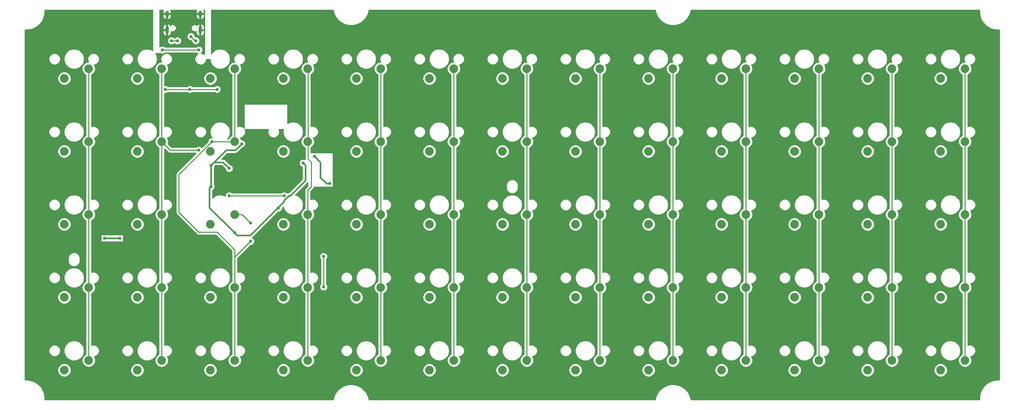
<source format=gbr>
%TF.GenerationSoftware,KiCad,Pcbnew,5.1.9+dfsg1-1*%
%TF.CreationDate,2021-12-19T00:26:22+01:00*%
%TF.ProjectId,okey65-pcb,6f6b6579-3635-42d7-9063-622e6b696361,rev?*%
%TF.SameCoordinates,Original*%
%TF.FileFunction,Copper,L1,Top*%
%TF.FilePolarity,Positive*%
%FSLAX46Y46*%
G04 Gerber Fmt 4.6, Leading zero omitted, Abs format (unit mm)*
G04 Created by KiCad (PCBNEW 5.1.9+dfsg1-1) date 2021-12-19 00:26:22*
%MOMM*%
%LPD*%
G01*
G04 APERTURE LIST*
%TA.AperFunction,ComponentPad*%
%ADD10C,2.250000*%
%TD*%
%TA.AperFunction,ComponentPad*%
%ADD11O,0.900000X1.700000*%
%TD*%
%TA.AperFunction,ComponentPad*%
%ADD12O,0.900000X2.000000*%
%TD*%
%TA.AperFunction,ViaPad*%
%ADD13C,0.800000*%
%TD*%
%TA.AperFunction,Conductor*%
%ADD14C,0.381000*%
%TD*%
%TA.AperFunction,Conductor*%
%ADD15C,0.254000*%
%TD*%
%TA.AperFunction,Conductor*%
%ADD16C,0.100000*%
%TD*%
G04 APERTURE END LIST*
D10*
%TO.P,MX3,2*%
%TO.N,Net-(D3-Pad2)*%
X68897500Y-46355000D03*
%TO.P,MX3,1*%
%TO.N,COL2*%
X75247500Y-43815000D03*
%TD*%
%TO.P,MX34,2*%
%TO.N,Net-(D34-Pad2)*%
X164147500Y-84455000D03*
%TO.P,MX34,1*%
%TO.N,COL7*%
X170497500Y-81915000D03*
%TD*%
%TO.P,MX30,2*%
%TO.N,Net-(D30-Pad2)*%
X87947500Y-84455000D03*
%TO.P,MX30,1*%
%TO.N,COL3*%
X94297500Y-81915000D03*
%TD*%
%TO.P,MX29,2*%
%TO.N,Net-(D29-Pad2)*%
X68897500Y-84455000D03*
%TO.P,MX29,1*%
%TO.N,COL2*%
X75247500Y-81915000D03*
%TD*%
%TO.P,MX16,2*%
%TO.N,Net-(D16-Pad2)*%
X68897500Y-65405000D03*
%TO.P,MX16,1*%
%TO.N,COL2*%
X75247500Y-62865000D03*
%TD*%
%TO.P,MX65,2*%
%TO.N,Net-(D65-Pad2)*%
X259397500Y-122555000D03*
%TO.P,MX65,1*%
%TO.N,COL12*%
X265747500Y-120015000D03*
%TD*%
%TO.P,MX64,2*%
%TO.N,Net-(D64-Pad2)*%
X240347500Y-122555000D03*
%TO.P,MX64,1*%
%TO.N,COL11*%
X246697500Y-120015000D03*
%TD*%
%TO.P,MX63,2*%
%TO.N,Net-(D63-Pad2)*%
X221297500Y-122555000D03*
%TO.P,MX63,1*%
%TO.N,COL10*%
X227647500Y-120015000D03*
%TD*%
%TO.P,MX62,2*%
%TO.N,Net-(D62-Pad2)*%
X202247500Y-122555000D03*
%TO.P,MX62,1*%
%TO.N,COL9*%
X208597500Y-120015000D03*
%TD*%
%TO.P,MX61,2*%
%TO.N,Net-(D61-Pad2)*%
X183197500Y-122555000D03*
%TO.P,MX61,1*%
%TO.N,COL8*%
X189547500Y-120015000D03*
%TD*%
%TO.P,MX60,2*%
%TO.N,Net-(D60-Pad2)*%
X164147500Y-122555000D03*
%TO.P,MX60,1*%
%TO.N,COL7*%
X170497500Y-120015000D03*
%TD*%
%TO.P,MX59,2*%
%TO.N,Net-(D59-Pad2)*%
X145097500Y-122555000D03*
%TO.P,MX59,1*%
%TO.N,COL6*%
X151447500Y-120015000D03*
%TD*%
%TO.P,MX58,2*%
%TO.N,Net-(D58-Pad2)*%
X126047500Y-122555000D03*
%TO.P,MX58,1*%
%TO.N,COL5*%
X132397500Y-120015000D03*
%TD*%
%TO.P,MX57,2*%
%TO.N,Net-(D57-Pad2)*%
X106997500Y-122555000D03*
%TO.P,MX57,1*%
%TO.N,COL4*%
X113347500Y-120015000D03*
%TD*%
%TO.P,MX56,2*%
%TO.N,Net-(D56-Pad2)*%
X87947500Y-122555000D03*
%TO.P,MX56,1*%
%TO.N,COL3*%
X94297500Y-120015000D03*
%TD*%
%TO.P,MX55,2*%
%TO.N,Net-(D55-Pad2)*%
X68897500Y-122555000D03*
%TO.P,MX55,1*%
%TO.N,COL2*%
X75247500Y-120015000D03*
%TD*%
%TO.P,MX54,2*%
%TO.N,Net-(D54-Pad2)*%
X49847500Y-122555000D03*
%TO.P,MX54,1*%
%TO.N,COL1*%
X56197500Y-120015000D03*
%TD*%
%TO.P,MX53,2*%
%TO.N,Net-(D53-Pad2)*%
X30797500Y-122555000D03*
%TO.P,MX53,1*%
%TO.N,COL0*%
X37147500Y-120015000D03*
%TD*%
%TO.P,MX52,2*%
%TO.N,Net-(D52-Pad2)*%
X259397500Y-103505000D03*
%TO.P,MX52,1*%
%TO.N,COL12*%
X265747500Y-100965000D03*
%TD*%
%TO.P,MX51,2*%
%TO.N,Net-(D51-Pad2)*%
X240347500Y-103505000D03*
%TO.P,MX51,1*%
%TO.N,COL11*%
X246697500Y-100965000D03*
%TD*%
%TO.P,MX50,2*%
%TO.N,Net-(D50-Pad2)*%
X221297500Y-103505000D03*
%TO.P,MX50,1*%
%TO.N,COL10*%
X227647500Y-100965000D03*
%TD*%
%TO.P,MX49,2*%
%TO.N,Net-(D49-Pad2)*%
X202247500Y-103505000D03*
%TO.P,MX49,1*%
%TO.N,COL9*%
X208597500Y-100965000D03*
%TD*%
%TO.P,MX48,2*%
%TO.N,Net-(D48-Pad2)*%
X183197500Y-103505000D03*
%TO.P,MX48,1*%
%TO.N,COL8*%
X189547500Y-100965000D03*
%TD*%
%TO.P,MX47,2*%
%TO.N,Net-(D47-Pad2)*%
X164147500Y-103505000D03*
%TO.P,MX47,1*%
%TO.N,COL7*%
X170497500Y-100965000D03*
%TD*%
%TO.P,MX46,2*%
%TO.N,Net-(D46-Pad2)*%
X145097500Y-103505000D03*
%TO.P,MX46,1*%
%TO.N,COL6*%
X151447500Y-100965000D03*
%TD*%
%TO.P,MX45,2*%
%TO.N,Net-(D45-Pad2)*%
X126047500Y-103505000D03*
%TO.P,MX45,1*%
%TO.N,COL5*%
X132397500Y-100965000D03*
%TD*%
%TO.P,MX44,2*%
%TO.N,Net-(D44-Pad2)*%
X106997500Y-103505000D03*
%TO.P,MX44,1*%
%TO.N,COL4*%
X113347500Y-100965000D03*
%TD*%
%TO.P,MX43,2*%
%TO.N,Net-(D43-Pad2)*%
X87947500Y-103505000D03*
%TO.P,MX43,1*%
%TO.N,COL3*%
X94297500Y-100965000D03*
%TD*%
%TO.P,MX42,2*%
%TO.N,Net-(D42-Pad2)*%
X68897500Y-103505000D03*
%TO.P,MX42,1*%
%TO.N,COL2*%
X75247500Y-100965000D03*
%TD*%
%TO.P,MX41,2*%
%TO.N,Net-(D41-Pad2)*%
X49847500Y-103505000D03*
%TO.P,MX41,1*%
%TO.N,COL1*%
X56197500Y-100965000D03*
%TD*%
%TO.P,MX40,2*%
%TO.N,Net-(D40-Pad2)*%
X30797500Y-103505000D03*
%TO.P,MX40,1*%
%TO.N,COL0*%
X37147500Y-100965000D03*
%TD*%
%TO.P,MX39,2*%
%TO.N,Net-(D39-Pad2)*%
X259397500Y-84455000D03*
%TO.P,MX39,1*%
%TO.N,COL12*%
X265747500Y-81915000D03*
%TD*%
%TO.P,MX38,2*%
%TO.N,Net-(D38-Pad2)*%
X240347500Y-84455000D03*
%TO.P,MX38,1*%
%TO.N,COL11*%
X246697500Y-81915000D03*
%TD*%
%TO.P,MX37,2*%
%TO.N,Net-(D37-Pad2)*%
X221297500Y-84455000D03*
%TO.P,MX37,1*%
%TO.N,COL10*%
X227647500Y-81915000D03*
%TD*%
%TO.P,MX36,2*%
%TO.N,Net-(D36-Pad2)*%
X202247500Y-84455000D03*
%TO.P,MX36,1*%
%TO.N,COL9*%
X208597500Y-81915000D03*
%TD*%
%TO.P,MX35,2*%
%TO.N,Net-(D35-Pad2)*%
X183197500Y-84455000D03*
%TO.P,MX35,1*%
%TO.N,COL8*%
X189547500Y-81915000D03*
%TD*%
%TO.P,MX33,2*%
%TO.N,Net-(D33-Pad2)*%
X145097500Y-84455000D03*
%TO.P,MX33,1*%
%TO.N,COL6*%
X151447500Y-81915000D03*
%TD*%
%TO.P,MX32,2*%
%TO.N,Net-(D32-Pad2)*%
X126047500Y-84455000D03*
%TO.P,MX32,1*%
%TO.N,COL5*%
X132397500Y-81915000D03*
%TD*%
%TO.P,MX31,2*%
%TO.N,Net-(D31-Pad2)*%
X106997500Y-84455000D03*
%TO.P,MX31,1*%
%TO.N,COL4*%
X113347500Y-81915000D03*
%TD*%
%TO.P,MX28,2*%
%TO.N,Net-(D28-Pad2)*%
X49847500Y-84455000D03*
%TO.P,MX28,1*%
%TO.N,COL1*%
X56197500Y-81915000D03*
%TD*%
%TO.P,MX27,2*%
%TO.N,Net-(D27-Pad2)*%
X30797500Y-84455000D03*
%TO.P,MX27,1*%
%TO.N,COL0*%
X37147500Y-81915000D03*
%TD*%
%TO.P,MX26,2*%
%TO.N,Net-(D26-Pad2)*%
X259397500Y-65405000D03*
%TO.P,MX26,1*%
%TO.N,COL12*%
X265747500Y-62865000D03*
%TD*%
%TO.P,MX25,2*%
%TO.N,Net-(D25-Pad2)*%
X240347500Y-65405000D03*
%TO.P,MX25,1*%
%TO.N,COL11*%
X246697500Y-62865000D03*
%TD*%
%TO.P,MX24,2*%
%TO.N,Net-(D24-Pad2)*%
X221297500Y-65405000D03*
%TO.P,MX24,1*%
%TO.N,COL10*%
X227647500Y-62865000D03*
%TD*%
%TO.P,MX23,2*%
%TO.N,Net-(D23-Pad2)*%
X202247500Y-65405000D03*
%TO.P,MX23,1*%
%TO.N,COL9*%
X208597500Y-62865000D03*
%TD*%
%TO.P,MX22,2*%
%TO.N,Net-(D22-Pad2)*%
X183197500Y-65405000D03*
%TO.P,MX22,1*%
%TO.N,COL8*%
X189547500Y-62865000D03*
%TD*%
%TO.P,MX21,2*%
%TO.N,Net-(D21-Pad2)*%
X164147500Y-65405000D03*
%TO.P,MX21,1*%
%TO.N,COL7*%
X170497500Y-62865000D03*
%TD*%
%TO.P,MX20,2*%
%TO.N,Net-(D20-Pad2)*%
X145097500Y-65405000D03*
%TO.P,MX20,1*%
%TO.N,COL6*%
X151447500Y-62865000D03*
%TD*%
%TO.P,MX19,2*%
%TO.N,Net-(D19-Pad2)*%
X126047500Y-65405000D03*
%TO.P,MX19,1*%
%TO.N,COL5*%
X132397500Y-62865000D03*
%TD*%
%TO.P,MX18,2*%
%TO.N,Net-(D18-Pad2)*%
X106997500Y-65405000D03*
%TO.P,MX18,1*%
%TO.N,COL4*%
X113347500Y-62865000D03*
%TD*%
%TO.P,MX17,2*%
%TO.N,Net-(D17-Pad2)*%
X87947500Y-65405000D03*
%TO.P,MX17,1*%
%TO.N,COL3*%
X94297500Y-62865000D03*
%TD*%
%TO.P,MX15,2*%
%TO.N,Net-(D15-Pad2)*%
X49847500Y-65405000D03*
%TO.P,MX15,1*%
%TO.N,COL1*%
X56197500Y-62865000D03*
%TD*%
%TO.P,MX14,2*%
%TO.N,Net-(D14-Pad2)*%
X30797500Y-65405000D03*
%TO.P,MX14,1*%
%TO.N,COL0*%
X37147500Y-62865000D03*
%TD*%
%TO.P,MX13,2*%
%TO.N,Net-(D13-Pad2)*%
X259397500Y-46355000D03*
%TO.P,MX13,1*%
%TO.N,COL12*%
X265747500Y-43815000D03*
%TD*%
%TO.P,MX12,2*%
%TO.N,Net-(D12-Pad2)*%
X240347500Y-46355000D03*
%TO.P,MX12,1*%
%TO.N,COL11*%
X246697500Y-43815000D03*
%TD*%
%TO.P,MX11,2*%
%TO.N,Net-(D11-Pad2)*%
X221297500Y-46355000D03*
%TO.P,MX11,1*%
%TO.N,COL10*%
X227647500Y-43815000D03*
%TD*%
%TO.P,MX10,2*%
%TO.N,Net-(D10-Pad2)*%
X202247500Y-46355000D03*
%TO.P,MX10,1*%
%TO.N,COL9*%
X208597500Y-43815000D03*
%TD*%
%TO.P,MX9,2*%
%TO.N,Net-(D9-Pad2)*%
X183197500Y-46355000D03*
%TO.P,MX9,1*%
%TO.N,COL8*%
X189547500Y-43815000D03*
%TD*%
%TO.P,MX8,2*%
%TO.N,Net-(D8-Pad2)*%
X164147500Y-46355000D03*
%TO.P,MX8,1*%
%TO.N,COL7*%
X170497500Y-43815000D03*
%TD*%
%TO.P,MX7,2*%
%TO.N,Net-(D7-Pad2)*%
X145097500Y-46355000D03*
%TO.P,MX7,1*%
%TO.N,COL6*%
X151447500Y-43815000D03*
%TD*%
%TO.P,MX6,2*%
%TO.N,Net-(D6-Pad2)*%
X126047500Y-46355000D03*
%TO.P,MX6,1*%
%TO.N,COL5*%
X132397500Y-43815000D03*
%TD*%
%TO.P,MX5,2*%
%TO.N,Net-(D5-Pad2)*%
X106997500Y-46355000D03*
%TO.P,MX5,1*%
%TO.N,COL4*%
X113347500Y-43815000D03*
%TD*%
%TO.P,MX4,2*%
%TO.N,Net-(D4-Pad2)*%
X87947500Y-46355000D03*
%TO.P,MX4,1*%
%TO.N,COL3*%
X94297500Y-43815000D03*
%TD*%
%TO.P,MX2,2*%
%TO.N,Net-(D2-Pad2)*%
X49847500Y-46355000D03*
%TO.P,MX2,1*%
%TO.N,COL1*%
X56197500Y-43815000D03*
%TD*%
%TO.P,MX1,2*%
%TO.N,Net-(D1-Pad2)*%
X30797500Y-46355000D03*
%TO.P,MX1,1*%
%TO.N,COL0*%
X37147500Y-43815000D03*
%TD*%
D11*
%TO.P,J1,S1*%
%TO.N,GND*%
X66232500Y-29510000D03*
X57592500Y-29510000D03*
D12*
X66232500Y-33680000D03*
X57592500Y-33680000D03*
%TD*%
D13*
%TO.N,GND*%
X45243750Y-88106250D03*
X41275000Y-88106250D03*
X100012500Y-73818750D03*
X96043750Y-66675000D03*
X80899000Y-71247000D03*
%TO.N,+5V*%
X69056250Y-69056250D03*
X77066176Y-63427574D03*
X69056250Y-74612500D03*
X75229293Y-86695707D03*
X86610132Y-80228994D03*
X93091000Y-68453000D03*
X73818750Y-69850000D03*
%TO.N,ROW0*%
X56356250Y-38893750D03*
X65881250Y-38893750D03*
%TO.N,ROW1*%
X70643750Y-49212500D03*
X57150000Y-49212500D03*
X63500000Y-49212500D03*
%TO.N,ROW2*%
X73818750Y-76993750D03*
X88158250Y-76993750D03*
%TO.N,ROW4*%
X98425000Y-100806250D03*
X98425000Y-92868750D03*
%TO.N,Net-(J1-PadB5)*%
X65087500Y-36512500D03*
X63810565Y-35404998D03*
%TO.N,Net-(J1-PadA5)*%
X58722000Y-36512500D03*
X60325000Y-36512500D03*
%TO.N,COL1*%
X65881250Y-65087500D03*
%TO.N,COL2*%
X79375000Y-84137500D03*
X79375000Y-88900000D03*
X69288538Y-62865000D03*
%TD*%
D14*
%TO.N,GND*%
X45243750Y-88106250D02*
X41275000Y-88106250D01*
X100012500Y-73818750D02*
X99218750Y-73818750D01*
X99218750Y-73818750D02*
X97631250Y-72231250D01*
X97631250Y-68262500D02*
X96043750Y-66675000D01*
X97631250Y-72231250D02*
X97631250Y-68262500D01*
%TO.N,+5V*%
X75406250Y-65087500D02*
X77066176Y-63427574D01*
X73025000Y-65087500D02*
X75406250Y-65087500D01*
X69056250Y-69056250D02*
X69056250Y-74612500D01*
X68656251Y-75012499D02*
X68656251Y-80122665D01*
X69056250Y-74612500D02*
X68656251Y-75012499D01*
X79342942Y-87312500D02*
X88103099Y-78552343D01*
X75846086Y-87312500D02*
X79342942Y-87312500D01*
X75229293Y-86695707D02*
X75846086Y-87312500D01*
X68656251Y-80122665D02*
X75229293Y-86695707D01*
X88103099Y-78230487D02*
X88103099Y-78578099D01*
X89696901Y-76990599D02*
X89342987Y-76990599D01*
X89342987Y-76990599D02*
X88103099Y-78230487D01*
X93662500Y-69024500D02*
X93662500Y-73025000D01*
X93662500Y-73025000D02*
X89696901Y-76990599D01*
X93662500Y-69024500D02*
X93091000Y-68453000D01*
X73818750Y-69850000D02*
X72231250Y-68262500D01*
X72231250Y-68262500D02*
X69850000Y-68262500D01*
X69850000Y-68262500D02*
X73025000Y-65087500D01*
X69056250Y-69056250D02*
X69850000Y-68262500D01*
D15*
%TO.N,ROW0*%
X56356250Y-38893750D02*
X65881250Y-38893750D01*
%TO.N,ROW1*%
X63500000Y-49212500D02*
X57150000Y-49212500D01*
X70643750Y-49212500D02*
X63500000Y-49212500D01*
%TO.N,ROW2*%
X73818750Y-76993750D02*
X88158250Y-76993750D01*
%TO.N,ROW4*%
X98425000Y-100806250D02*
X98425000Y-92868750D01*
%TO.N,Net-(J1-PadB5)*%
X64918067Y-36512500D02*
X63810565Y-35404998D01*
X65087500Y-36512500D02*
X64918067Y-36512500D01*
%TO.N,Net-(J1-PadA5)*%
X58722000Y-36512500D02*
X60325000Y-36512500D01*
%TO.N,COL0*%
X37147500Y-43815000D02*
X37147500Y-120015000D01*
%TO.N,COL1*%
X56197500Y-43815000D02*
X56197500Y-120015000D01*
X56197500Y-62865000D02*
X58420000Y-65087500D01*
X58420000Y-65087500D02*
X65881250Y-65087500D01*
%TO.N,COL2*%
X75247500Y-43815000D02*
X75247500Y-62865000D01*
X74612500Y-81280000D02*
X75247500Y-81915000D01*
X75315499Y-100897001D02*
X75247500Y-100965000D01*
X75247500Y-100965000D02*
X75247500Y-120015000D01*
X75247500Y-62865000D02*
X69288538Y-62865000D01*
X69288538Y-62865000D02*
X60716038Y-71437500D01*
X60716038Y-71437500D02*
X60716038Y-81353538D01*
X77152500Y-81915000D02*
X79375000Y-84137500D01*
X75247500Y-81915000D02*
X77152500Y-81915000D01*
X75247500Y-93027500D02*
X75247500Y-100965000D01*
X79375000Y-88900000D02*
X75247500Y-93027500D01*
X75247500Y-93027500D02*
X75247500Y-91122500D01*
X75247500Y-91122500D02*
X70643750Y-86518750D01*
X65881250Y-86518750D02*
X60716038Y-81353538D01*
X70643750Y-86518750D02*
X65881250Y-86518750D01*
%TO.N,COL3*%
X94297500Y-120015000D02*
X94297500Y-75565000D01*
X94297500Y-75565000D02*
X95250000Y-74612500D01*
X95250000Y-74612500D02*
X95250000Y-68262500D01*
X94365499Y-43882999D02*
X94297500Y-43815000D01*
X94365499Y-67377999D02*
X94365499Y-43882999D01*
X95250000Y-68262500D02*
X94365499Y-67377999D01*
%TO.N,COL4*%
X113347500Y-43815000D02*
X113347500Y-120015000D01*
%TO.N,COL5*%
X132397500Y-120015000D02*
X132397500Y-43815000D01*
%TO.N,COL6*%
X151447500Y-43815000D02*
X151447500Y-120015000D01*
%TO.N,COL7*%
X170497500Y-43815000D02*
X170497500Y-120015000D01*
%TO.N,COL8*%
X189547500Y-120015000D02*
X189547500Y-43815000D01*
%TO.N,COL9*%
X208597500Y-43815000D02*
X208597500Y-120015000D01*
%TO.N,COL10*%
X227647500Y-120015000D02*
X227647500Y-43815000D01*
%TO.N,COL11*%
X246697500Y-43815000D02*
X246697500Y-120015000D01*
%TO.N,COL12*%
X265747500Y-43815000D02*
X265747500Y-120015000D01*
%TD*%
%TO.N,GND*%
X53848000Y-39089124D02*
X53632751Y-38945299D01*
X53154322Y-38747127D01*
X52646424Y-38646100D01*
X52128576Y-38646100D01*
X51620678Y-38747127D01*
X51142249Y-38945299D01*
X50711674Y-39233000D01*
X50345500Y-39599174D01*
X50057799Y-40029749D01*
X49859627Y-40508178D01*
X49758600Y-41016076D01*
X49758600Y-41533924D01*
X49859627Y-42041822D01*
X50057799Y-42520251D01*
X50345500Y-42950826D01*
X50711674Y-43317000D01*
X51142249Y-43604701D01*
X51620678Y-43802873D01*
X52128576Y-43903900D01*
X52646424Y-43903900D01*
X53154322Y-43802873D01*
X53543536Y-43641655D01*
X54437500Y-43641655D01*
X54437500Y-43988345D01*
X54505136Y-44328373D01*
X54637808Y-44648673D01*
X54830419Y-44936935D01*
X55075565Y-45182081D01*
X55363827Y-45374692D01*
X55435500Y-45404380D01*
X55435500Y-61275620D01*
X55363827Y-61305308D01*
X55075565Y-61497919D01*
X54830419Y-61743065D01*
X54637808Y-62031327D01*
X54505136Y-62351627D01*
X54437500Y-62691655D01*
X54437500Y-63038345D01*
X54505136Y-63378373D01*
X54637808Y-63698673D01*
X54830419Y-63986935D01*
X55075565Y-64232081D01*
X55363827Y-64424692D01*
X55435500Y-64454380D01*
X55435500Y-80325620D01*
X55363827Y-80355308D01*
X55075565Y-80547919D01*
X54830419Y-80793065D01*
X54637808Y-81081327D01*
X54505136Y-81401627D01*
X54437500Y-81741655D01*
X54437500Y-82088345D01*
X54505136Y-82428373D01*
X54637808Y-82748673D01*
X54830419Y-83036935D01*
X55075565Y-83282081D01*
X55363827Y-83474692D01*
X55435501Y-83504380D01*
X55435501Y-99375620D01*
X55363827Y-99405308D01*
X55075565Y-99597919D01*
X54830419Y-99843065D01*
X54637808Y-100131327D01*
X54505136Y-100451627D01*
X54437500Y-100791655D01*
X54437500Y-101138345D01*
X54505136Y-101478373D01*
X54637808Y-101798673D01*
X54830419Y-102086935D01*
X55075565Y-102332081D01*
X55363827Y-102524692D01*
X55435501Y-102554380D01*
X55435501Y-118425620D01*
X55363827Y-118455308D01*
X55075565Y-118647919D01*
X54830419Y-118893065D01*
X54637808Y-119181327D01*
X54505136Y-119501627D01*
X54437500Y-119841655D01*
X54437500Y-120188345D01*
X54505136Y-120528373D01*
X54637808Y-120848673D01*
X54830419Y-121136935D01*
X55075565Y-121382081D01*
X55363827Y-121574692D01*
X55684127Y-121707364D01*
X56024155Y-121775000D01*
X56370845Y-121775000D01*
X56710873Y-121707364D01*
X57031173Y-121574692D01*
X57319435Y-121382081D01*
X57564581Y-121136935D01*
X57757192Y-120848673D01*
X57889864Y-120528373D01*
X57957500Y-120188345D01*
X57957500Y-119841655D01*
X57889864Y-119501627D01*
X57757192Y-119181327D01*
X57624862Y-118983281D01*
X57907951Y-118926971D01*
X58182753Y-118813144D01*
X58430069Y-118647893D01*
X58640393Y-118437569D01*
X58805644Y-118190253D01*
X58919471Y-117915451D01*
X58977500Y-117623722D01*
X58977500Y-117326278D01*
X64847500Y-117326278D01*
X64847500Y-117623722D01*
X64905529Y-117915451D01*
X65019356Y-118190253D01*
X65184607Y-118437569D01*
X65394931Y-118647893D01*
X65642247Y-118813144D01*
X65917049Y-118926971D01*
X66208778Y-118985000D01*
X66506222Y-118985000D01*
X66797951Y-118926971D01*
X67072753Y-118813144D01*
X67320069Y-118647893D01*
X67530393Y-118437569D01*
X67695644Y-118190253D01*
X67809471Y-117915451D01*
X67867500Y-117623722D01*
X67867500Y-117326278D01*
X67845580Y-117216076D01*
X68808600Y-117216076D01*
X68808600Y-117733924D01*
X68909627Y-118241822D01*
X69107799Y-118720251D01*
X69395500Y-119150826D01*
X69761674Y-119517000D01*
X70192249Y-119804701D01*
X70670678Y-120002873D01*
X71178576Y-120103900D01*
X71696424Y-120103900D01*
X72204322Y-120002873D01*
X72682751Y-119804701D01*
X73113326Y-119517000D01*
X73479500Y-119150826D01*
X73767201Y-118720251D01*
X73965373Y-118241822D01*
X74066400Y-117733924D01*
X74066400Y-117216076D01*
X73965373Y-116708178D01*
X73767201Y-116229749D01*
X73479500Y-115799174D01*
X73113326Y-115433000D01*
X72682751Y-115145299D01*
X72204322Y-114947127D01*
X71696424Y-114846100D01*
X71178576Y-114846100D01*
X70670678Y-114947127D01*
X70192249Y-115145299D01*
X69761674Y-115433000D01*
X69395500Y-115799174D01*
X69107799Y-116229749D01*
X68909627Y-116708178D01*
X68808600Y-117216076D01*
X67845580Y-117216076D01*
X67809471Y-117034549D01*
X67695644Y-116759747D01*
X67530393Y-116512431D01*
X67320069Y-116302107D01*
X67072753Y-116136856D01*
X66797951Y-116023029D01*
X66506222Y-115965000D01*
X66208778Y-115965000D01*
X65917049Y-116023029D01*
X65642247Y-116136856D01*
X65394931Y-116302107D01*
X65184607Y-116512431D01*
X65019356Y-116759747D01*
X64905529Y-117034549D01*
X64847500Y-117326278D01*
X58977500Y-117326278D01*
X58919471Y-117034549D01*
X58805644Y-116759747D01*
X58640393Y-116512431D01*
X58430069Y-116302107D01*
X58182753Y-116136856D01*
X57907951Y-116023029D01*
X57616222Y-115965000D01*
X57318778Y-115965000D01*
X57027049Y-116023029D01*
X56959500Y-116051009D01*
X56959500Y-103331655D01*
X67137500Y-103331655D01*
X67137500Y-103678345D01*
X67205136Y-104018373D01*
X67337808Y-104338673D01*
X67530419Y-104626935D01*
X67775565Y-104872081D01*
X68063827Y-105064692D01*
X68384127Y-105197364D01*
X68724155Y-105265000D01*
X69070845Y-105265000D01*
X69410873Y-105197364D01*
X69731173Y-105064692D01*
X70019435Y-104872081D01*
X70264581Y-104626935D01*
X70457192Y-104338673D01*
X70589864Y-104018373D01*
X70657500Y-103678345D01*
X70657500Y-103331655D01*
X70589864Y-102991627D01*
X70457192Y-102671327D01*
X70264581Y-102383065D01*
X70019435Y-102137919D01*
X69731173Y-101945308D01*
X69410873Y-101812636D01*
X69070845Y-101745000D01*
X68724155Y-101745000D01*
X68384127Y-101812636D01*
X68063827Y-101945308D01*
X67775565Y-102137919D01*
X67530419Y-102383065D01*
X67337808Y-102671327D01*
X67205136Y-102991627D01*
X67137500Y-103331655D01*
X56959500Y-103331655D01*
X56959500Y-102554380D01*
X57031173Y-102524692D01*
X57319435Y-102332081D01*
X57564581Y-102086935D01*
X57757192Y-101798673D01*
X57889864Y-101478373D01*
X57957500Y-101138345D01*
X57957500Y-100791655D01*
X57889864Y-100451627D01*
X57757192Y-100131327D01*
X57624862Y-99933281D01*
X57907951Y-99876971D01*
X58182753Y-99763144D01*
X58430069Y-99597893D01*
X58640393Y-99387569D01*
X58805644Y-99140253D01*
X58919471Y-98865451D01*
X58977500Y-98573722D01*
X58977500Y-98276278D01*
X64847500Y-98276278D01*
X64847500Y-98573722D01*
X64905529Y-98865451D01*
X65019356Y-99140253D01*
X65184607Y-99387569D01*
X65394931Y-99597893D01*
X65642247Y-99763144D01*
X65917049Y-99876971D01*
X66208778Y-99935000D01*
X66506222Y-99935000D01*
X66797951Y-99876971D01*
X67072753Y-99763144D01*
X67320069Y-99597893D01*
X67530393Y-99387569D01*
X67695644Y-99140253D01*
X67809471Y-98865451D01*
X67867500Y-98573722D01*
X67867500Y-98276278D01*
X67845580Y-98166076D01*
X68808600Y-98166076D01*
X68808600Y-98683924D01*
X68909627Y-99191822D01*
X69107799Y-99670251D01*
X69395500Y-100100826D01*
X69761674Y-100467000D01*
X70192249Y-100754701D01*
X70670678Y-100952873D01*
X71178576Y-101053900D01*
X71696424Y-101053900D01*
X72204322Y-100952873D01*
X72682751Y-100754701D01*
X73113326Y-100467000D01*
X73479500Y-100100826D01*
X73767201Y-99670251D01*
X73965373Y-99191822D01*
X74066400Y-98683924D01*
X74066400Y-98166076D01*
X73965373Y-97658178D01*
X73767201Y-97179749D01*
X73479500Y-96749174D01*
X73113326Y-96383000D01*
X72682751Y-96095299D01*
X72204322Y-95897127D01*
X71696424Y-95796100D01*
X71178576Y-95796100D01*
X70670678Y-95897127D01*
X70192249Y-96095299D01*
X69761674Y-96383000D01*
X69395500Y-96749174D01*
X69107799Y-97179749D01*
X68909627Y-97658178D01*
X68808600Y-98166076D01*
X67845580Y-98166076D01*
X67809471Y-97984549D01*
X67695644Y-97709747D01*
X67530393Y-97462431D01*
X67320069Y-97252107D01*
X67072753Y-97086856D01*
X66797951Y-96973029D01*
X66506222Y-96915000D01*
X66208778Y-96915000D01*
X65917049Y-96973029D01*
X65642247Y-97086856D01*
X65394931Y-97252107D01*
X65184607Y-97462431D01*
X65019356Y-97709747D01*
X64905529Y-97984549D01*
X64847500Y-98276278D01*
X58977500Y-98276278D01*
X58919471Y-97984549D01*
X58805644Y-97709747D01*
X58640393Y-97462431D01*
X58430069Y-97252107D01*
X58182753Y-97086856D01*
X57907951Y-96973029D01*
X57616222Y-96915000D01*
X57318778Y-96915000D01*
X57027049Y-96973029D01*
X56959500Y-97001009D01*
X56959500Y-83504380D01*
X57031173Y-83474692D01*
X57319435Y-83282081D01*
X57564581Y-83036935D01*
X57757192Y-82748673D01*
X57889864Y-82428373D01*
X57957500Y-82088345D01*
X57957500Y-81741655D01*
X57889864Y-81401627D01*
X57757192Y-81081327D01*
X57624862Y-80883281D01*
X57907951Y-80826971D01*
X58182753Y-80713144D01*
X58430069Y-80547893D01*
X58640393Y-80337569D01*
X58805644Y-80090253D01*
X58919471Y-79815451D01*
X58977500Y-79523722D01*
X58977500Y-79226278D01*
X58919471Y-78934549D01*
X58805644Y-78659747D01*
X58640393Y-78412431D01*
X58430069Y-78202107D01*
X58182753Y-78036856D01*
X57907951Y-77923029D01*
X57616222Y-77865000D01*
X57318778Y-77865000D01*
X57027049Y-77923029D01*
X56959500Y-77951009D01*
X56959500Y-64704630D01*
X57854716Y-65599846D01*
X57878578Y-65628922D01*
X57933555Y-65674040D01*
X57994607Y-65724145D01*
X58037879Y-65747274D01*
X58126985Y-65794902D01*
X58270622Y-65838474D01*
X58382574Y-65849500D01*
X58382577Y-65849500D01*
X58420000Y-65853186D01*
X58457423Y-65849500D01*
X65179539Y-65849500D01*
X65202973Y-65872934D01*
X60203692Y-70872216D01*
X60174616Y-70896078D01*
X60119021Y-70963822D01*
X60079393Y-71012108D01*
X60041573Y-71082865D01*
X60008636Y-71144486D01*
X59965064Y-71288123D01*
X59954038Y-71400074D01*
X59950352Y-71437500D01*
X59954038Y-71474923D01*
X59954039Y-81316105D01*
X59950352Y-81353538D01*
X59965065Y-81502916D01*
X60008637Y-81646553D01*
X60079393Y-81778930D01*
X60150759Y-81865889D01*
X60174617Y-81894960D01*
X60203687Y-81918817D01*
X65315970Y-87031101D01*
X65339828Y-87060172D01*
X65368898Y-87084029D01*
X65455857Y-87155395D01*
X65516745Y-87187940D01*
X65588235Y-87226152D01*
X65731872Y-87269724D01*
X65843824Y-87280750D01*
X65843827Y-87280750D01*
X65881250Y-87284436D01*
X65918673Y-87280750D01*
X70328120Y-87280750D01*
X74485501Y-91438131D01*
X74485500Y-92990074D01*
X74481814Y-93027500D01*
X74485500Y-93064923D01*
X74485501Y-99375620D01*
X74413827Y-99405308D01*
X74125565Y-99597919D01*
X73880419Y-99843065D01*
X73687808Y-100131327D01*
X73555136Y-100451627D01*
X73487500Y-100791655D01*
X73487500Y-101138345D01*
X73555136Y-101478373D01*
X73687808Y-101798673D01*
X73880419Y-102086935D01*
X74125565Y-102332081D01*
X74413827Y-102524692D01*
X74485500Y-102554380D01*
X74485501Y-118425620D01*
X74413827Y-118455308D01*
X74125565Y-118647919D01*
X73880419Y-118893065D01*
X73687808Y-119181327D01*
X73555136Y-119501627D01*
X73487500Y-119841655D01*
X73487500Y-120188345D01*
X73555136Y-120528373D01*
X73687808Y-120848673D01*
X73880419Y-121136935D01*
X74125565Y-121382081D01*
X74413827Y-121574692D01*
X74734127Y-121707364D01*
X75074155Y-121775000D01*
X75420845Y-121775000D01*
X75760873Y-121707364D01*
X76081173Y-121574692D01*
X76369435Y-121382081D01*
X76614581Y-121136935D01*
X76807192Y-120848673D01*
X76939864Y-120528373D01*
X77007500Y-120188345D01*
X77007500Y-119841655D01*
X76939864Y-119501627D01*
X76807192Y-119181327D01*
X76674862Y-118983281D01*
X76957951Y-118926971D01*
X77232753Y-118813144D01*
X77480069Y-118647893D01*
X77690393Y-118437569D01*
X77855644Y-118190253D01*
X77969471Y-117915451D01*
X78027500Y-117623722D01*
X78027500Y-117326278D01*
X83897500Y-117326278D01*
X83897500Y-117623722D01*
X83955529Y-117915451D01*
X84069356Y-118190253D01*
X84234607Y-118437569D01*
X84444931Y-118647893D01*
X84692247Y-118813144D01*
X84967049Y-118926971D01*
X85258778Y-118985000D01*
X85556222Y-118985000D01*
X85847951Y-118926971D01*
X86122753Y-118813144D01*
X86370069Y-118647893D01*
X86580393Y-118437569D01*
X86745644Y-118190253D01*
X86859471Y-117915451D01*
X86917500Y-117623722D01*
X86917500Y-117326278D01*
X86895580Y-117216076D01*
X87858600Y-117216076D01*
X87858600Y-117733924D01*
X87959627Y-118241822D01*
X88157799Y-118720251D01*
X88445500Y-119150826D01*
X88811674Y-119517000D01*
X89242249Y-119804701D01*
X89720678Y-120002873D01*
X90228576Y-120103900D01*
X90746424Y-120103900D01*
X91254322Y-120002873D01*
X91732751Y-119804701D01*
X92163326Y-119517000D01*
X92529500Y-119150826D01*
X92817201Y-118720251D01*
X93015373Y-118241822D01*
X93116400Y-117733924D01*
X93116400Y-117216076D01*
X93015373Y-116708178D01*
X92817201Y-116229749D01*
X92529500Y-115799174D01*
X92163326Y-115433000D01*
X91732751Y-115145299D01*
X91254322Y-114947127D01*
X90746424Y-114846100D01*
X90228576Y-114846100D01*
X89720678Y-114947127D01*
X89242249Y-115145299D01*
X88811674Y-115433000D01*
X88445500Y-115799174D01*
X88157799Y-116229749D01*
X87959627Y-116708178D01*
X87858600Y-117216076D01*
X86895580Y-117216076D01*
X86859471Y-117034549D01*
X86745644Y-116759747D01*
X86580393Y-116512431D01*
X86370069Y-116302107D01*
X86122753Y-116136856D01*
X85847951Y-116023029D01*
X85556222Y-115965000D01*
X85258778Y-115965000D01*
X84967049Y-116023029D01*
X84692247Y-116136856D01*
X84444931Y-116302107D01*
X84234607Y-116512431D01*
X84069356Y-116759747D01*
X83955529Y-117034549D01*
X83897500Y-117326278D01*
X78027500Y-117326278D01*
X77969471Y-117034549D01*
X77855644Y-116759747D01*
X77690393Y-116512431D01*
X77480069Y-116302107D01*
X77232753Y-116136856D01*
X76957951Y-116023029D01*
X76666222Y-115965000D01*
X76368778Y-115965000D01*
X76077049Y-116023029D01*
X76009500Y-116051009D01*
X76009500Y-103331655D01*
X86187500Y-103331655D01*
X86187500Y-103678345D01*
X86255136Y-104018373D01*
X86387808Y-104338673D01*
X86580419Y-104626935D01*
X86825565Y-104872081D01*
X87113827Y-105064692D01*
X87434127Y-105197364D01*
X87774155Y-105265000D01*
X88120845Y-105265000D01*
X88460873Y-105197364D01*
X88781173Y-105064692D01*
X89069435Y-104872081D01*
X89314581Y-104626935D01*
X89507192Y-104338673D01*
X89639864Y-104018373D01*
X89707500Y-103678345D01*
X89707500Y-103331655D01*
X89639864Y-102991627D01*
X89507192Y-102671327D01*
X89314581Y-102383065D01*
X89069435Y-102137919D01*
X88781173Y-101945308D01*
X88460873Y-101812636D01*
X88120845Y-101745000D01*
X87774155Y-101745000D01*
X87434127Y-101812636D01*
X87113827Y-101945308D01*
X86825565Y-102137919D01*
X86580419Y-102383065D01*
X86387808Y-102671327D01*
X86255136Y-102991627D01*
X86187500Y-103331655D01*
X76009500Y-103331655D01*
X76009500Y-102554380D01*
X76081173Y-102524692D01*
X76369435Y-102332081D01*
X76614581Y-102086935D01*
X76807192Y-101798673D01*
X76939864Y-101478373D01*
X77007500Y-101138345D01*
X77007500Y-100791655D01*
X76939864Y-100451627D01*
X76807192Y-100131327D01*
X76674862Y-99933281D01*
X76957951Y-99876971D01*
X77232753Y-99763144D01*
X77480069Y-99597893D01*
X77690393Y-99387569D01*
X77855644Y-99140253D01*
X77969471Y-98865451D01*
X78027500Y-98573722D01*
X78027500Y-98276278D01*
X83897500Y-98276278D01*
X83897500Y-98573722D01*
X83955529Y-98865451D01*
X84069356Y-99140253D01*
X84234607Y-99387569D01*
X84444931Y-99597893D01*
X84692247Y-99763144D01*
X84967049Y-99876971D01*
X85258778Y-99935000D01*
X85556222Y-99935000D01*
X85847951Y-99876971D01*
X86122753Y-99763144D01*
X86370069Y-99597893D01*
X86580393Y-99387569D01*
X86745644Y-99140253D01*
X86859471Y-98865451D01*
X86917500Y-98573722D01*
X86917500Y-98276278D01*
X86895580Y-98166076D01*
X87858600Y-98166076D01*
X87858600Y-98683924D01*
X87959627Y-99191822D01*
X88157799Y-99670251D01*
X88445500Y-100100826D01*
X88811674Y-100467000D01*
X89242249Y-100754701D01*
X89720678Y-100952873D01*
X90228576Y-101053900D01*
X90746424Y-101053900D01*
X91254322Y-100952873D01*
X91732751Y-100754701D01*
X92163326Y-100467000D01*
X92529500Y-100100826D01*
X92817201Y-99670251D01*
X93015373Y-99191822D01*
X93116400Y-98683924D01*
X93116400Y-98166076D01*
X93015373Y-97658178D01*
X92817201Y-97179749D01*
X92529500Y-96749174D01*
X92163326Y-96383000D01*
X91732751Y-96095299D01*
X91254322Y-95897127D01*
X90746424Y-95796100D01*
X90228576Y-95796100D01*
X89720678Y-95897127D01*
X89242249Y-96095299D01*
X88811674Y-96383000D01*
X88445500Y-96749174D01*
X88157799Y-97179749D01*
X87959627Y-97658178D01*
X87858600Y-98166076D01*
X86895580Y-98166076D01*
X86859471Y-97984549D01*
X86745644Y-97709747D01*
X86580393Y-97462431D01*
X86370069Y-97252107D01*
X86122753Y-97086856D01*
X85847951Y-96973029D01*
X85556222Y-96915000D01*
X85258778Y-96915000D01*
X84967049Y-96973029D01*
X84692247Y-97086856D01*
X84444931Y-97252107D01*
X84234607Y-97462431D01*
X84069356Y-97709747D01*
X83955529Y-97984549D01*
X83897500Y-98276278D01*
X78027500Y-98276278D01*
X77969471Y-97984549D01*
X77855644Y-97709747D01*
X77690393Y-97462431D01*
X77480069Y-97252107D01*
X77232753Y-97086856D01*
X76957951Y-96973029D01*
X76666222Y-96915000D01*
X76368778Y-96915000D01*
X76077049Y-96973029D01*
X76009500Y-97001009D01*
X76009500Y-93343130D01*
X79417631Y-89935000D01*
X79476939Y-89935000D01*
X79676898Y-89895226D01*
X79865256Y-89817205D01*
X80034774Y-89703937D01*
X80178937Y-89559774D01*
X80292205Y-89390256D01*
X80370226Y-89201898D01*
X80410000Y-89001939D01*
X80410000Y-88798061D01*
X80370226Y-88598102D01*
X80292205Y-88409744D01*
X80178937Y-88240226D01*
X80034774Y-88096063D01*
X79865256Y-87982795D01*
X79840117Y-87972382D01*
X79929483Y-87899041D01*
X79955340Y-87867534D01*
X83541220Y-84281655D01*
X86187500Y-84281655D01*
X86187500Y-84628345D01*
X86255136Y-84968373D01*
X86387808Y-85288673D01*
X86580419Y-85576935D01*
X86825565Y-85822081D01*
X87113827Y-86014692D01*
X87434127Y-86147364D01*
X87774155Y-86215000D01*
X88120845Y-86215000D01*
X88460873Y-86147364D01*
X88781173Y-86014692D01*
X89069435Y-85822081D01*
X89314581Y-85576935D01*
X89507192Y-85288673D01*
X89639864Y-84968373D01*
X89707500Y-84628345D01*
X89707500Y-84281655D01*
X89639864Y-83941627D01*
X89507192Y-83621327D01*
X89314581Y-83333065D01*
X89069435Y-83087919D01*
X88781173Y-82895308D01*
X88460873Y-82762636D01*
X88120845Y-82695000D01*
X87774155Y-82695000D01*
X87434127Y-82762636D01*
X87113827Y-82895308D01*
X86825565Y-83087919D01*
X86580419Y-83333065D01*
X86387808Y-83621327D01*
X86255136Y-83941627D01*
X86187500Y-84281655D01*
X83541220Y-84281655D01*
X86558882Y-81263994D01*
X86712071Y-81263994D01*
X86912030Y-81224220D01*
X87100388Y-81146199D01*
X87269906Y-81032931D01*
X87414069Y-80888768D01*
X87527337Y-80719250D01*
X87605358Y-80530892D01*
X87645132Y-80330933D01*
X87645132Y-80177744D01*
X87913409Y-79909467D01*
X87959627Y-80141822D01*
X88157799Y-80620251D01*
X88445500Y-81050826D01*
X88811674Y-81417000D01*
X89242249Y-81704701D01*
X89720678Y-81902873D01*
X90228576Y-82003900D01*
X90746424Y-82003900D01*
X91254322Y-81902873D01*
X91732751Y-81704701D01*
X92163326Y-81417000D01*
X92529500Y-81050826D01*
X92817201Y-80620251D01*
X93015373Y-80141822D01*
X93116400Y-79633924D01*
X93116400Y-79116076D01*
X93015373Y-78608178D01*
X92817201Y-78129749D01*
X92529500Y-77699174D01*
X92163326Y-77333000D01*
X91732751Y-77045299D01*
X91254322Y-76847127D01*
X91048705Y-76806227D01*
X94217545Y-73637389D01*
X94249041Y-73611541D01*
X94274889Y-73580045D01*
X94274892Y-73580042D01*
X94329250Y-73513806D01*
X94329250Y-74455619D01*
X93785149Y-74999721D01*
X93756079Y-75023578D01*
X93732222Y-75052648D01*
X93732221Y-75052649D01*
X93660855Y-75139608D01*
X93590099Y-75271985D01*
X93546527Y-75415622D01*
X93531814Y-75565000D01*
X93535501Y-75602433D01*
X93535501Y-80325620D01*
X93463827Y-80355308D01*
X93175565Y-80547919D01*
X92930419Y-80793065D01*
X92737808Y-81081327D01*
X92605136Y-81401627D01*
X92537500Y-81741655D01*
X92537500Y-82088345D01*
X92605136Y-82428373D01*
X92737808Y-82748673D01*
X92930419Y-83036935D01*
X93175565Y-83282081D01*
X93463827Y-83474692D01*
X93535501Y-83504380D01*
X93535500Y-99375620D01*
X93463827Y-99405308D01*
X93175565Y-99597919D01*
X92930419Y-99843065D01*
X92737808Y-100131327D01*
X92605136Y-100451627D01*
X92537500Y-100791655D01*
X92537500Y-101138345D01*
X92605136Y-101478373D01*
X92737808Y-101798673D01*
X92930419Y-102086935D01*
X93175565Y-102332081D01*
X93463827Y-102524692D01*
X93535500Y-102554380D01*
X93535500Y-118425620D01*
X93463827Y-118455308D01*
X93175565Y-118647919D01*
X92930419Y-118893065D01*
X92737808Y-119181327D01*
X92605136Y-119501627D01*
X92537500Y-119841655D01*
X92537500Y-120188345D01*
X92605136Y-120528373D01*
X92737808Y-120848673D01*
X92930419Y-121136935D01*
X93175565Y-121382081D01*
X93463827Y-121574692D01*
X93784127Y-121707364D01*
X94124155Y-121775000D01*
X94470845Y-121775000D01*
X94810873Y-121707364D01*
X95131173Y-121574692D01*
X95419435Y-121382081D01*
X95664581Y-121136935D01*
X95857192Y-120848673D01*
X95989864Y-120528373D01*
X96057500Y-120188345D01*
X96057500Y-119841655D01*
X95989864Y-119501627D01*
X95857192Y-119181327D01*
X95724862Y-118983281D01*
X96007951Y-118926971D01*
X96282753Y-118813144D01*
X96530069Y-118647893D01*
X96740393Y-118437569D01*
X96905644Y-118190253D01*
X97019471Y-117915451D01*
X97077500Y-117623722D01*
X97077500Y-117326278D01*
X102947500Y-117326278D01*
X102947500Y-117623722D01*
X103005529Y-117915451D01*
X103119356Y-118190253D01*
X103284607Y-118437569D01*
X103494931Y-118647893D01*
X103742247Y-118813144D01*
X104017049Y-118926971D01*
X104308778Y-118985000D01*
X104606222Y-118985000D01*
X104897951Y-118926971D01*
X105172753Y-118813144D01*
X105420069Y-118647893D01*
X105630393Y-118437569D01*
X105795644Y-118190253D01*
X105909471Y-117915451D01*
X105967500Y-117623722D01*
X105967500Y-117326278D01*
X105945580Y-117216076D01*
X106908600Y-117216076D01*
X106908600Y-117733924D01*
X107009627Y-118241822D01*
X107207799Y-118720251D01*
X107495500Y-119150826D01*
X107861674Y-119517000D01*
X108292249Y-119804701D01*
X108770678Y-120002873D01*
X109278576Y-120103900D01*
X109796424Y-120103900D01*
X110304322Y-120002873D01*
X110782751Y-119804701D01*
X111213326Y-119517000D01*
X111579500Y-119150826D01*
X111867201Y-118720251D01*
X112065373Y-118241822D01*
X112166400Y-117733924D01*
X112166400Y-117216076D01*
X112065373Y-116708178D01*
X111867201Y-116229749D01*
X111579500Y-115799174D01*
X111213326Y-115433000D01*
X110782751Y-115145299D01*
X110304322Y-114947127D01*
X109796424Y-114846100D01*
X109278576Y-114846100D01*
X108770678Y-114947127D01*
X108292249Y-115145299D01*
X107861674Y-115433000D01*
X107495500Y-115799174D01*
X107207799Y-116229749D01*
X107009627Y-116708178D01*
X106908600Y-117216076D01*
X105945580Y-117216076D01*
X105909471Y-117034549D01*
X105795644Y-116759747D01*
X105630393Y-116512431D01*
X105420069Y-116302107D01*
X105172753Y-116136856D01*
X104897951Y-116023029D01*
X104606222Y-115965000D01*
X104308778Y-115965000D01*
X104017049Y-116023029D01*
X103742247Y-116136856D01*
X103494931Y-116302107D01*
X103284607Y-116512431D01*
X103119356Y-116759747D01*
X103005529Y-117034549D01*
X102947500Y-117326278D01*
X97077500Y-117326278D01*
X97019471Y-117034549D01*
X96905644Y-116759747D01*
X96740393Y-116512431D01*
X96530069Y-116302107D01*
X96282753Y-116136856D01*
X96007951Y-116023029D01*
X95716222Y-115965000D01*
X95418778Y-115965000D01*
X95127049Y-116023029D01*
X95059500Y-116051009D01*
X95059500Y-103331655D01*
X105237500Y-103331655D01*
X105237500Y-103678345D01*
X105305136Y-104018373D01*
X105437808Y-104338673D01*
X105630419Y-104626935D01*
X105875565Y-104872081D01*
X106163827Y-105064692D01*
X106484127Y-105197364D01*
X106824155Y-105265000D01*
X107170845Y-105265000D01*
X107510873Y-105197364D01*
X107831173Y-105064692D01*
X108119435Y-104872081D01*
X108364581Y-104626935D01*
X108557192Y-104338673D01*
X108689864Y-104018373D01*
X108757500Y-103678345D01*
X108757500Y-103331655D01*
X108689864Y-102991627D01*
X108557192Y-102671327D01*
X108364581Y-102383065D01*
X108119435Y-102137919D01*
X107831173Y-101945308D01*
X107510873Y-101812636D01*
X107170845Y-101745000D01*
X106824155Y-101745000D01*
X106484127Y-101812636D01*
X106163827Y-101945308D01*
X105875565Y-102137919D01*
X105630419Y-102383065D01*
X105437808Y-102671327D01*
X105305136Y-102991627D01*
X105237500Y-103331655D01*
X95059500Y-103331655D01*
X95059500Y-102554380D01*
X95131173Y-102524692D01*
X95419435Y-102332081D01*
X95664581Y-102086935D01*
X95857192Y-101798673D01*
X95989864Y-101478373D01*
X96057500Y-101138345D01*
X96057500Y-100791655D01*
X95989864Y-100451627D01*
X95857192Y-100131327D01*
X95724862Y-99933281D01*
X96007951Y-99876971D01*
X96282753Y-99763144D01*
X96530069Y-99597893D01*
X96740393Y-99387569D01*
X96905644Y-99140253D01*
X97019471Y-98865451D01*
X97077500Y-98573722D01*
X97077500Y-98276278D01*
X97019471Y-97984549D01*
X96905644Y-97709747D01*
X96740393Y-97462431D01*
X96530069Y-97252107D01*
X96282753Y-97086856D01*
X96007951Y-96973029D01*
X95716222Y-96915000D01*
X95418778Y-96915000D01*
X95127049Y-96973029D01*
X95059500Y-97001009D01*
X95059500Y-92766811D01*
X97390000Y-92766811D01*
X97390000Y-92970689D01*
X97429774Y-93170648D01*
X97507795Y-93359006D01*
X97621063Y-93528524D01*
X97663001Y-93570462D01*
X97663000Y-100104539D01*
X97621063Y-100146476D01*
X97507795Y-100315994D01*
X97429774Y-100504352D01*
X97390000Y-100704311D01*
X97390000Y-100908189D01*
X97429774Y-101108148D01*
X97507795Y-101296506D01*
X97621063Y-101466024D01*
X97765226Y-101610187D01*
X97934744Y-101723455D01*
X98123102Y-101801476D01*
X98323061Y-101841250D01*
X98526939Y-101841250D01*
X98726898Y-101801476D01*
X98915256Y-101723455D01*
X99084774Y-101610187D01*
X99228937Y-101466024D01*
X99342205Y-101296506D01*
X99420226Y-101108148D01*
X99460000Y-100908189D01*
X99460000Y-100704311D01*
X99420226Y-100504352D01*
X99342205Y-100315994D01*
X99228937Y-100146476D01*
X99187000Y-100104539D01*
X99187000Y-98276278D01*
X102947500Y-98276278D01*
X102947500Y-98573722D01*
X103005529Y-98865451D01*
X103119356Y-99140253D01*
X103284607Y-99387569D01*
X103494931Y-99597893D01*
X103742247Y-99763144D01*
X104017049Y-99876971D01*
X104308778Y-99935000D01*
X104606222Y-99935000D01*
X104897951Y-99876971D01*
X105172753Y-99763144D01*
X105420069Y-99597893D01*
X105630393Y-99387569D01*
X105795644Y-99140253D01*
X105909471Y-98865451D01*
X105967500Y-98573722D01*
X105967500Y-98276278D01*
X105945580Y-98166076D01*
X106908600Y-98166076D01*
X106908600Y-98683924D01*
X107009627Y-99191822D01*
X107207799Y-99670251D01*
X107495500Y-100100826D01*
X107861674Y-100467000D01*
X108292249Y-100754701D01*
X108770678Y-100952873D01*
X109278576Y-101053900D01*
X109796424Y-101053900D01*
X110304322Y-100952873D01*
X110782751Y-100754701D01*
X111213326Y-100467000D01*
X111579500Y-100100826D01*
X111867201Y-99670251D01*
X112065373Y-99191822D01*
X112166400Y-98683924D01*
X112166400Y-98166076D01*
X112065373Y-97658178D01*
X111867201Y-97179749D01*
X111579500Y-96749174D01*
X111213326Y-96383000D01*
X110782751Y-96095299D01*
X110304322Y-95897127D01*
X109796424Y-95796100D01*
X109278576Y-95796100D01*
X108770678Y-95897127D01*
X108292249Y-96095299D01*
X107861674Y-96383000D01*
X107495500Y-96749174D01*
X107207799Y-97179749D01*
X107009627Y-97658178D01*
X106908600Y-98166076D01*
X105945580Y-98166076D01*
X105909471Y-97984549D01*
X105795644Y-97709747D01*
X105630393Y-97462431D01*
X105420069Y-97252107D01*
X105172753Y-97086856D01*
X104897951Y-96973029D01*
X104606222Y-96915000D01*
X104308778Y-96915000D01*
X104017049Y-96973029D01*
X103742247Y-97086856D01*
X103494931Y-97252107D01*
X103284607Y-97462431D01*
X103119356Y-97709747D01*
X103005529Y-97984549D01*
X102947500Y-98276278D01*
X99187000Y-98276278D01*
X99187000Y-93570461D01*
X99228937Y-93528524D01*
X99342205Y-93359006D01*
X99420226Y-93170648D01*
X99460000Y-92970689D01*
X99460000Y-92766811D01*
X99420226Y-92566852D01*
X99342205Y-92378494D01*
X99228937Y-92208976D01*
X99084774Y-92064813D01*
X98915256Y-91951545D01*
X98726898Y-91873524D01*
X98526939Y-91833750D01*
X98323061Y-91833750D01*
X98123102Y-91873524D01*
X97934744Y-91951545D01*
X97765226Y-92064813D01*
X97621063Y-92208976D01*
X97507795Y-92378494D01*
X97429774Y-92566852D01*
X97390000Y-92766811D01*
X95059500Y-92766811D01*
X95059500Y-84281655D01*
X105237500Y-84281655D01*
X105237500Y-84628345D01*
X105305136Y-84968373D01*
X105437808Y-85288673D01*
X105630419Y-85576935D01*
X105875565Y-85822081D01*
X106163827Y-86014692D01*
X106484127Y-86147364D01*
X106824155Y-86215000D01*
X107170845Y-86215000D01*
X107510873Y-86147364D01*
X107831173Y-86014692D01*
X108119435Y-85822081D01*
X108364581Y-85576935D01*
X108557192Y-85288673D01*
X108689864Y-84968373D01*
X108757500Y-84628345D01*
X108757500Y-84281655D01*
X108689864Y-83941627D01*
X108557192Y-83621327D01*
X108364581Y-83333065D01*
X108119435Y-83087919D01*
X107831173Y-82895308D01*
X107510873Y-82762636D01*
X107170845Y-82695000D01*
X106824155Y-82695000D01*
X106484127Y-82762636D01*
X106163827Y-82895308D01*
X105875565Y-83087919D01*
X105630419Y-83333065D01*
X105437808Y-83621327D01*
X105305136Y-83941627D01*
X105237500Y-84281655D01*
X95059500Y-84281655D01*
X95059500Y-83504380D01*
X95131173Y-83474692D01*
X95419435Y-83282081D01*
X95664581Y-83036935D01*
X95857192Y-82748673D01*
X95989864Y-82428373D01*
X96057500Y-82088345D01*
X96057500Y-81741655D01*
X95989864Y-81401627D01*
X95857192Y-81081327D01*
X95724862Y-80883281D01*
X96007951Y-80826971D01*
X96282753Y-80713144D01*
X96530069Y-80547893D01*
X96740393Y-80337569D01*
X96905644Y-80090253D01*
X97019471Y-79815451D01*
X97077500Y-79523722D01*
X97077500Y-79226278D01*
X102947500Y-79226278D01*
X102947500Y-79523722D01*
X103005529Y-79815451D01*
X103119356Y-80090253D01*
X103284607Y-80337569D01*
X103494931Y-80547893D01*
X103742247Y-80713144D01*
X104017049Y-80826971D01*
X104308778Y-80885000D01*
X104606222Y-80885000D01*
X104897951Y-80826971D01*
X105172753Y-80713144D01*
X105420069Y-80547893D01*
X105630393Y-80337569D01*
X105795644Y-80090253D01*
X105909471Y-79815451D01*
X105967500Y-79523722D01*
X105967500Y-79226278D01*
X105945580Y-79116076D01*
X106908600Y-79116076D01*
X106908600Y-79633924D01*
X107009627Y-80141822D01*
X107207799Y-80620251D01*
X107495500Y-81050826D01*
X107861674Y-81417000D01*
X108292249Y-81704701D01*
X108770678Y-81902873D01*
X109278576Y-82003900D01*
X109796424Y-82003900D01*
X110304322Y-81902873D01*
X110782751Y-81704701D01*
X111213326Y-81417000D01*
X111579500Y-81050826D01*
X111867201Y-80620251D01*
X112065373Y-80141822D01*
X112166400Y-79633924D01*
X112166400Y-79116076D01*
X112065373Y-78608178D01*
X111867201Y-78129749D01*
X111579500Y-77699174D01*
X111213326Y-77333000D01*
X110782751Y-77045299D01*
X110304322Y-76847127D01*
X109796424Y-76746100D01*
X109278576Y-76746100D01*
X108770678Y-76847127D01*
X108292249Y-77045299D01*
X107861674Y-77333000D01*
X107495500Y-77699174D01*
X107207799Y-78129749D01*
X107009627Y-78608178D01*
X106908600Y-79116076D01*
X105945580Y-79116076D01*
X105909471Y-78934549D01*
X105795644Y-78659747D01*
X105630393Y-78412431D01*
X105420069Y-78202107D01*
X105172753Y-78036856D01*
X104897951Y-77923029D01*
X104606222Y-77865000D01*
X104308778Y-77865000D01*
X104017049Y-77923029D01*
X103742247Y-78036856D01*
X103494931Y-78202107D01*
X103284607Y-78412431D01*
X103119356Y-78659747D01*
X103005529Y-78934549D01*
X102947500Y-79226278D01*
X97077500Y-79226278D01*
X97019471Y-78934549D01*
X96905644Y-78659747D01*
X96740393Y-78412431D01*
X96530069Y-78202107D01*
X96282753Y-78036856D01*
X96007951Y-77923029D01*
X95716222Y-77865000D01*
X95418778Y-77865000D01*
X95127049Y-77923029D01*
X95059500Y-77951009D01*
X95059500Y-75880630D01*
X95762353Y-75177778D01*
X95791422Y-75153922D01*
X95886645Y-75037892D01*
X95957402Y-74905515D01*
X96000974Y-74761878D01*
X96003178Y-74739500D01*
X100806250Y-74739500D01*
X100831026Y-74737060D01*
X100854851Y-74729833D01*
X100876807Y-74718097D01*
X100896053Y-74702303D01*
X100911847Y-74683057D01*
X100923583Y-74661101D01*
X100930810Y-74637276D01*
X100933250Y-74612500D01*
X100933250Y-65881250D01*
X100930810Y-65856474D01*
X100923583Y-65832649D01*
X100911847Y-65810693D01*
X100896053Y-65791447D01*
X100876807Y-65775653D01*
X100854851Y-65763917D01*
X100831026Y-65756690D01*
X100806250Y-65754250D01*
X95127499Y-65754250D01*
X95127499Y-65231655D01*
X105237500Y-65231655D01*
X105237500Y-65578345D01*
X105305136Y-65918373D01*
X105437808Y-66238673D01*
X105630419Y-66526935D01*
X105875565Y-66772081D01*
X106163827Y-66964692D01*
X106484127Y-67097364D01*
X106824155Y-67165000D01*
X107170845Y-67165000D01*
X107510873Y-67097364D01*
X107831173Y-66964692D01*
X108119435Y-66772081D01*
X108364581Y-66526935D01*
X108557192Y-66238673D01*
X108689864Y-65918373D01*
X108757500Y-65578345D01*
X108757500Y-65231655D01*
X108689864Y-64891627D01*
X108557192Y-64571327D01*
X108364581Y-64283065D01*
X108119435Y-64037919D01*
X107831173Y-63845308D01*
X107510873Y-63712636D01*
X107170845Y-63645000D01*
X106824155Y-63645000D01*
X106484127Y-63712636D01*
X106163827Y-63845308D01*
X105875565Y-64037919D01*
X105630419Y-64283065D01*
X105437808Y-64571327D01*
X105305136Y-64891627D01*
X105237500Y-65231655D01*
X95127499Y-65231655D01*
X95127499Y-64426214D01*
X95131173Y-64424692D01*
X95419435Y-64232081D01*
X95664581Y-63986935D01*
X95857192Y-63698673D01*
X95989864Y-63378373D01*
X96057500Y-63038345D01*
X96057500Y-62691655D01*
X95989864Y-62351627D01*
X95857192Y-62031327D01*
X95724862Y-61833281D01*
X96007951Y-61776971D01*
X96282753Y-61663144D01*
X96530069Y-61497893D01*
X96740393Y-61287569D01*
X96905644Y-61040253D01*
X97019471Y-60765451D01*
X97077500Y-60473722D01*
X97077500Y-60176278D01*
X102947500Y-60176278D01*
X102947500Y-60473722D01*
X103005529Y-60765451D01*
X103119356Y-61040253D01*
X103284607Y-61287569D01*
X103494931Y-61497893D01*
X103742247Y-61663144D01*
X104017049Y-61776971D01*
X104308778Y-61835000D01*
X104606222Y-61835000D01*
X104897951Y-61776971D01*
X105172753Y-61663144D01*
X105420069Y-61497893D01*
X105630393Y-61287569D01*
X105795644Y-61040253D01*
X105909471Y-60765451D01*
X105967500Y-60473722D01*
X105967500Y-60176278D01*
X105945580Y-60066076D01*
X106908600Y-60066076D01*
X106908600Y-60583924D01*
X107009627Y-61091822D01*
X107207799Y-61570251D01*
X107495500Y-62000826D01*
X107861674Y-62367000D01*
X108292249Y-62654701D01*
X108770678Y-62852873D01*
X109278576Y-62953900D01*
X109796424Y-62953900D01*
X110304322Y-62852873D01*
X110782751Y-62654701D01*
X111213326Y-62367000D01*
X111579500Y-62000826D01*
X111867201Y-61570251D01*
X112065373Y-61091822D01*
X112166400Y-60583924D01*
X112166400Y-60066076D01*
X112065373Y-59558178D01*
X111867201Y-59079749D01*
X111579500Y-58649174D01*
X111213326Y-58283000D01*
X110782751Y-57995299D01*
X110304322Y-57797127D01*
X109796424Y-57696100D01*
X109278576Y-57696100D01*
X108770678Y-57797127D01*
X108292249Y-57995299D01*
X107861674Y-58283000D01*
X107495500Y-58649174D01*
X107207799Y-59079749D01*
X107009627Y-59558178D01*
X106908600Y-60066076D01*
X105945580Y-60066076D01*
X105909471Y-59884549D01*
X105795644Y-59609747D01*
X105630393Y-59362431D01*
X105420069Y-59152107D01*
X105172753Y-58986856D01*
X104897951Y-58873029D01*
X104606222Y-58815000D01*
X104308778Y-58815000D01*
X104017049Y-58873029D01*
X103742247Y-58986856D01*
X103494931Y-59152107D01*
X103284607Y-59362431D01*
X103119356Y-59609747D01*
X103005529Y-59884549D01*
X102947500Y-60176278D01*
X97077500Y-60176278D01*
X97019471Y-59884549D01*
X96905644Y-59609747D01*
X96740393Y-59362431D01*
X96530069Y-59152107D01*
X96282753Y-58986856D01*
X96007951Y-58873029D01*
X95716222Y-58815000D01*
X95418778Y-58815000D01*
X95127499Y-58872939D01*
X95127499Y-46181655D01*
X105237500Y-46181655D01*
X105237500Y-46528345D01*
X105305136Y-46868373D01*
X105437808Y-47188673D01*
X105630419Y-47476935D01*
X105875565Y-47722081D01*
X106163827Y-47914692D01*
X106484127Y-48047364D01*
X106824155Y-48115000D01*
X107170845Y-48115000D01*
X107510873Y-48047364D01*
X107831173Y-47914692D01*
X108119435Y-47722081D01*
X108364581Y-47476935D01*
X108557192Y-47188673D01*
X108689864Y-46868373D01*
X108757500Y-46528345D01*
X108757500Y-46181655D01*
X108689864Y-45841627D01*
X108557192Y-45521327D01*
X108364581Y-45233065D01*
X108119435Y-44987919D01*
X107831173Y-44795308D01*
X107510873Y-44662636D01*
X107170845Y-44595000D01*
X106824155Y-44595000D01*
X106484127Y-44662636D01*
X106163827Y-44795308D01*
X105875565Y-44987919D01*
X105630419Y-45233065D01*
X105437808Y-45521327D01*
X105305136Y-45841627D01*
X105237500Y-46181655D01*
X95127499Y-46181655D01*
X95127499Y-45376214D01*
X95131173Y-45374692D01*
X95419435Y-45182081D01*
X95664581Y-44936935D01*
X95857192Y-44648673D01*
X95989864Y-44328373D01*
X96057500Y-43988345D01*
X96057500Y-43641655D01*
X95989864Y-43301627D01*
X95857192Y-42981327D01*
X95724862Y-42783281D01*
X96007951Y-42726971D01*
X96282753Y-42613144D01*
X96530069Y-42447893D01*
X96740393Y-42237569D01*
X96905644Y-41990253D01*
X97019471Y-41715451D01*
X97077500Y-41423722D01*
X97077500Y-41126278D01*
X102947500Y-41126278D01*
X102947500Y-41423722D01*
X103005529Y-41715451D01*
X103119356Y-41990253D01*
X103284607Y-42237569D01*
X103494931Y-42447893D01*
X103742247Y-42613144D01*
X104017049Y-42726971D01*
X104308778Y-42785000D01*
X104606222Y-42785000D01*
X104897951Y-42726971D01*
X105172753Y-42613144D01*
X105420069Y-42447893D01*
X105630393Y-42237569D01*
X105795644Y-41990253D01*
X105909471Y-41715451D01*
X105967500Y-41423722D01*
X105967500Y-41126278D01*
X105945580Y-41016076D01*
X106908600Y-41016076D01*
X106908600Y-41533924D01*
X107009627Y-42041822D01*
X107207799Y-42520251D01*
X107495500Y-42950826D01*
X107861674Y-43317000D01*
X108292249Y-43604701D01*
X108770678Y-43802873D01*
X109278576Y-43903900D01*
X109796424Y-43903900D01*
X110304322Y-43802873D01*
X110693536Y-43641655D01*
X111587500Y-43641655D01*
X111587500Y-43988345D01*
X111655136Y-44328373D01*
X111787808Y-44648673D01*
X111980419Y-44936935D01*
X112225565Y-45182081D01*
X112513827Y-45374692D01*
X112585500Y-45404380D01*
X112585500Y-61275620D01*
X112513827Y-61305308D01*
X112225565Y-61497919D01*
X111980419Y-61743065D01*
X111787808Y-62031327D01*
X111655136Y-62351627D01*
X111587500Y-62691655D01*
X111587500Y-63038345D01*
X111655136Y-63378373D01*
X111787808Y-63698673D01*
X111980419Y-63986935D01*
X112225565Y-64232081D01*
X112513827Y-64424692D01*
X112585500Y-64454380D01*
X112585500Y-80325620D01*
X112513827Y-80355308D01*
X112225565Y-80547919D01*
X111980419Y-80793065D01*
X111787808Y-81081327D01*
X111655136Y-81401627D01*
X111587500Y-81741655D01*
X111587500Y-82088345D01*
X111655136Y-82428373D01*
X111787808Y-82748673D01*
X111980419Y-83036935D01*
X112225565Y-83282081D01*
X112513827Y-83474692D01*
X112585501Y-83504380D01*
X112585501Y-99375620D01*
X112513827Y-99405308D01*
X112225565Y-99597919D01*
X111980419Y-99843065D01*
X111787808Y-100131327D01*
X111655136Y-100451627D01*
X111587500Y-100791655D01*
X111587500Y-101138345D01*
X111655136Y-101478373D01*
X111787808Y-101798673D01*
X111980419Y-102086935D01*
X112225565Y-102332081D01*
X112513827Y-102524692D01*
X112585501Y-102554380D01*
X112585501Y-118425620D01*
X112513827Y-118455308D01*
X112225565Y-118647919D01*
X111980419Y-118893065D01*
X111787808Y-119181327D01*
X111655136Y-119501627D01*
X111587500Y-119841655D01*
X111587500Y-120188345D01*
X111655136Y-120528373D01*
X111787808Y-120848673D01*
X111980419Y-121136935D01*
X112225565Y-121382081D01*
X112513827Y-121574692D01*
X112834127Y-121707364D01*
X113174155Y-121775000D01*
X113520845Y-121775000D01*
X113860873Y-121707364D01*
X114181173Y-121574692D01*
X114469435Y-121382081D01*
X114714581Y-121136935D01*
X114907192Y-120848673D01*
X115039864Y-120528373D01*
X115107500Y-120188345D01*
X115107500Y-119841655D01*
X115039864Y-119501627D01*
X114907192Y-119181327D01*
X114774862Y-118983281D01*
X115057951Y-118926971D01*
X115332753Y-118813144D01*
X115580069Y-118647893D01*
X115790393Y-118437569D01*
X115955644Y-118190253D01*
X116069471Y-117915451D01*
X116127500Y-117623722D01*
X116127500Y-117326278D01*
X121997500Y-117326278D01*
X121997500Y-117623722D01*
X122055529Y-117915451D01*
X122169356Y-118190253D01*
X122334607Y-118437569D01*
X122544931Y-118647893D01*
X122792247Y-118813144D01*
X123067049Y-118926971D01*
X123358778Y-118985000D01*
X123656222Y-118985000D01*
X123947951Y-118926971D01*
X124222753Y-118813144D01*
X124470069Y-118647893D01*
X124680393Y-118437569D01*
X124845644Y-118190253D01*
X124959471Y-117915451D01*
X125017500Y-117623722D01*
X125017500Y-117326278D01*
X124995580Y-117216076D01*
X125958600Y-117216076D01*
X125958600Y-117733924D01*
X126059627Y-118241822D01*
X126257799Y-118720251D01*
X126545500Y-119150826D01*
X126911674Y-119517000D01*
X127342249Y-119804701D01*
X127820678Y-120002873D01*
X128328576Y-120103900D01*
X128846424Y-120103900D01*
X129354322Y-120002873D01*
X129832751Y-119804701D01*
X130263326Y-119517000D01*
X130629500Y-119150826D01*
X130917201Y-118720251D01*
X131115373Y-118241822D01*
X131216400Y-117733924D01*
X131216400Y-117216076D01*
X131115373Y-116708178D01*
X130917201Y-116229749D01*
X130629500Y-115799174D01*
X130263326Y-115433000D01*
X129832751Y-115145299D01*
X129354322Y-114947127D01*
X128846424Y-114846100D01*
X128328576Y-114846100D01*
X127820678Y-114947127D01*
X127342249Y-115145299D01*
X126911674Y-115433000D01*
X126545500Y-115799174D01*
X126257799Y-116229749D01*
X126059627Y-116708178D01*
X125958600Y-117216076D01*
X124995580Y-117216076D01*
X124959471Y-117034549D01*
X124845644Y-116759747D01*
X124680393Y-116512431D01*
X124470069Y-116302107D01*
X124222753Y-116136856D01*
X123947951Y-116023029D01*
X123656222Y-115965000D01*
X123358778Y-115965000D01*
X123067049Y-116023029D01*
X122792247Y-116136856D01*
X122544931Y-116302107D01*
X122334607Y-116512431D01*
X122169356Y-116759747D01*
X122055529Y-117034549D01*
X121997500Y-117326278D01*
X116127500Y-117326278D01*
X116069471Y-117034549D01*
X115955644Y-116759747D01*
X115790393Y-116512431D01*
X115580069Y-116302107D01*
X115332753Y-116136856D01*
X115057951Y-116023029D01*
X114766222Y-115965000D01*
X114468778Y-115965000D01*
X114177049Y-116023029D01*
X114109500Y-116051009D01*
X114109500Y-103331655D01*
X124287500Y-103331655D01*
X124287500Y-103678345D01*
X124355136Y-104018373D01*
X124487808Y-104338673D01*
X124680419Y-104626935D01*
X124925565Y-104872081D01*
X125213827Y-105064692D01*
X125534127Y-105197364D01*
X125874155Y-105265000D01*
X126220845Y-105265000D01*
X126560873Y-105197364D01*
X126881173Y-105064692D01*
X127169435Y-104872081D01*
X127414581Y-104626935D01*
X127607192Y-104338673D01*
X127739864Y-104018373D01*
X127807500Y-103678345D01*
X127807500Y-103331655D01*
X127739864Y-102991627D01*
X127607192Y-102671327D01*
X127414581Y-102383065D01*
X127169435Y-102137919D01*
X126881173Y-101945308D01*
X126560873Y-101812636D01*
X126220845Y-101745000D01*
X125874155Y-101745000D01*
X125534127Y-101812636D01*
X125213827Y-101945308D01*
X124925565Y-102137919D01*
X124680419Y-102383065D01*
X124487808Y-102671327D01*
X124355136Y-102991627D01*
X124287500Y-103331655D01*
X114109500Y-103331655D01*
X114109500Y-102554380D01*
X114181173Y-102524692D01*
X114469435Y-102332081D01*
X114714581Y-102086935D01*
X114907192Y-101798673D01*
X115039864Y-101478373D01*
X115107500Y-101138345D01*
X115107500Y-100791655D01*
X115039864Y-100451627D01*
X114907192Y-100131327D01*
X114774862Y-99933281D01*
X115057951Y-99876971D01*
X115332753Y-99763144D01*
X115580069Y-99597893D01*
X115790393Y-99387569D01*
X115955644Y-99140253D01*
X116069471Y-98865451D01*
X116127500Y-98573722D01*
X116127500Y-98276278D01*
X121997500Y-98276278D01*
X121997500Y-98573722D01*
X122055529Y-98865451D01*
X122169356Y-99140253D01*
X122334607Y-99387569D01*
X122544931Y-99597893D01*
X122792247Y-99763144D01*
X123067049Y-99876971D01*
X123358778Y-99935000D01*
X123656222Y-99935000D01*
X123947951Y-99876971D01*
X124222753Y-99763144D01*
X124470069Y-99597893D01*
X124680393Y-99387569D01*
X124845644Y-99140253D01*
X124959471Y-98865451D01*
X125017500Y-98573722D01*
X125017500Y-98276278D01*
X124995580Y-98166076D01*
X125958600Y-98166076D01*
X125958600Y-98683924D01*
X126059627Y-99191822D01*
X126257799Y-99670251D01*
X126545500Y-100100826D01*
X126911674Y-100467000D01*
X127342249Y-100754701D01*
X127820678Y-100952873D01*
X128328576Y-101053900D01*
X128846424Y-101053900D01*
X129354322Y-100952873D01*
X129832751Y-100754701D01*
X130263326Y-100467000D01*
X130629500Y-100100826D01*
X130917201Y-99670251D01*
X131115373Y-99191822D01*
X131216400Y-98683924D01*
X131216400Y-98166076D01*
X131115373Y-97658178D01*
X130917201Y-97179749D01*
X130629500Y-96749174D01*
X130263326Y-96383000D01*
X129832751Y-96095299D01*
X129354322Y-95897127D01*
X128846424Y-95796100D01*
X128328576Y-95796100D01*
X127820678Y-95897127D01*
X127342249Y-96095299D01*
X126911674Y-96383000D01*
X126545500Y-96749174D01*
X126257799Y-97179749D01*
X126059627Y-97658178D01*
X125958600Y-98166076D01*
X124995580Y-98166076D01*
X124959471Y-97984549D01*
X124845644Y-97709747D01*
X124680393Y-97462431D01*
X124470069Y-97252107D01*
X124222753Y-97086856D01*
X123947951Y-96973029D01*
X123656222Y-96915000D01*
X123358778Y-96915000D01*
X123067049Y-96973029D01*
X122792247Y-97086856D01*
X122544931Y-97252107D01*
X122334607Y-97462431D01*
X122169356Y-97709747D01*
X122055529Y-97984549D01*
X121997500Y-98276278D01*
X116127500Y-98276278D01*
X116069471Y-97984549D01*
X115955644Y-97709747D01*
X115790393Y-97462431D01*
X115580069Y-97252107D01*
X115332753Y-97086856D01*
X115057951Y-96973029D01*
X114766222Y-96915000D01*
X114468778Y-96915000D01*
X114177049Y-96973029D01*
X114109500Y-97001009D01*
X114109500Y-84281655D01*
X124287500Y-84281655D01*
X124287500Y-84628345D01*
X124355136Y-84968373D01*
X124487808Y-85288673D01*
X124680419Y-85576935D01*
X124925565Y-85822081D01*
X125213827Y-86014692D01*
X125534127Y-86147364D01*
X125874155Y-86215000D01*
X126220845Y-86215000D01*
X126560873Y-86147364D01*
X126881173Y-86014692D01*
X127169435Y-85822081D01*
X127414581Y-85576935D01*
X127607192Y-85288673D01*
X127739864Y-84968373D01*
X127807500Y-84628345D01*
X127807500Y-84281655D01*
X127739864Y-83941627D01*
X127607192Y-83621327D01*
X127414581Y-83333065D01*
X127169435Y-83087919D01*
X126881173Y-82895308D01*
X126560873Y-82762636D01*
X126220845Y-82695000D01*
X125874155Y-82695000D01*
X125534127Y-82762636D01*
X125213827Y-82895308D01*
X124925565Y-83087919D01*
X124680419Y-83333065D01*
X124487808Y-83621327D01*
X124355136Y-83941627D01*
X124287500Y-84281655D01*
X114109500Y-84281655D01*
X114109500Y-83504380D01*
X114181173Y-83474692D01*
X114469435Y-83282081D01*
X114714581Y-83036935D01*
X114907192Y-82748673D01*
X115039864Y-82428373D01*
X115107500Y-82088345D01*
X115107500Y-81741655D01*
X115039864Y-81401627D01*
X114907192Y-81081327D01*
X114774862Y-80883281D01*
X115057951Y-80826971D01*
X115332753Y-80713144D01*
X115580069Y-80547893D01*
X115790393Y-80337569D01*
X115955644Y-80090253D01*
X116069471Y-79815451D01*
X116127500Y-79523722D01*
X116127500Y-79226278D01*
X121997500Y-79226278D01*
X121997500Y-79523722D01*
X122055529Y-79815451D01*
X122169356Y-80090253D01*
X122334607Y-80337569D01*
X122544931Y-80547893D01*
X122792247Y-80713144D01*
X123067049Y-80826971D01*
X123358778Y-80885000D01*
X123656222Y-80885000D01*
X123947951Y-80826971D01*
X124222753Y-80713144D01*
X124470069Y-80547893D01*
X124680393Y-80337569D01*
X124845644Y-80090253D01*
X124959471Y-79815451D01*
X125017500Y-79523722D01*
X125017500Y-79226278D01*
X124995580Y-79116076D01*
X125958600Y-79116076D01*
X125958600Y-79633924D01*
X126059627Y-80141822D01*
X126257799Y-80620251D01*
X126545500Y-81050826D01*
X126911674Y-81417000D01*
X127342249Y-81704701D01*
X127820678Y-81902873D01*
X128328576Y-82003900D01*
X128846424Y-82003900D01*
X129354322Y-81902873D01*
X129832751Y-81704701D01*
X130263326Y-81417000D01*
X130629500Y-81050826D01*
X130917201Y-80620251D01*
X131115373Y-80141822D01*
X131216400Y-79633924D01*
X131216400Y-79116076D01*
X131115373Y-78608178D01*
X130917201Y-78129749D01*
X130629500Y-77699174D01*
X130263326Y-77333000D01*
X129832751Y-77045299D01*
X129354322Y-76847127D01*
X128846424Y-76746100D01*
X128328576Y-76746100D01*
X127820678Y-76847127D01*
X127342249Y-77045299D01*
X126911674Y-77333000D01*
X126545500Y-77699174D01*
X126257799Y-78129749D01*
X126059627Y-78608178D01*
X125958600Y-79116076D01*
X124995580Y-79116076D01*
X124959471Y-78934549D01*
X124845644Y-78659747D01*
X124680393Y-78412431D01*
X124470069Y-78202107D01*
X124222753Y-78036856D01*
X123947951Y-77923029D01*
X123656222Y-77865000D01*
X123358778Y-77865000D01*
X123067049Y-77923029D01*
X122792247Y-78036856D01*
X122544931Y-78202107D01*
X122334607Y-78412431D01*
X122169356Y-78659747D01*
X122055529Y-78934549D01*
X121997500Y-79226278D01*
X116127500Y-79226278D01*
X116069471Y-78934549D01*
X115955644Y-78659747D01*
X115790393Y-78412431D01*
X115580069Y-78202107D01*
X115332753Y-78036856D01*
X115057951Y-77923029D01*
X114766222Y-77865000D01*
X114468778Y-77865000D01*
X114177049Y-77923029D01*
X114109500Y-77951009D01*
X114109500Y-65231655D01*
X124287500Y-65231655D01*
X124287500Y-65578345D01*
X124355136Y-65918373D01*
X124487808Y-66238673D01*
X124680419Y-66526935D01*
X124925565Y-66772081D01*
X125213827Y-66964692D01*
X125534127Y-67097364D01*
X125874155Y-67165000D01*
X126220845Y-67165000D01*
X126560873Y-67097364D01*
X126881173Y-66964692D01*
X127169435Y-66772081D01*
X127414581Y-66526935D01*
X127607192Y-66238673D01*
X127739864Y-65918373D01*
X127807500Y-65578345D01*
X127807500Y-65231655D01*
X127739864Y-64891627D01*
X127607192Y-64571327D01*
X127414581Y-64283065D01*
X127169435Y-64037919D01*
X126881173Y-63845308D01*
X126560873Y-63712636D01*
X126220845Y-63645000D01*
X125874155Y-63645000D01*
X125534127Y-63712636D01*
X125213827Y-63845308D01*
X124925565Y-64037919D01*
X124680419Y-64283065D01*
X124487808Y-64571327D01*
X124355136Y-64891627D01*
X124287500Y-65231655D01*
X114109500Y-65231655D01*
X114109500Y-64454380D01*
X114181173Y-64424692D01*
X114469435Y-64232081D01*
X114714581Y-63986935D01*
X114907192Y-63698673D01*
X115039864Y-63378373D01*
X115107500Y-63038345D01*
X115107500Y-62691655D01*
X115039864Y-62351627D01*
X114907192Y-62031327D01*
X114774862Y-61833281D01*
X115057951Y-61776971D01*
X115332753Y-61663144D01*
X115580069Y-61497893D01*
X115790393Y-61287569D01*
X115955644Y-61040253D01*
X116069471Y-60765451D01*
X116127500Y-60473722D01*
X116127500Y-60176278D01*
X121997500Y-60176278D01*
X121997500Y-60473722D01*
X122055529Y-60765451D01*
X122169356Y-61040253D01*
X122334607Y-61287569D01*
X122544931Y-61497893D01*
X122792247Y-61663144D01*
X123067049Y-61776971D01*
X123358778Y-61835000D01*
X123656222Y-61835000D01*
X123947951Y-61776971D01*
X124222753Y-61663144D01*
X124470069Y-61497893D01*
X124680393Y-61287569D01*
X124845644Y-61040253D01*
X124959471Y-60765451D01*
X125017500Y-60473722D01*
X125017500Y-60176278D01*
X124995580Y-60066076D01*
X125958600Y-60066076D01*
X125958600Y-60583924D01*
X126059627Y-61091822D01*
X126257799Y-61570251D01*
X126545500Y-62000826D01*
X126911674Y-62367000D01*
X127342249Y-62654701D01*
X127820678Y-62852873D01*
X128328576Y-62953900D01*
X128846424Y-62953900D01*
X129354322Y-62852873D01*
X129832751Y-62654701D01*
X130263326Y-62367000D01*
X130629500Y-62000826D01*
X130917201Y-61570251D01*
X131115373Y-61091822D01*
X131216400Y-60583924D01*
X131216400Y-60066076D01*
X131115373Y-59558178D01*
X130917201Y-59079749D01*
X130629500Y-58649174D01*
X130263326Y-58283000D01*
X129832751Y-57995299D01*
X129354322Y-57797127D01*
X128846424Y-57696100D01*
X128328576Y-57696100D01*
X127820678Y-57797127D01*
X127342249Y-57995299D01*
X126911674Y-58283000D01*
X126545500Y-58649174D01*
X126257799Y-59079749D01*
X126059627Y-59558178D01*
X125958600Y-60066076D01*
X124995580Y-60066076D01*
X124959471Y-59884549D01*
X124845644Y-59609747D01*
X124680393Y-59362431D01*
X124470069Y-59152107D01*
X124222753Y-58986856D01*
X123947951Y-58873029D01*
X123656222Y-58815000D01*
X123358778Y-58815000D01*
X123067049Y-58873029D01*
X122792247Y-58986856D01*
X122544931Y-59152107D01*
X122334607Y-59362431D01*
X122169356Y-59609747D01*
X122055529Y-59884549D01*
X121997500Y-60176278D01*
X116127500Y-60176278D01*
X116069471Y-59884549D01*
X115955644Y-59609747D01*
X115790393Y-59362431D01*
X115580069Y-59152107D01*
X115332753Y-58986856D01*
X115057951Y-58873029D01*
X114766222Y-58815000D01*
X114468778Y-58815000D01*
X114177049Y-58873029D01*
X114109500Y-58901009D01*
X114109500Y-46181655D01*
X124287500Y-46181655D01*
X124287500Y-46528345D01*
X124355136Y-46868373D01*
X124487808Y-47188673D01*
X124680419Y-47476935D01*
X124925565Y-47722081D01*
X125213827Y-47914692D01*
X125534127Y-48047364D01*
X125874155Y-48115000D01*
X126220845Y-48115000D01*
X126560873Y-48047364D01*
X126881173Y-47914692D01*
X127169435Y-47722081D01*
X127414581Y-47476935D01*
X127607192Y-47188673D01*
X127739864Y-46868373D01*
X127807500Y-46528345D01*
X127807500Y-46181655D01*
X127739864Y-45841627D01*
X127607192Y-45521327D01*
X127414581Y-45233065D01*
X127169435Y-44987919D01*
X126881173Y-44795308D01*
X126560873Y-44662636D01*
X126220845Y-44595000D01*
X125874155Y-44595000D01*
X125534127Y-44662636D01*
X125213827Y-44795308D01*
X124925565Y-44987919D01*
X124680419Y-45233065D01*
X124487808Y-45521327D01*
X124355136Y-45841627D01*
X124287500Y-46181655D01*
X114109500Y-46181655D01*
X114109500Y-45404380D01*
X114181173Y-45374692D01*
X114469435Y-45182081D01*
X114714581Y-44936935D01*
X114907192Y-44648673D01*
X115039864Y-44328373D01*
X115107500Y-43988345D01*
X115107500Y-43641655D01*
X115039864Y-43301627D01*
X114907192Y-42981327D01*
X114774862Y-42783281D01*
X115057951Y-42726971D01*
X115332753Y-42613144D01*
X115580069Y-42447893D01*
X115790393Y-42237569D01*
X115955644Y-41990253D01*
X116069471Y-41715451D01*
X116127500Y-41423722D01*
X116127500Y-41126278D01*
X121997500Y-41126278D01*
X121997500Y-41423722D01*
X122055529Y-41715451D01*
X122169356Y-41990253D01*
X122334607Y-42237569D01*
X122544931Y-42447893D01*
X122792247Y-42613144D01*
X123067049Y-42726971D01*
X123358778Y-42785000D01*
X123656222Y-42785000D01*
X123947951Y-42726971D01*
X124222753Y-42613144D01*
X124470069Y-42447893D01*
X124680393Y-42237569D01*
X124845644Y-41990253D01*
X124959471Y-41715451D01*
X125017500Y-41423722D01*
X125017500Y-41126278D01*
X124995580Y-41016076D01*
X125958600Y-41016076D01*
X125958600Y-41533924D01*
X126059627Y-42041822D01*
X126257799Y-42520251D01*
X126545500Y-42950826D01*
X126911674Y-43317000D01*
X127342249Y-43604701D01*
X127820678Y-43802873D01*
X128328576Y-43903900D01*
X128846424Y-43903900D01*
X129354322Y-43802873D01*
X129743536Y-43641655D01*
X130637500Y-43641655D01*
X130637500Y-43988345D01*
X130705136Y-44328373D01*
X130837808Y-44648673D01*
X131030419Y-44936935D01*
X131275565Y-45182081D01*
X131563827Y-45374692D01*
X131635501Y-45404380D01*
X131635501Y-61275620D01*
X131563827Y-61305308D01*
X131275565Y-61497919D01*
X131030419Y-61743065D01*
X130837808Y-62031327D01*
X130705136Y-62351627D01*
X130637500Y-62691655D01*
X130637500Y-63038345D01*
X130705136Y-63378373D01*
X130837808Y-63698673D01*
X131030419Y-63986935D01*
X131275565Y-64232081D01*
X131563827Y-64424692D01*
X131635501Y-64454380D01*
X131635501Y-80325620D01*
X131563827Y-80355308D01*
X131275565Y-80547919D01*
X131030419Y-80793065D01*
X130837808Y-81081327D01*
X130705136Y-81401627D01*
X130637500Y-81741655D01*
X130637500Y-82088345D01*
X130705136Y-82428373D01*
X130837808Y-82748673D01*
X131030419Y-83036935D01*
X131275565Y-83282081D01*
X131563827Y-83474692D01*
X131635500Y-83504380D01*
X131635500Y-99375620D01*
X131563827Y-99405308D01*
X131275565Y-99597919D01*
X131030419Y-99843065D01*
X130837808Y-100131327D01*
X130705136Y-100451627D01*
X130637500Y-100791655D01*
X130637500Y-101138345D01*
X130705136Y-101478373D01*
X130837808Y-101798673D01*
X131030419Y-102086935D01*
X131275565Y-102332081D01*
X131563827Y-102524692D01*
X131635500Y-102554380D01*
X131635500Y-118425620D01*
X131563827Y-118455308D01*
X131275565Y-118647919D01*
X131030419Y-118893065D01*
X130837808Y-119181327D01*
X130705136Y-119501627D01*
X130637500Y-119841655D01*
X130637500Y-120188345D01*
X130705136Y-120528373D01*
X130837808Y-120848673D01*
X131030419Y-121136935D01*
X131275565Y-121382081D01*
X131563827Y-121574692D01*
X131884127Y-121707364D01*
X132224155Y-121775000D01*
X132570845Y-121775000D01*
X132910873Y-121707364D01*
X133231173Y-121574692D01*
X133519435Y-121382081D01*
X133764581Y-121136935D01*
X133957192Y-120848673D01*
X134089864Y-120528373D01*
X134157500Y-120188345D01*
X134157500Y-119841655D01*
X134089864Y-119501627D01*
X133957192Y-119181327D01*
X133824862Y-118983281D01*
X134107951Y-118926971D01*
X134382753Y-118813144D01*
X134630069Y-118647893D01*
X134840393Y-118437569D01*
X135005644Y-118190253D01*
X135119471Y-117915451D01*
X135177500Y-117623722D01*
X135177500Y-117326278D01*
X141047500Y-117326278D01*
X141047500Y-117623722D01*
X141105529Y-117915451D01*
X141219356Y-118190253D01*
X141384607Y-118437569D01*
X141594931Y-118647893D01*
X141842247Y-118813144D01*
X142117049Y-118926971D01*
X142408778Y-118985000D01*
X142706222Y-118985000D01*
X142997951Y-118926971D01*
X143272753Y-118813144D01*
X143520069Y-118647893D01*
X143730393Y-118437569D01*
X143895644Y-118190253D01*
X144009471Y-117915451D01*
X144067500Y-117623722D01*
X144067500Y-117326278D01*
X144045580Y-117216076D01*
X145008600Y-117216076D01*
X145008600Y-117733924D01*
X145109627Y-118241822D01*
X145307799Y-118720251D01*
X145595500Y-119150826D01*
X145961674Y-119517000D01*
X146392249Y-119804701D01*
X146870678Y-120002873D01*
X147378576Y-120103900D01*
X147896424Y-120103900D01*
X148404322Y-120002873D01*
X148882751Y-119804701D01*
X149313326Y-119517000D01*
X149679500Y-119150826D01*
X149967201Y-118720251D01*
X150165373Y-118241822D01*
X150266400Y-117733924D01*
X150266400Y-117216076D01*
X150165373Y-116708178D01*
X149967201Y-116229749D01*
X149679500Y-115799174D01*
X149313326Y-115433000D01*
X148882751Y-115145299D01*
X148404322Y-114947127D01*
X147896424Y-114846100D01*
X147378576Y-114846100D01*
X146870678Y-114947127D01*
X146392249Y-115145299D01*
X145961674Y-115433000D01*
X145595500Y-115799174D01*
X145307799Y-116229749D01*
X145109627Y-116708178D01*
X145008600Y-117216076D01*
X144045580Y-117216076D01*
X144009471Y-117034549D01*
X143895644Y-116759747D01*
X143730393Y-116512431D01*
X143520069Y-116302107D01*
X143272753Y-116136856D01*
X142997951Y-116023029D01*
X142706222Y-115965000D01*
X142408778Y-115965000D01*
X142117049Y-116023029D01*
X141842247Y-116136856D01*
X141594931Y-116302107D01*
X141384607Y-116512431D01*
X141219356Y-116759747D01*
X141105529Y-117034549D01*
X141047500Y-117326278D01*
X135177500Y-117326278D01*
X135119471Y-117034549D01*
X135005644Y-116759747D01*
X134840393Y-116512431D01*
X134630069Y-116302107D01*
X134382753Y-116136856D01*
X134107951Y-116023029D01*
X133816222Y-115965000D01*
X133518778Y-115965000D01*
X133227049Y-116023029D01*
X133159500Y-116051009D01*
X133159500Y-103331655D01*
X143337500Y-103331655D01*
X143337500Y-103678345D01*
X143405136Y-104018373D01*
X143537808Y-104338673D01*
X143730419Y-104626935D01*
X143975565Y-104872081D01*
X144263827Y-105064692D01*
X144584127Y-105197364D01*
X144924155Y-105265000D01*
X145270845Y-105265000D01*
X145610873Y-105197364D01*
X145931173Y-105064692D01*
X146219435Y-104872081D01*
X146464581Y-104626935D01*
X146657192Y-104338673D01*
X146789864Y-104018373D01*
X146857500Y-103678345D01*
X146857500Y-103331655D01*
X146789864Y-102991627D01*
X146657192Y-102671327D01*
X146464581Y-102383065D01*
X146219435Y-102137919D01*
X145931173Y-101945308D01*
X145610873Y-101812636D01*
X145270845Y-101745000D01*
X144924155Y-101745000D01*
X144584127Y-101812636D01*
X144263827Y-101945308D01*
X143975565Y-102137919D01*
X143730419Y-102383065D01*
X143537808Y-102671327D01*
X143405136Y-102991627D01*
X143337500Y-103331655D01*
X133159500Y-103331655D01*
X133159500Y-102554380D01*
X133231173Y-102524692D01*
X133519435Y-102332081D01*
X133764581Y-102086935D01*
X133957192Y-101798673D01*
X134089864Y-101478373D01*
X134157500Y-101138345D01*
X134157500Y-100791655D01*
X134089864Y-100451627D01*
X133957192Y-100131327D01*
X133824862Y-99933281D01*
X134107951Y-99876971D01*
X134382753Y-99763144D01*
X134630069Y-99597893D01*
X134840393Y-99387569D01*
X135005644Y-99140253D01*
X135119471Y-98865451D01*
X135177500Y-98573722D01*
X135177500Y-98276278D01*
X141047500Y-98276278D01*
X141047500Y-98573722D01*
X141105529Y-98865451D01*
X141219356Y-99140253D01*
X141384607Y-99387569D01*
X141594931Y-99597893D01*
X141842247Y-99763144D01*
X142117049Y-99876971D01*
X142408778Y-99935000D01*
X142706222Y-99935000D01*
X142997951Y-99876971D01*
X143272753Y-99763144D01*
X143520069Y-99597893D01*
X143730393Y-99387569D01*
X143895644Y-99140253D01*
X144009471Y-98865451D01*
X144067500Y-98573722D01*
X144067500Y-98276278D01*
X144045580Y-98166076D01*
X145008600Y-98166076D01*
X145008600Y-98683924D01*
X145109627Y-99191822D01*
X145307799Y-99670251D01*
X145595500Y-100100826D01*
X145961674Y-100467000D01*
X146392249Y-100754701D01*
X146870678Y-100952873D01*
X147378576Y-101053900D01*
X147896424Y-101053900D01*
X148404322Y-100952873D01*
X148882751Y-100754701D01*
X149313326Y-100467000D01*
X149679500Y-100100826D01*
X149967201Y-99670251D01*
X150165373Y-99191822D01*
X150266400Y-98683924D01*
X150266400Y-98166076D01*
X150165373Y-97658178D01*
X149967201Y-97179749D01*
X149679500Y-96749174D01*
X149313326Y-96383000D01*
X148882751Y-96095299D01*
X148404322Y-95897127D01*
X147896424Y-95796100D01*
X147378576Y-95796100D01*
X146870678Y-95897127D01*
X146392249Y-96095299D01*
X145961674Y-96383000D01*
X145595500Y-96749174D01*
X145307799Y-97179749D01*
X145109627Y-97658178D01*
X145008600Y-98166076D01*
X144045580Y-98166076D01*
X144009471Y-97984549D01*
X143895644Y-97709747D01*
X143730393Y-97462431D01*
X143520069Y-97252107D01*
X143272753Y-97086856D01*
X142997951Y-96973029D01*
X142706222Y-96915000D01*
X142408778Y-96915000D01*
X142117049Y-96973029D01*
X141842247Y-97086856D01*
X141594931Y-97252107D01*
X141384607Y-97462431D01*
X141219356Y-97709747D01*
X141105529Y-97984549D01*
X141047500Y-98276278D01*
X135177500Y-98276278D01*
X135119471Y-97984549D01*
X135005644Y-97709747D01*
X134840393Y-97462431D01*
X134630069Y-97252107D01*
X134382753Y-97086856D01*
X134107951Y-96973029D01*
X133816222Y-96915000D01*
X133518778Y-96915000D01*
X133227049Y-96973029D01*
X133159500Y-97001009D01*
X133159500Y-84281655D01*
X143337500Y-84281655D01*
X143337500Y-84628345D01*
X143405136Y-84968373D01*
X143537808Y-85288673D01*
X143730419Y-85576935D01*
X143975565Y-85822081D01*
X144263827Y-86014692D01*
X144584127Y-86147364D01*
X144924155Y-86215000D01*
X145270845Y-86215000D01*
X145610873Y-86147364D01*
X145931173Y-86014692D01*
X146219435Y-85822081D01*
X146464581Y-85576935D01*
X146657192Y-85288673D01*
X146789864Y-84968373D01*
X146857500Y-84628345D01*
X146857500Y-84281655D01*
X146789864Y-83941627D01*
X146657192Y-83621327D01*
X146464581Y-83333065D01*
X146219435Y-83087919D01*
X145931173Y-82895308D01*
X145610873Y-82762636D01*
X145270845Y-82695000D01*
X144924155Y-82695000D01*
X144584127Y-82762636D01*
X144263827Y-82895308D01*
X143975565Y-83087919D01*
X143730419Y-83333065D01*
X143537808Y-83621327D01*
X143405136Y-83941627D01*
X143337500Y-84281655D01*
X133159500Y-84281655D01*
X133159500Y-83504380D01*
X133231173Y-83474692D01*
X133519435Y-83282081D01*
X133764581Y-83036935D01*
X133957192Y-82748673D01*
X134089864Y-82428373D01*
X134157500Y-82088345D01*
X134157500Y-81741655D01*
X134089864Y-81401627D01*
X133957192Y-81081327D01*
X133824862Y-80883281D01*
X134107951Y-80826971D01*
X134382753Y-80713144D01*
X134630069Y-80547893D01*
X134840393Y-80337569D01*
X135005644Y-80090253D01*
X135119471Y-79815451D01*
X135177500Y-79523722D01*
X135177500Y-79226278D01*
X141047500Y-79226278D01*
X141047500Y-79523722D01*
X141105529Y-79815451D01*
X141219356Y-80090253D01*
X141384607Y-80337569D01*
X141594931Y-80547893D01*
X141842247Y-80713144D01*
X142117049Y-80826971D01*
X142408778Y-80885000D01*
X142706222Y-80885000D01*
X142997951Y-80826971D01*
X143272753Y-80713144D01*
X143520069Y-80547893D01*
X143730393Y-80337569D01*
X143895644Y-80090253D01*
X144009471Y-79815451D01*
X144067500Y-79523722D01*
X144067500Y-79226278D01*
X144045580Y-79116076D01*
X145008600Y-79116076D01*
X145008600Y-79633924D01*
X145109627Y-80141822D01*
X145307799Y-80620251D01*
X145595500Y-81050826D01*
X145961674Y-81417000D01*
X146392249Y-81704701D01*
X146870678Y-81902873D01*
X147378576Y-82003900D01*
X147896424Y-82003900D01*
X148404322Y-81902873D01*
X148882751Y-81704701D01*
X149313326Y-81417000D01*
X149679500Y-81050826D01*
X149967201Y-80620251D01*
X150165373Y-80141822D01*
X150266400Y-79633924D01*
X150266400Y-79116076D01*
X150165373Y-78608178D01*
X149967201Y-78129749D01*
X149679500Y-77699174D01*
X149313326Y-77333000D01*
X148882751Y-77045299D01*
X148404322Y-76847127D01*
X147896424Y-76746100D01*
X147378576Y-76746100D01*
X146870678Y-76847127D01*
X146392249Y-77045299D01*
X145961674Y-77333000D01*
X145595500Y-77699174D01*
X145307799Y-78129749D01*
X145109627Y-78608178D01*
X145008600Y-79116076D01*
X144045580Y-79116076D01*
X144009471Y-78934549D01*
X143895644Y-78659747D01*
X143730393Y-78412431D01*
X143520069Y-78202107D01*
X143272753Y-78036856D01*
X142997951Y-77923029D01*
X142706222Y-77865000D01*
X142408778Y-77865000D01*
X142117049Y-77923029D01*
X141842247Y-78036856D01*
X141594931Y-78202107D01*
X141384607Y-78412431D01*
X141219356Y-78659747D01*
X141105529Y-78934549D01*
X141047500Y-79226278D01*
X135177500Y-79226278D01*
X135119471Y-78934549D01*
X135005644Y-78659747D01*
X134840393Y-78412431D01*
X134630069Y-78202107D01*
X134382753Y-78036856D01*
X134107951Y-77923029D01*
X133816222Y-77865000D01*
X133518778Y-77865000D01*
X133227049Y-77923029D01*
X133159500Y-77951009D01*
X133159500Y-74237093D01*
X146102500Y-74237093D01*
X146102500Y-74987908D01*
X146124710Y-75213413D01*
X146212483Y-75502761D01*
X146355019Y-75769427D01*
X146546839Y-76003161D01*
X146780574Y-76194981D01*
X147047240Y-76337517D01*
X147336588Y-76425290D01*
X147637500Y-76454927D01*
X147938413Y-76425290D01*
X148227761Y-76337517D01*
X148494427Y-76194981D01*
X148728161Y-76003161D01*
X148919981Y-75769427D01*
X149062517Y-75502761D01*
X149150290Y-75213412D01*
X149172500Y-74987907D01*
X149172500Y-74237092D01*
X149150290Y-74011587D01*
X149062517Y-73722239D01*
X148919981Y-73455573D01*
X148728161Y-73221839D01*
X148494426Y-73030019D01*
X148227760Y-72887483D01*
X147938412Y-72799710D01*
X147637500Y-72770073D01*
X147336587Y-72799710D01*
X147047239Y-72887483D01*
X146780573Y-73030019D01*
X146546839Y-73221839D01*
X146355019Y-73455574D01*
X146212483Y-73722240D01*
X146124710Y-74011588D01*
X146102500Y-74237093D01*
X133159500Y-74237093D01*
X133159500Y-65231655D01*
X143337500Y-65231655D01*
X143337500Y-65578345D01*
X143405136Y-65918373D01*
X143537808Y-66238673D01*
X143730419Y-66526935D01*
X143975565Y-66772081D01*
X144263827Y-66964692D01*
X144584127Y-67097364D01*
X144924155Y-67165000D01*
X145270845Y-67165000D01*
X145610873Y-67097364D01*
X145931173Y-66964692D01*
X146219435Y-66772081D01*
X146464581Y-66526935D01*
X146657192Y-66238673D01*
X146789864Y-65918373D01*
X146857500Y-65578345D01*
X146857500Y-65231655D01*
X146789864Y-64891627D01*
X146657192Y-64571327D01*
X146464581Y-64283065D01*
X146219435Y-64037919D01*
X145931173Y-63845308D01*
X145610873Y-63712636D01*
X145270845Y-63645000D01*
X144924155Y-63645000D01*
X144584127Y-63712636D01*
X144263827Y-63845308D01*
X143975565Y-64037919D01*
X143730419Y-64283065D01*
X143537808Y-64571327D01*
X143405136Y-64891627D01*
X143337500Y-65231655D01*
X133159500Y-65231655D01*
X133159500Y-64454380D01*
X133231173Y-64424692D01*
X133519435Y-64232081D01*
X133764581Y-63986935D01*
X133957192Y-63698673D01*
X134089864Y-63378373D01*
X134157500Y-63038345D01*
X134157500Y-62691655D01*
X134089864Y-62351627D01*
X133957192Y-62031327D01*
X133824862Y-61833281D01*
X134107951Y-61776971D01*
X134382753Y-61663144D01*
X134630069Y-61497893D01*
X134840393Y-61287569D01*
X135005644Y-61040253D01*
X135119471Y-60765451D01*
X135177500Y-60473722D01*
X135177500Y-60176278D01*
X141047500Y-60176278D01*
X141047500Y-60473722D01*
X141105529Y-60765451D01*
X141219356Y-61040253D01*
X141384607Y-61287569D01*
X141594931Y-61497893D01*
X141842247Y-61663144D01*
X142117049Y-61776971D01*
X142408778Y-61835000D01*
X142706222Y-61835000D01*
X142997951Y-61776971D01*
X143272753Y-61663144D01*
X143520069Y-61497893D01*
X143730393Y-61287569D01*
X143895644Y-61040253D01*
X144009471Y-60765451D01*
X144067500Y-60473722D01*
X144067500Y-60176278D01*
X144045580Y-60066076D01*
X145008600Y-60066076D01*
X145008600Y-60583924D01*
X145109627Y-61091822D01*
X145307799Y-61570251D01*
X145595500Y-62000826D01*
X145961674Y-62367000D01*
X146392249Y-62654701D01*
X146870678Y-62852873D01*
X147378576Y-62953900D01*
X147896424Y-62953900D01*
X148404322Y-62852873D01*
X148882751Y-62654701D01*
X149313326Y-62367000D01*
X149679500Y-62000826D01*
X149967201Y-61570251D01*
X150165373Y-61091822D01*
X150266400Y-60583924D01*
X150266400Y-60066076D01*
X150165373Y-59558178D01*
X149967201Y-59079749D01*
X149679500Y-58649174D01*
X149313326Y-58283000D01*
X148882751Y-57995299D01*
X148404322Y-57797127D01*
X147896424Y-57696100D01*
X147378576Y-57696100D01*
X146870678Y-57797127D01*
X146392249Y-57995299D01*
X145961674Y-58283000D01*
X145595500Y-58649174D01*
X145307799Y-59079749D01*
X145109627Y-59558178D01*
X145008600Y-60066076D01*
X144045580Y-60066076D01*
X144009471Y-59884549D01*
X143895644Y-59609747D01*
X143730393Y-59362431D01*
X143520069Y-59152107D01*
X143272753Y-58986856D01*
X142997951Y-58873029D01*
X142706222Y-58815000D01*
X142408778Y-58815000D01*
X142117049Y-58873029D01*
X141842247Y-58986856D01*
X141594931Y-59152107D01*
X141384607Y-59362431D01*
X141219356Y-59609747D01*
X141105529Y-59884549D01*
X141047500Y-60176278D01*
X135177500Y-60176278D01*
X135119471Y-59884549D01*
X135005644Y-59609747D01*
X134840393Y-59362431D01*
X134630069Y-59152107D01*
X134382753Y-58986856D01*
X134107951Y-58873029D01*
X133816222Y-58815000D01*
X133518778Y-58815000D01*
X133227049Y-58873029D01*
X133159500Y-58901009D01*
X133159500Y-46181655D01*
X143337500Y-46181655D01*
X143337500Y-46528345D01*
X143405136Y-46868373D01*
X143537808Y-47188673D01*
X143730419Y-47476935D01*
X143975565Y-47722081D01*
X144263827Y-47914692D01*
X144584127Y-48047364D01*
X144924155Y-48115000D01*
X145270845Y-48115000D01*
X145610873Y-48047364D01*
X145931173Y-47914692D01*
X146219435Y-47722081D01*
X146464581Y-47476935D01*
X146657192Y-47188673D01*
X146789864Y-46868373D01*
X146857500Y-46528345D01*
X146857500Y-46181655D01*
X146789864Y-45841627D01*
X146657192Y-45521327D01*
X146464581Y-45233065D01*
X146219435Y-44987919D01*
X145931173Y-44795308D01*
X145610873Y-44662636D01*
X145270845Y-44595000D01*
X144924155Y-44595000D01*
X144584127Y-44662636D01*
X144263827Y-44795308D01*
X143975565Y-44987919D01*
X143730419Y-45233065D01*
X143537808Y-45521327D01*
X143405136Y-45841627D01*
X143337500Y-46181655D01*
X133159500Y-46181655D01*
X133159500Y-45404380D01*
X133231173Y-45374692D01*
X133519435Y-45182081D01*
X133764581Y-44936935D01*
X133957192Y-44648673D01*
X134089864Y-44328373D01*
X134157500Y-43988345D01*
X134157500Y-43641655D01*
X134089864Y-43301627D01*
X133957192Y-42981327D01*
X133824862Y-42783281D01*
X134107951Y-42726971D01*
X134382753Y-42613144D01*
X134630069Y-42447893D01*
X134840393Y-42237569D01*
X135005644Y-41990253D01*
X135119471Y-41715451D01*
X135177500Y-41423722D01*
X135177500Y-41126278D01*
X141047500Y-41126278D01*
X141047500Y-41423722D01*
X141105529Y-41715451D01*
X141219356Y-41990253D01*
X141384607Y-42237569D01*
X141594931Y-42447893D01*
X141842247Y-42613144D01*
X142117049Y-42726971D01*
X142408778Y-42785000D01*
X142706222Y-42785000D01*
X142997951Y-42726971D01*
X143272753Y-42613144D01*
X143520069Y-42447893D01*
X143730393Y-42237569D01*
X143895644Y-41990253D01*
X144009471Y-41715451D01*
X144067500Y-41423722D01*
X144067500Y-41126278D01*
X144045580Y-41016076D01*
X145008600Y-41016076D01*
X145008600Y-41533924D01*
X145109627Y-42041822D01*
X145307799Y-42520251D01*
X145595500Y-42950826D01*
X145961674Y-43317000D01*
X146392249Y-43604701D01*
X146870678Y-43802873D01*
X147378576Y-43903900D01*
X147896424Y-43903900D01*
X148404322Y-43802873D01*
X148793536Y-43641655D01*
X149687500Y-43641655D01*
X149687500Y-43988345D01*
X149755136Y-44328373D01*
X149887808Y-44648673D01*
X150080419Y-44936935D01*
X150325565Y-45182081D01*
X150613827Y-45374692D01*
X150685500Y-45404380D01*
X150685500Y-61275620D01*
X150613827Y-61305308D01*
X150325565Y-61497919D01*
X150080419Y-61743065D01*
X149887808Y-62031327D01*
X149755136Y-62351627D01*
X149687500Y-62691655D01*
X149687500Y-63038345D01*
X149755136Y-63378373D01*
X149887808Y-63698673D01*
X150080419Y-63986935D01*
X150325565Y-64232081D01*
X150613827Y-64424692D01*
X150685500Y-64454380D01*
X150685500Y-80325620D01*
X150613827Y-80355308D01*
X150325565Y-80547919D01*
X150080419Y-80793065D01*
X149887808Y-81081327D01*
X149755136Y-81401627D01*
X149687500Y-81741655D01*
X149687500Y-82088345D01*
X149755136Y-82428373D01*
X149887808Y-82748673D01*
X150080419Y-83036935D01*
X150325565Y-83282081D01*
X150613827Y-83474692D01*
X150685501Y-83504380D01*
X150685501Y-99375620D01*
X150613827Y-99405308D01*
X150325565Y-99597919D01*
X150080419Y-99843065D01*
X149887808Y-100131327D01*
X149755136Y-100451627D01*
X149687500Y-100791655D01*
X149687500Y-101138345D01*
X149755136Y-101478373D01*
X149887808Y-101798673D01*
X150080419Y-102086935D01*
X150325565Y-102332081D01*
X150613827Y-102524692D01*
X150685501Y-102554380D01*
X150685501Y-118425620D01*
X150613827Y-118455308D01*
X150325565Y-118647919D01*
X150080419Y-118893065D01*
X149887808Y-119181327D01*
X149755136Y-119501627D01*
X149687500Y-119841655D01*
X149687500Y-120188345D01*
X149755136Y-120528373D01*
X149887808Y-120848673D01*
X150080419Y-121136935D01*
X150325565Y-121382081D01*
X150613827Y-121574692D01*
X150934127Y-121707364D01*
X151274155Y-121775000D01*
X151620845Y-121775000D01*
X151960873Y-121707364D01*
X152281173Y-121574692D01*
X152569435Y-121382081D01*
X152814581Y-121136935D01*
X153007192Y-120848673D01*
X153139864Y-120528373D01*
X153207500Y-120188345D01*
X153207500Y-119841655D01*
X153139864Y-119501627D01*
X153007192Y-119181327D01*
X152874862Y-118983281D01*
X153157951Y-118926971D01*
X153432753Y-118813144D01*
X153680069Y-118647893D01*
X153890393Y-118437569D01*
X154055644Y-118190253D01*
X154169471Y-117915451D01*
X154227500Y-117623722D01*
X154227500Y-117326278D01*
X160097500Y-117326278D01*
X160097500Y-117623722D01*
X160155529Y-117915451D01*
X160269356Y-118190253D01*
X160434607Y-118437569D01*
X160644931Y-118647893D01*
X160892247Y-118813144D01*
X161167049Y-118926971D01*
X161458778Y-118985000D01*
X161756222Y-118985000D01*
X162047951Y-118926971D01*
X162322753Y-118813144D01*
X162570069Y-118647893D01*
X162780393Y-118437569D01*
X162945644Y-118190253D01*
X163059471Y-117915451D01*
X163117500Y-117623722D01*
X163117500Y-117326278D01*
X163095580Y-117216076D01*
X164058600Y-117216076D01*
X164058600Y-117733924D01*
X164159627Y-118241822D01*
X164357799Y-118720251D01*
X164645500Y-119150826D01*
X165011674Y-119517000D01*
X165442249Y-119804701D01*
X165920678Y-120002873D01*
X166428576Y-120103900D01*
X166946424Y-120103900D01*
X167454322Y-120002873D01*
X167932751Y-119804701D01*
X168363326Y-119517000D01*
X168729500Y-119150826D01*
X169017201Y-118720251D01*
X169215373Y-118241822D01*
X169316400Y-117733924D01*
X169316400Y-117216076D01*
X169215373Y-116708178D01*
X169017201Y-116229749D01*
X168729500Y-115799174D01*
X168363326Y-115433000D01*
X167932751Y-115145299D01*
X167454322Y-114947127D01*
X166946424Y-114846100D01*
X166428576Y-114846100D01*
X165920678Y-114947127D01*
X165442249Y-115145299D01*
X165011674Y-115433000D01*
X164645500Y-115799174D01*
X164357799Y-116229749D01*
X164159627Y-116708178D01*
X164058600Y-117216076D01*
X163095580Y-117216076D01*
X163059471Y-117034549D01*
X162945644Y-116759747D01*
X162780393Y-116512431D01*
X162570069Y-116302107D01*
X162322753Y-116136856D01*
X162047951Y-116023029D01*
X161756222Y-115965000D01*
X161458778Y-115965000D01*
X161167049Y-116023029D01*
X160892247Y-116136856D01*
X160644931Y-116302107D01*
X160434607Y-116512431D01*
X160269356Y-116759747D01*
X160155529Y-117034549D01*
X160097500Y-117326278D01*
X154227500Y-117326278D01*
X154169471Y-117034549D01*
X154055644Y-116759747D01*
X153890393Y-116512431D01*
X153680069Y-116302107D01*
X153432753Y-116136856D01*
X153157951Y-116023029D01*
X152866222Y-115965000D01*
X152568778Y-115965000D01*
X152277049Y-116023029D01*
X152209500Y-116051009D01*
X152209500Y-103331655D01*
X162387500Y-103331655D01*
X162387500Y-103678345D01*
X162455136Y-104018373D01*
X162587808Y-104338673D01*
X162780419Y-104626935D01*
X163025565Y-104872081D01*
X163313827Y-105064692D01*
X163634127Y-105197364D01*
X163974155Y-105265000D01*
X164320845Y-105265000D01*
X164660873Y-105197364D01*
X164981173Y-105064692D01*
X165269435Y-104872081D01*
X165514581Y-104626935D01*
X165707192Y-104338673D01*
X165839864Y-104018373D01*
X165907500Y-103678345D01*
X165907500Y-103331655D01*
X165839864Y-102991627D01*
X165707192Y-102671327D01*
X165514581Y-102383065D01*
X165269435Y-102137919D01*
X164981173Y-101945308D01*
X164660873Y-101812636D01*
X164320845Y-101745000D01*
X163974155Y-101745000D01*
X163634127Y-101812636D01*
X163313827Y-101945308D01*
X163025565Y-102137919D01*
X162780419Y-102383065D01*
X162587808Y-102671327D01*
X162455136Y-102991627D01*
X162387500Y-103331655D01*
X152209500Y-103331655D01*
X152209500Y-102554380D01*
X152281173Y-102524692D01*
X152569435Y-102332081D01*
X152814581Y-102086935D01*
X153007192Y-101798673D01*
X153139864Y-101478373D01*
X153207500Y-101138345D01*
X153207500Y-100791655D01*
X153139864Y-100451627D01*
X153007192Y-100131327D01*
X152874862Y-99933281D01*
X153157951Y-99876971D01*
X153432753Y-99763144D01*
X153680069Y-99597893D01*
X153890393Y-99387569D01*
X154055644Y-99140253D01*
X154169471Y-98865451D01*
X154227500Y-98573722D01*
X154227500Y-98276278D01*
X160097500Y-98276278D01*
X160097500Y-98573722D01*
X160155529Y-98865451D01*
X160269356Y-99140253D01*
X160434607Y-99387569D01*
X160644931Y-99597893D01*
X160892247Y-99763144D01*
X161167049Y-99876971D01*
X161458778Y-99935000D01*
X161756222Y-99935000D01*
X162047951Y-99876971D01*
X162322753Y-99763144D01*
X162570069Y-99597893D01*
X162780393Y-99387569D01*
X162945644Y-99140253D01*
X163059471Y-98865451D01*
X163117500Y-98573722D01*
X163117500Y-98276278D01*
X163095580Y-98166076D01*
X164058600Y-98166076D01*
X164058600Y-98683924D01*
X164159627Y-99191822D01*
X164357799Y-99670251D01*
X164645500Y-100100826D01*
X165011674Y-100467000D01*
X165442249Y-100754701D01*
X165920678Y-100952873D01*
X166428576Y-101053900D01*
X166946424Y-101053900D01*
X167454322Y-100952873D01*
X167932751Y-100754701D01*
X168363326Y-100467000D01*
X168729500Y-100100826D01*
X169017201Y-99670251D01*
X169215373Y-99191822D01*
X169316400Y-98683924D01*
X169316400Y-98166076D01*
X169215373Y-97658178D01*
X169017201Y-97179749D01*
X168729500Y-96749174D01*
X168363326Y-96383000D01*
X167932751Y-96095299D01*
X167454322Y-95897127D01*
X166946424Y-95796100D01*
X166428576Y-95796100D01*
X165920678Y-95897127D01*
X165442249Y-96095299D01*
X165011674Y-96383000D01*
X164645500Y-96749174D01*
X164357799Y-97179749D01*
X164159627Y-97658178D01*
X164058600Y-98166076D01*
X163095580Y-98166076D01*
X163059471Y-97984549D01*
X162945644Y-97709747D01*
X162780393Y-97462431D01*
X162570069Y-97252107D01*
X162322753Y-97086856D01*
X162047951Y-96973029D01*
X161756222Y-96915000D01*
X161458778Y-96915000D01*
X161167049Y-96973029D01*
X160892247Y-97086856D01*
X160644931Y-97252107D01*
X160434607Y-97462431D01*
X160269356Y-97709747D01*
X160155529Y-97984549D01*
X160097500Y-98276278D01*
X154227500Y-98276278D01*
X154169471Y-97984549D01*
X154055644Y-97709747D01*
X153890393Y-97462431D01*
X153680069Y-97252107D01*
X153432753Y-97086856D01*
X153157951Y-96973029D01*
X152866222Y-96915000D01*
X152568778Y-96915000D01*
X152277049Y-96973029D01*
X152209500Y-97001009D01*
X152209500Y-84281655D01*
X162387500Y-84281655D01*
X162387500Y-84628345D01*
X162455136Y-84968373D01*
X162587808Y-85288673D01*
X162780419Y-85576935D01*
X163025565Y-85822081D01*
X163313827Y-86014692D01*
X163634127Y-86147364D01*
X163974155Y-86215000D01*
X164320845Y-86215000D01*
X164660873Y-86147364D01*
X164981173Y-86014692D01*
X165269435Y-85822081D01*
X165514581Y-85576935D01*
X165707192Y-85288673D01*
X165839864Y-84968373D01*
X165907500Y-84628345D01*
X165907500Y-84281655D01*
X165839864Y-83941627D01*
X165707192Y-83621327D01*
X165514581Y-83333065D01*
X165269435Y-83087919D01*
X164981173Y-82895308D01*
X164660873Y-82762636D01*
X164320845Y-82695000D01*
X163974155Y-82695000D01*
X163634127Y-82762636D01*
X163313827Y-82895308D01*
X163025565Y-83087919D01*
X162780419Y-83333065D01*
X162587808Y-83621327D01*
X162455136Y-83941627D01*
X162387500Y-84281655D01*
X152209500Y-84281655D01*
X152209500Y-83504380D01*
X152281173Y-83474692D01*
X152569435Y-83282081D01*
X152814581Y-83036935D01*
X153007192Y-82748673D01*
X153139864Y-82428373D01*
X153207500Y-82088345D01*
X153207500Y-81741655D01*
X153139864Y-81401627D01*
X153007192Y-81081327D01*
X152874862Y-80883281D01*
X153157951Y-80826971D01*
X153432753Y-80713144D01*
X153680069Y-80547893D01*
X153890393Y-80337569D01*
X154055644Y-80090253D01*
X154169471Y-79815451D01*
X154227500Y-79523722D01*
X154227500Y-79226278D01*
X160097500Y-79226278D01*
X160097500Y-79523722D01*
X160155529Y-79815451D01*
X160269356Y-80090253D01*
X160434607Y-80337569D01*
X160644931Y-80547893D01*
X160892247Y-80713144D01*
X161167049Y-80826971D01*
X161458778Y-80885000D01*
X161756222Y-80885000D01*
X162047951Y-80826971D01*
X162322753Y-80713144D01*
X162570069Y-80547893D01*
X162780393Y-80337569D01*
X162945644Y-80090253D01*
X163059471Y-79815451D01*
X163117500Y-79523722D01*
X163117500Y-79226278D01*
X163095580Y-79116076D01*
X164058600Y-79116076D01*
X164058600Y-79633924D01*
X164159627Y-80141822D01*
X164357799Y-80620251D01*
X164645500Y-81050826D01*
X165011674Y-81417000D01*
X165442249Y-81704701D01*
X165920678Y-81902873D01*
X166428576Y-82003900D01*
X166946424Y-82003900D01*
X167454322Y-81902873D01*
X167932751Y-81704701D01*
X168363326Y-81417000D01*
X168729500Y-81050826D01*
X169017201Y-80620251D01*
X169215373Y-80141822D01*
X169316400Y-79633924D01*
X169316400Y-79116076D01*
X169215373Y-78608178D01*
X169017201Y-78129749D01*
X168729500Y-77699174D01*
X168363326Y-77333000D01*
X167932751Y-77045299D01*
X167454322Y-76847127D01*
X166946424Y-76746100D01*
X166428576Y-76746100D01*
X165920678Y-76847127D01*
X165442249Y-77045299D01*
X165011674Y-77333000D01*
X164645500Y-77699174D01*
X164357799Y-78129749D01*
X164159627Y-78608178D01*
X164058600Y-79116076D01*
X163095580Y-79116076D01*
X163059471Y-78934549D01*
X162945644Y-78659747D01*
X162780393Y-78412431D01*
X162570069Y-78202107D01*
X162322753Y-78036856D01*
X162047951Y-77923029D01*
X161756222Y-77865000D01*
X161458778Y-77865000D01*
X161167049Y-77923029D01*
X160892247Y-78036856D01*
X160644931Y-78202107D01*
X160434607Y-78412431D01*
X160269356Y-78659747D01*
X160155529Y-78934549D01*
X160097500Y-79226278D01*
X154227500Y-79226278D01*
X154169471Y-78934549D01*
X154055644Y-78659747D01*
X153890393Y-78412431D01*
X153680069Y-78202107D01*
X153432753Y-78036856D01*
X153157951Y-77923029D01*
X152866222Y-77865000D01*
X152568778Y-77865000D01*
X152277049Y-77923029D01*
X152209500Y-77951009D01*
X152209500Y-65231655D01*
X162387500Y-65231655D01*
X162387500Y-65578345D01*
X162455136Y-65918373D01*
X162587808Y-66238673D01*
X162780419Y-66526935D01*
X163025565Y-66772081D01*
X163313827Y-66964692D01*
X163634127Y-67097364D01*
X163974155Y-67165000D01*
X164320845Y-67165000D01*
X164660873Y-67097364D01*
X164981173Y-66964692D01*
X165269435Y-66772081D01*
X165514581Y-66526935D01*
X165707192Y-66238673D01*
X165839864Y-65918373D01*
X165907500Y-65578345D01*
X165907500Y-65231655D01*
X165839864Y-64891627D01*
X165707192Y-64571327D01*
X165514581Y-64283065D01*
X165269435Y-64037919D01*
X164981173Y-63845308D01*
X164660873Y-63712636D01*
X164320845Y-63645000D01*
X163974155Y-63645000D01*
X163634127Y-63712636D01*
X163313827Y-63845308D01*
X163025565Y-64037919D01*
X162780419Y-64283065D01*
X162587808Y-64571327D01*
X162455136Y-64891627D01*
X162387500Y-65231655D01*
X152209500Y-65231655D01*
X152209500Y-64454380D01*
X152281173Y-64424692D01*
X152569435Y-64232081D01*
X152814581Y-63986935D01*
X153007192Y-63698673D01*
X153139864Y-63378373D01*
X153207500Y-63038345D01*
X153207500Y-62691655D01*
X153139864Y-62351627D01*
X153007192Y-62031327D01*
X152874862Y-61833281D01*
X153157951Y-61776971D01*
X153432753Y-61663144D01*
X153680069Y-61497893D01*
X153890393Y-61287569D01*
X154055644Y-61040253D01*
X154169471Y-60765451D01*
X154227500Y-60473722D01*
X154227500Y-60176278D01*
X160097500Y-60176278D01*
X160097500Y-60473722D01*
X160155529Y-60765451D01*
X160269356Y-61040253D01*
X160434607Y-61287569D01*
X160644931Y-61497893D01*
X160892247Y-61663144D01*
X161167049Y-61776971D01*
X161458778Y-61835000D01*
X161756222Y-61835000D01*
X162047951Y-61776971D01*
X162322753Y-61663144D01*
X162570069Y-61497893D01*
X162780393Y-61287569D01*
X162945644Y-61040253D01*
X163059471Y-60765451D01*
X163117500Y-60473722D01*
X163117500Y-60176278D01*
X163095580Y-60066076D01*
X164058600Y-60066076D01*
X164058600Y-60583924D01*
X164159627Y-61091822D01*
X164357799Y-61570251D01*
X164645500Y-62000826D01*
X165011674Y-62367000D01*
X165442249Y-62654701D01*
X165920678Y-62852873D01*
X166428576Y-62953900D01*
X166946424Y-62953900D01*
X167454322Y-62852873D01*
X167932751Y-62654701D01*
X168363326Y-62367000D01*
X168729500Y-62000826D01*
X169017201Y-61570251D01*
X169215373Y-61091822D01*
X169316400Y-60583924D01*
X169316400Y-60066076D01*
X169215373Y-59558178D01*
X169017201Y-59079749D01*
X168729500Y-58649174D01*
X168363326Y-58283000D01*
X167932751Y-57995299D01*
X167454322Y-57797127D01*
X166946424Y-57696100D01*
X166428576Y-57696100D01*
X165920678Y-57797127D01*
X165442249Y-57995299D01*
X165011674Y-58283000D01*
X164645500Y-58649174D01*
X164357799Y-59079749D01*
X164159627Y-59558178D01*
X164058600Y-60066076D01*
X163095580Y-60066076D01*
X163059471Y-59884549D01*
X162945644Y-59609747D01*
X162780393Y-59362431D01*
X162570069Y-59152107D01*
X162322753Y-58986856D01*
X162047951Y-58873029D01*
X161756222Y-58815000D01*
X161458778Y-58815000D01*
X161167049Y-58873029D01*
X160892247Y-58986856D01*
X160644931Y-59152107D01*
X160434607Y-59362431D01*
X160269356Y-59609747D01*
X160155529Y-59884549D01*
X160097500Y-60176278D01*
X154227500Y-60176278D01*
X154169471Y-59884549D01*
X154055644Y-59609747D01*
X153890393Y-59362431D01*
X153680069Y-59152107D01*
X153432753Y-58986856D01*
X153157951Y-58873029D01*
X152866222Y-58815000D01*
X152568778Y-58815000D01*
X152277049Y-58873029D01*
X152209500Y-58901009D01*
X152209500Y-46181655D01*
X162387500Y-46181655D01*
X162387500Y-46528345D01*
X162455136Y-46868373D01*
X162587808Y-47188673D01*
X162780419Y-47476935D01*
X163025565Y-47722081D01*
X163313827Y-47914692D01*
X163634127Y-48047364D01*
X163974155Y-48115000D01*
X164320845Y-48115000D01*
X164660873Y-48047364D01*
X164981173Y-47914692D01*
X165269435Y-47722081D01*
X165514581Y-47476935D01*
X165707192Y-47188673D01*
X165839864Y-46868373D01*
X165907500Y-46528345D01*
X165907500Y-46181655D01*
X165839864Y-45841627D01*
X165707192Y-45521327D01*
X165514581Y-45233065D01*
X165269435Y-44987919D01*
X164981173Y-44795308D01*
X164660873Y-44662636D01*
X164320845Y-44595000D01*
X163974155Y-44595000D01*
X163634127Y-44662636D01*
X163313827Y-44795308D01*
X163025565Y-44987919D01*
X162780419Y-45233065D01*
X162587808Y-45521327D01*
X162455136Y-45841627D01*
X162387500Y-46181655D01*
X152209500Y-46181655D01*
X152209500Y-45404380D01*
X152281173Y-45374692D01*
X152569435Y-45182081D01*
X152814581Y-44936935D01*
X153007192Y-44648673D01*
X153139864Y-44328373D01*
X153207500Y-43988345D01*
X153207500Y-43641655D01*
X153139864Y-43301627D01*
X153007192Y-42981327D01*
X152874862Y-42783281D01*
X153157951Y-42726971D01*
X153432753Y-42613144D01*
X153680069Y-42447893D01*
X153890393Y-42237569D01*
X154055644Y-41990253D01*
X154169471Y-41715451D01*
X154227500Y-41423722D01*
X154227500Y-41126278D01*
X160097500Y-41126278D01*
X160097500Y-41423722D01*
X160155529Y-41715451D01*
X160269356Y-41990253D01*
X160434607Y-42237569D01*
X160644931Y-42447893D01*
X160892247Y-42613144D01*
X161167049Y-42726971D01*
X161458778Y-42785000D01*
X161756222Y-42785000D01*
X162047951Y-42726971D01*
X162322753Y-42613144D01*
X162570069Y-42447893D01*
X162780393Y-42237569D01*
X162945644Y-41990253D01*
X163059471Y-41715451D01*
X163117500Y-41423722D01*
X163117500Y-41126278D01*
X163095580Y-41016076D01*
X164058600Y-41016076D01*
X164058600Y-41533924D01*
X164159627Y-42041822D01*
X164357799Y-42520251D01*
X164645500Y-42950826D01*
X165011674Y-43317000D01*
X165442249Y-43604701D01*
X165920678Y-43802873D01*
X166428576Y-43903900D01*
X166946424Y-43903900D01*
X167454322Y-43802873D01*
X167843536Y-43641655D01*
X168737500Y-43641655D01*
X168737500Y-43988345D01*
X168805136Y-44328373D01*
X168937808Y-44648673D01*
X169130419Y-44936935D01*
X169375565Y-45182081D01*
X169663827Y-45374692D01*
X169735500Y-45404380D01*
X169735500Y-61275620D01*
X169663827Y-61305308D01*
X169375565Y-61497919D01*
X169130419Y-61743065D01*
X168937808Y-62031327D01*
X168805136Y-62351627D01*
X168737500Y-62691655D01*
X168737500Y-63038345D01*
X168805136Y-63378373D01*
X168937808Y-63698673D01*
X169130419Y-63986935D01*
X169375565Y-64232081D01*
X169663827Y-64424692D01*
X169735500Y-64454380D01*
X169735500Y-80325620D01*
X169663827Y-80355308D01*
X169375565Y-80547919D01*
X169130419Y-80793065D01*
X168937808Y-81081327D01*
X168805136Y-81401627D01*
X168737500Y-81741655D01*
X168737500Y-82088345D01*
X168805136Y-82428373D01*
X168937808Y-82748673D01*
X169130419Y-83036935D01*
X169375565Y-83282081D01*
X169663827Y-83474692D01*
X169735501Y-83504380D01*
X169735501Y-99375620D01*
X169663827Y-99405308D01*
X169375565Y-99597919D01*
X169130419Y-99843065D01*
X168937808Y-100131327D01*
X168805136Y-100451627D01*
X168737500Y-100791655D01*
X168737500Y-101138345D01*
X168805136Y-101478373D01*
X168937808Y-101798673D01*
X169130419Y-102086935D01*
X169375565Y-102332081D01*
X169663827Y-102524692D01*
X169735501Y-102554380D01*
X169735501Y-118425620D01*
X169663827Y-118455308D01*
X169375565Y-118647919D01*
X169130419Y-118893065D01*
X168937808Y-119181327D01*
X168805136Y-119501627D01*
X168737500Y-119841655D01*
X168737500Y-120188345D01*
X168805136Y-120528373D01*
X168937808Y-120848673D01*
X169130419Y-121136935D01*
X169375565Y-121382081D01*
X169663827Y-121574692D01*
X169984127Y-121707364D01*
X170324155Y-121775000D01*
X170670845Y-121775000D01*
X171010873Y-121707364D01*
X171331173Y-121574692D01*
X171619435Y-121382081D01*
X171864581Y-121136935D01*
X172057192Y-120848673D01*
X172189864Y-120528373D01*
X172257500Y-120188345D01*
X172257500Y-119841655D01*
X172189864Y-119501627D01*
X172057192Y-119181327D01*
X171924862Y-118983281D01*
X172207951Y-118926971D01*
X172482753Y-118813144D01*
X172730069Y-118647893D01*
X172940393Y-118437569D01*
X173105644Y-118190253D01*
X173219471Y-117915451D01*
X173277500Y-117623722D01*
X173277500Y-117326278D01*
X179147500Y-117326278D01*
X179147500Y-117623722D01*
X179205529Y-117915451D01*
X179319356Y-118190253D01*
X179484607Y-118437569D01*
X179694931Y-118647893D01*
X179942247Y-118813144D01*
X180217049Y-118926971D01*
X180508778Y-118985000D01*
X180806222Y-118985000D01*
X181097951Y-118926971D01*
X181372753Y-118813144D01*
X181620069Y-118647893D01*
X181830393Y-118437569D01*
X181995644Y-118190253D01*
X182109471Y-117915451D01*
X182167500Y-117623722D01*
X182167500Y-117326278D01*
X182145580Y-117216076D01*
X183108600Y-117216076D01*
X183108600Y-117733924D01*
X183209627Y-118241822D01*
X183407799Y-118720251D01*
X183695500Y-119150826D01*
X184061674Y-119517000D01*
X184492249Y-119804701D01*
X184970678Y-120002873D01*
X185478576Y-120103900D01*
X185996424Y-120103900D01*
X186504322Y-120002873D01*
X186982751Y-119804701D01*
X187413326Y-119517000D01*
X187779500Y-119150826D01*
X188067201Y-118720251D01*
X188265373Y-118241822D01*
X188366400Y-117733924D01*
X188366400Y-117216076D01*
X188265373Y-116708178D01*
X188067201Y-116229749D01*
X187779500Y-115799174D01*
X187413326Y-115433000D01*
X186982751Y-115145299D01*
X186504322Y-114947127D01*
X185996424Y-114846100D01*
X185478576Y-114846100D01*
X184970678Y-114947127D01*
X184492249Y-115145299D01*
X184061674Y-115433000D01*
X183695500Y-115799174D01*
X183407799Y-116229749D01*
X183209627Y-116708178D01*
X183108600Y-117216076D01*
X182145580Y-117216076D01*
X182109471Y-117034549D01*
X181995644Y-116759747D01*
X181830393Y-116512431D01*
X181620069Y-116302107D01*
X181372753Y-116136856D01*
X181097951Y-116023029D01*
X180806222Y-115965000D01*
X180508778Y-115965000D01*
X180217049Y-116023029D01*
X179942247Y-116136856D01*
X179694931Y-116302107D01*
X179484607Y-116512431D01*
X179319356Y-116759747D01*
X179205529Y-117034549D01*
X179147500Y-117326278D01*
X173277500Y-117326278D01*
X173219471Y-117034549D01*
X173105644Y-116759747D01*
X172940393Y-116512431D01*
X172730069Y-116302107D01*
X172482753Y-116136856D01*
X172207951Y-116023029D01*
X171916222Y-115965000D01*
X171618778Y-115965000D01*
X171327049Y-116023029D01*
X171259500Y-116051009D01*
X171259500Y-103331655D01*
X181437500Y-103331655D01*
X181437500Y-103678345D01*
X181505136Y-104018373D01*
X181637808Y-104338673D01*
X181830419Y-104626935D01*
X182075565Y-104872081D01*
X182363827Y-105064692D01*
X182684127Y-105197364D01*
X183024155Y-105265000D01*
X183370845Y-105265000D01*
X183710873Y-105197364D01*
X184031173Y-105064692D01*
X184319435Y-104872081D01*
X184564581Y-104626935D01*
X184757192Y-104338673D01*
X184889864Y-104018373D01*
X184957500Y-103678345D01*
X184957500Y-103331655D01*
X184889864Y-102991627D01*
X184757192Y-102671327D01*
X184564581Y-102383065D01*
X184319435Y-102137919D01*
X184031173Y-101945308D01*
X183710873Y-101812636D01*
X183370845Y-101745000D01*
X183024155Y-101745000D01*
X182684127Y-101812636D01*
X182363827Y-101945308D01*
X182075565Y-102137919D01*
X181830419Y-102383065D01*
X181637808Y-102671327D01*
X181505136Y-102991627D01*
X181437500Y-103331655D01*
X171259500Y-103331655D01*
X171259500Y-102554380D01*
X171331173Y-102524692D01*
X171619435Y-102332081D01*
X171864581Y-102086935D01*
X172057192Y-101798673D01*
X172189864Y-101478373D01*
X172257500Y-101138345D01*
X172257500Y-100791655D01*
X172189864Y-100451627D01*
X172057192Y-100131327D01*
X171924862Y-99933281D01*
X172207951Y-99876971D01*
X172482753Y-99763144D01*
X172730069Y-99597893D01*
X172940393Y-99387569D01*
X173105644Y-99140253D01*
X173219471Y-98865451D01*
X173277500Y-98573722D01*
X173277500Y-98276278D01*
X179147500Y-98276278D01*
X179147500Y-98573722D01*
X179205529Y-98865451D01*
X179319356Y-99140253D01*
X179484607Y-99387569D01*
X179694931Y-99597893D01*
X179942247Y-99763144D01*
X180217049Y-99876971D01*
X180508778Y-99935000D01*
X180806222Y-99935000D01*
X181097951Y-99876971D01*
X181372753Y-99763144D01*
X181620069Y-99597893D01*
X181830393Y-99387569D01*
X181995644Y-99140253D01*
X182109471Y-98865451D01*
X182167500Y-98573722D01*
X182167500Y-98276278D01*
X182145580Y-98166076D01*
X183108600Y-98166076D01*
X183108600Y-98683924D01*
X183209627Y-99191822D01*
X183407799Y-99670251D01*
X183695500Y-100100826D01*
X184061674Y-100467000D01*
X184492249Y-100754701D01*
X184970678Y-100952873D01*
X185478576Y-101053900D01*
X185996424Y-101053900D01*
X186504322Y-100952873D01*
X186982751Y-100754701D01*
X187413326Y-100467000D01*
X187779500Y-100100826D01*
X188067201Y-99670251D01*
X188265373Y-99191822D01*
X188366400Y-98683924D01*
X188366400Y-98166076D01*
X188265373Y-97658178D01*
X188067201Y-97179749D01*
X187779500Y-96749174D01*
X187413326Y-96383000D01*
X186982751Y-96095299D01*
X186504322Y-95897127D01*
X185996424Y-95796100D01*
X185478576Y-95796100D01*
X184970678Y-95897127D01*
X184492249Y-96095299D01*
X184061674Y-96383000D01*
X183695500Y-96749174D01*
X183407799Y-97179749D01*
X183209627Y-97658178D01*
X183108600Y-98166076D01*
X182145580Y-98166076D01*
X182109471Y-97984549D01*
X181995644Y-97709747D01*
X181830393Y-97462431D01*
X181620069Y-97252107D01*
X181372753Y-97086856D01*
X181097951Y-96973029D01*
X180806222Y-96915000D01*
X180508778Y-96915000D01*
X180217049Y-96973029D01*
X179942247Y-97086856D01*
X179694931Y-97252107D01*
X179484607Y-97462431D01*
X179319356Y-97709747D01*
X179205529Y-97984549D01*
X179147500Y-98276278D01*
X173277500Y-98276278D01*
X173219471Y-97984549D01*
X173105644Y-97709747D01*
X172940393Y-97462431D01*
X172730069Y-97252107D01*
X172482753Y-97086856D01*
X172207951Y-96973029D01*
X171916222Y-96915000D01*
X171618778Y-96915000D01*
X171327049Y-96973029D01*
X171259500Y-97001009D01*
X171259500Y-84281655D01*
X181437500Y-84281655D01*
X181437500Y-84628345D01*
X181505136Y-84968373D01*
X181637808Y-85288673D01*
X181830419Y-85576935D01*
X182075565Y-85822081D01*
X182363827Y-86014692D01*
X182684127Y-86147364D01*
X183024155Y-86215000D01*
X183370845Y-86215000D01*
X183710873Y-86147364D01*
X184031173Y-86014692D01*
X184319435Y-85822081D01*
X184564581Y-85576935D01*
X184757192Y-85288673D01*
X184889864Y-84968373D01*
X184957500Y-84628345D01*
X184957500Y-84281655D01*
X184889864Y-83941627D01*
X184757192Y-83621327D01*
X184564581Y-83333065D01*
X184319435Y-83087919D01*
X184031173Y-82895308D01*
X183710873Y-82762636D01*
X183370845Y-82695000D01*
X183024155Y-82695000D01*
X182684127Y-82762636D01*
X182363827Y-82895308D01*
X182075565Y-83087919D01*
X181830419Y-83333065D01*
X181637808Y-83621327D01*
X181505136Y-83941627D01*
X181437500Y-84281655D01*
X171259500Y-84281655D01*
X171259500Y-83504380D01*
X171331173Y-83474692D01*
X171619435Y-83282081D01*
X171864581Y-83036935D01*
X172057192Y-82748673D01*
X172189864Y-82428373D01*
X172257500Y-82088345D01*
X172257500Y-81741655D01*
X172189864Y-81401627D01*
X172057192Y-81081327D01*
X171924862Y-80883281D01*
X172207951Y-80826971D01*
X172482753Y-80713144D01*
X172730069Y-80547893D01*
X172940393Y-80337569D01*
X173105644Y-80090253D01*
X173219471Y-79815451D01*
X173277500Y-79523722D01*
X173277500Y-79226278D01*
X179147500Y-79226278D01*
X179147500Y-79523722D01*
X179205529Y-79815451D01*
X179319356Y-80090253D01*
X179484607Y-80337569D01*
X179694931Y-80547893D01*
X179942247Y-80713144D01*
X180217049Y-80826971D01*
X180508778Y-80885000D01*
X180806222Y-80885000D01*
X181097951Y-80826971D01*
X181372753Y-80713144D01*
X181620069Y-80547893D01*
X181830393Y-80337569D01*
X181995644Y-80090253D01*
X182109471Y-79815451D01*
X182167500Y-79523722D01*
X182167500Y-79226278D01*
X182145580Y-79116076D01*
X183108600Y-79116076D01*
X183108600Y-79633924D01*
X183209627Y-80141822D01*
X183407799Y-80620251D01*
X183695500Y-81050826D01*
X184061674Y-81417000D01*
X184492249Y-81704701D01*
X184970678Y-81902873D01*
X185478576Y-82003900D01*
X185996424Y-82003900D01*
X186504322Y-81902873D01*
X186982751Y-81704701D01*
X187413326Y-81417000D01*
X187779500Y-81050826D01*
X188067201Y-80620251D01*
X188265373Y-80141822D01*
X188366400Y-79633924D01*
X188366400Y-79116076D01*
X188265373Y-78608178D01*
X188067201Y-78129749D01*
X187779500Y-77699174D01*
X187413326Y-77333000D01*
X186982751Y-77045299D01*
X186504322Y-76847127D01*
X185996424Y-76746100D01*
X185478576Y-76746100D01*
X184970678Y-76847127D01*
X184492249Y-77045299D01*
X184061674Y-77333000D01*
X183695500Y-77699174D01*
X183407799Y-78129749D01*
X183209627Y-78608178D01*
X183108600Y-79116076D01*
X182145580Y-79116076D01*
X182109471Y-78934549D01*
X181995644Y-78659747D01*
X181830393Y-78412431D01*
X181620069Y-78202107D01*
X181372753Y-78036856D01*
X181097951Y-77923029D01*
X180806222Y-77865000D01*
X180508778Y-77865000D01*
X180217049Y-77923029D01*
X179942247Y-78036856D01*
X179694931Y-78202107D01*
X179484607Y-78412431D01*
X179319356Y-78659747D01*
X179205529Y-78934549D01*
X179147500Y-79226278D01*
X173277500Y-79226278D01*
X173219471Y-78934549D01*
X173105644Y-78659747D01*
X172940393Y-78412431D01*
X172730069Y-78202107D01*
X172482753Y-78036856D01*
X172207951Y-77923029D01*
X171916222Y-77865000D01*
X171618778Y-77865000D01*
X171327049Y-77923029D01*
X171259500Y-77951009D01*
X171259500Y-65231655D01*
X181437500Y-65231655D01*
X181437500Y-65578345D01*
X181505136Y-65918373D01*
X181637808Y-66238673D01*
X181830419Y-66526935D01*
X182075565Y-66772081D01*
X182363827Y-66964692D01*
X182684127Y-67097364D01*
X183024155Y-67165000D01*
X183370845Y-67165000D01*
X183710873Y-67097364D01*
X184031173Y-66964692D01*
X184319435Y-66772081D01*
X184564581Y-66526935D01*
X184757192Y-66238673D01*
X184889864Y-65918373D01*
X184957500Y-65578345D01*
X184957500Y-65231655D01*
X184889864Y-64891627D01*
X184757192Y-64571327D01*
X184564581Y-64283065D01*
X184319435Y-64037919D01*
X184031173Y-63845308D01*
X183710873Y-63712636D01*
X183370845Y-63645000D01*
X183024155Y-63645000D01*
X182684127Y-63712636D01*
X182363827Y-63845308D01*
X182075565Y-64037919D01*
X181830419Y-64283065D01*
X181637808Y-64571327D01*
X181505136Y-64891627D01*
X181437500Y-65231655D01*
X171259500Y-65231655D01*
X171259500Y-64454380D01*
X171331173Y-64424692D01*
X171619435Y-64232081D01*
X171864581Y-63986935D01*
X172057192Y-63698673D01*
X172189864Y-63378373D01*
X172257500Y-63038345D01*
X172257500Y-62691655D01*
X172189864Y-62351627D01*
X172057192Y-62031327D01*
X171924862Y-61833281D01*
X172207951Y-61776971D01*
X172482753Y-61663144D01*
X172730069Y-61497893D01*
X172940393Y-61287569D01*
X173105644Y-61040253D01*
X173219471Y-60765451D01*
X173277500Y-60473722D01*
X173277500Y-60176278D01*
X179147500Y-60176278D01*
X179147500Y-60473722D01*
X179205529Y-60765451D01*
X179319356Y-61040253D01*
X179484607Y-61287569D01*
X179694931Y-61497893D01*
X179942247Y-61663144D01*
X180217049Y-61776971D01*
X180508778Y-61835000D01*
X180806222Y-61835000D01*
X181097951Y-61776971D01*
X181372753Y-61663144D01*
X181620069Y-61497893D01*
X181830393Y-61287569D01*
X181995644Y-61040253D01*
X182109471Y-60765451D01*
X182167500Y-60473722D01*
X182167500Y-60176278D01*
X182145580Y-60066076D01*
X183108600Y-60066076D01*
X183108600Y-60583924D01*
X183209627Y-61091822D01*
X183407799Y-61570251D01*
X183695500Y-62000826D01*
X184061674Y-62367000D01*
X184492249Y-62654701D01*
X184970678Y-62852873D01*
X185478576Y-62953900D01*
X185996424Y-62953900D01*
X186504322Y-62852873D01*
X186982751Y-62654701D01*
X187413326Y-62367000D01*
X187779500Y-62000826D01*
X188067201Y-61570251D01*
X188265373Y-61091822D01*
X188366400Y-60583924D01*
X188366400Y-60066076D01*
X188265373Y-59558178D01*
X188067201Y-59079749D01*
X187779500Y-58649174D01*
X187413326Y-58283000D01*
X186982751Y-57995299D01*
X186504322Y-57797127D01*
X185996424Y-57696100D01*
X185478576Y-57696100D01*
X184970678Y-57797127D01*
X184492249Y-57995299D01*
X184061674Y-58283000D01*
X183695500Y-58649174D01*
X183407799Y-59079749D01*
X183209627Y-59558178D01*
X183108600Y-60066076D01*
X182145580Y-60066076D01*
X182109471Y-59884549D01*
X181995644Y-59609747D01*
X181830393Y-59362431D01*
X181620069Y-59152107D01*
X181372753Y-58986856D01*
X181097951Y-58873029D01*
X180806222Y-58815000D01*
X180508778Y-58815000D01*
X180217049Y-58873029D01*
X179942247Y-58986856D01*
X179694931Y-59152107D01*
X179484607Y-59362431D01*
X179319356Y-59609747D01*
X179205529Y-59884549D01*
X179147500Y-60176278D01*
X173277500Y-60176278D01*
X173219471Y-59884549D01*
X173105644Y-59609747D01*
X172940393Y-59362431D01*
X172730069Y-59152107D01*
X172482753Y-58986856D01*
X172207951Y-58873029D01*
X171916222Y-58815000D01*
X171618778Y-58815000D01*
X171327049Y-58873029D01*
X171259500Y-58901009D01*
X171259500Y-46181655D01*
X181437500Y-46181655D01*
X181437500Y-46528345D01*
X181505136Y-46868373D01*
X181637808Y-47188673D01*
X181830419Y-47476935D01*
X182075565Y-47722081D01*
X182363827Y-47914692D01*
X182684127Y-48047364D01*
X183024155Y-48115000D01*
X183370845Y-48115000D01*
X183710873Y-48047364D01*
X184031173Y-47914692D01*
X184319435Y-47722081D01*
X184564581Y-47476935D01*
X184757192Y-47188673D01*
X184889864Y-46868373D01*
X184957500Y-46528345D01*
X184957500Y-46181655D01*
X184889864Y-45841627D01*
X184757192Y-45521327D01*
X184564581Y-45233065D01*
X184319435Y-44987919D01*
X184031173Y-44795308D01*
X183710873Y-44662636D01*
X183370845Y-44595000D01*
X183024155Y-44595000D01*
X182684127Y-44662636D01*
X182363827Y-44795308D01*
X182075565Y-44987919D01*
X181830419Y-45233065D01*
X181637808Y-45521327D01*
X181505136Y-45841627D01*
X181437500Y-46181655D01*
X171259500Y-46181655D01*
X171259500Y-45404380D01*
X171331173Y-45374692D01*
X171619435Y-45182081D01*
X171864581Y-44936935D01*
X172057192Y-44648673D01*
X172189864Y-44328373D01*
X172257500Y-43988345D01*
X172257500Y-43641655D01*
X172189864Y-43301627D01*
X172057192Y-42981327D01*
X171924862Y-42783281D01*
X172207951Y-42726971D01*
X172482753Y-42613144D01*
X172730069Y-42447893D01*
X172940393Y-42237569D01*
X173105644Y-41990253D01*
X173219471Y-41715451D01*
X173277500Y-41423722D01*
X173277500Y-41126278D01*
X179147500Y-41126278D01*
X179147500Y-41423722D01*
X179205529Y-41715451D01*
X179319356Y-41990253D01*
X179484607Y-42237569D01*
X179694931Y-42447893D01*
X179942247Y-42613144D01*
X180217049Y-42726971D01*
X180508778Y-42785000D01*
X180806222Y-42785000D01*
X181097951Y-42726971D01*
X181372753Y-42613144D01*
X181620069Y-42447893D01*
X181830393Y-42237569D01*
X181995644Y-41990253D01*
X182109471Y-41715451D01*
X182167500Y-41423722D01*
X182167500Y-41126278D01*
X182145580Y-41016076D01*
X183108600Y-41016076D01*
X183108600Y-41533924D01*
X183209627Y-42041822D01*
X183407799Y-42520251D01*
X183695500Y-42950826D01*
X184061674Y-43317000D01*
X184492249Y-43604701D01*
X184970678Y-43802873D01*
X185478576Y-43903900D01*
X185996424Y-43903900D01*
X186504322Y-43802873D01*
X186893536Y-43641655D01*
X187787500Y-43641655D01*
X187787500Y-43988345D01*
X187855136Y-44328373D01*
X187987808Y-44648673D01*
X188180419Y-44936935D01*
X188425565Y-45182081D01*
X188713827Y-45374692D01*
X188785501Y-45404380D01*
X188785501Y-61275620D01*
X188713827Y-61305308D01*
X188425565Y-61497919D01*
X188180419Y-61743065D01*
X187987808Y-62031327D01*
X187855136Y-62351627D01*
X187787500Y-62691655D01*
X187787500Y-63038345D01*
X187855136Y-63378373D01*
X187987808Y-63698673D01*
X188180419Y-63986935D01*
X188425565Y-64232081D01*
X188713827Y-64424692D01*
X188785501Y-64454380D01*
X188785501Y-80325620D01*
X188713827Y-80355308D01*
X188425565Y-80547919D01*
X188180419Y-80793065D01*
X187987808Y-81081327D01*
X187855136Y-81401627D01*
X187787500Y-81741655D01*
X187787500Y-82088345D01*
X187855136Y-82428373D01*
X187987808Y-82748673D01*
X188180419Y-83036935D01*
X188425565Y-83282081D01*
X188713827Y-83474692D01*
X188785500Y-83504380D01*
X188785500Y-99375620D01*
X188713827Y-99405308D01*
X188425565Y-99597919D01*
X188180419Y-99843065D01*
X187987808Y-100131327D01*
X187855136Y-100451627D01*
X187787500Y-100791655D01*
X187787500Y-101138345D01*
X187855136Y-101478373D01*
X187987808Y-101798673D01*
X188180419Y-102086935D01*
X188425565Y-102332081D01*
X188713827Y-102524692D01*
X188785500Y-102554380D01*
X188785500Y-118425620D01*
X188713827Y-118455308D01*
X188425565Y-118647919D01*
X188180419Y-118893065D01*
X187987808Y-119181327D01*
X187855136Y-119501627D01*
X187787500Y-119841655D01*
X187787500Y-120188345D01*
X187855136Y-120528373D01*
X187987808Y-120848673D01*
X188180419Y-121136935D01*
X188425565Y-121382081D01*
X188713827Y-121574692D01*
X189034127Y-121707364D01*
X189374155Y-121775000D01*
X189720845Y-121775000D01*
X190060873Y-121707364D01*
X190381173Y-121574692D01*
X190669435Y-121382081D01*
X190914581Y-121136935D01*
X191107192Y-120848673D01*
X191239864Y-120528373D01*
X191307500Y-120188345D01*
X191307500Y-119841655D01*
X191239864Y-119501627D01*
X191107192Y-119181327D01*
X190974862Y-118983281D01*
X191257951Y-118926971D01*
X191532753Y-118813144D01*
X191780069Y-118647893D01*
X191990393Y-118437569D01*
X192155644Y-118190253D01*
X192269471Y-117915451D01*
X192327500Y-117623722D01*
X192327500Y-117326278D01*
X198197500Y-117326278D01*
X198197500Y-117623722D01*
X198255529Y-117915451D01*
X198369356Y-118190253D01*
X198534607Y-118437569D01*
X198744931Y-118647893D01*
X198992247Y-118813144D01*
X199267049Y-118926971D01*
X199558778Y-118985000D01*
X199856222Y-118985000D01*
X200147951Y-118926971D01*
X200422753Y-118813144D01*
X200670069Y-118647893D01*
X200880393Y-118437569D01*
X201045644Y-118190253D01*
X201159471Y-117915451D01*
X201217500Y-117623722D01*
X201217500Y-117326278D01*
X201195580Y-117216076D01*
X202158600Y-117216076D01*
X202158600Y-117733924D01*
X202259627Y-118241822D01*
X202457799Y-118720251D01*
X202745500Y-119150826D01*
X203111674Y-119517000D01*
X203542249Y-119804701D01*
X204020678Y-120002873D01*
X204528576Y-120103900D01*
X205046424Y-120103900D01*
X205554322Y-120002873D01*
X206032751Y-119804701D01*
X206463326Y-119517000D01*
X206829500Y-119150826D01*
X207117201Y-118720251D01*
X207315373Y-118241822D01*
X207416400Y-117733924D01*
X207416400Y-117216076D01*
X207315373Y-116708178D01*
X207117201Y-116229749D01*
X206829500Y-115799174D01*
X206463326Y-115433000D01*
X206032751Y-115145299D01*
X205554322Y-114947127D01*
X205046424Y-114846100D01*
X204528576Y-114846100D01*
X204020678Y-114947127D01*
X203542249Y-115145299D01*
X203111674Y-115433000D01*
X202745500Y-115799174D01*
X202457799Y-116229749D01*
X202259627Y-116708178D01*
X202158600Y-117216076D01*
X201195580Y-117216076D01*
X201159471Y-117034549D01*
X201045644Y-116759747D01*
X200880393Y-116512431D01*
X200670069Y-116302107D01*
X200422753Y-116136856D01*
X200147951Y-116023029D01*
X199856222Y-115965000D01*
X199558778Y-115965000D01*
X199267049Y-116023029D01*
X198992247Y-116136856D01*
X198744931Y-116302107D01*
X198534607Y-116512431D01*
X198369356Y-116759747D01*
X198255529Y-117034549D01*
X198197500Y-117326278D01*
X192327500Y-117326278D01*
X192269471Y-117034549D01*
X192155644Y-116759747D01*
X191990393Y-116512431D01*
X191780069Y-116302107D01*
X191532753Y-116136856D01*
X191257951Y-116023029D01*
X190966222Y-115965000D01*
X190668778Y-115965000D01*
X190377049Y-116023029D01*
X190309500Y-116051009D01*
X190309500Y-103331655D01*
X200487500Y-103331655D01*
X200487500Y-103678345D01*
X200555136Y-104018373D01*
X200687808Y-104338673D01*
X200880419Y-104626935D01*
X201125565Y-104872081D01*
X201413827Y-105064692D01*
X201734127Y-105197364D01*
X202074155Y-105265000D01*
X202420845Y-105265000D01*
X202760873Y-105197364D01*
X203081173Y-105064692D01*
X203369435Y-104872081D01*
X203614581Y-104626935D01*
X203807192Y-104338673D01*
X203939864Y-104018373D01*
X204007500Y-103678345D01*
X204007500Y-103331655D01*
X203939864Y-102991627D01*
X203807192Y-102671327D01*
X203614581Y-102383065D01*
X203369435Y-102137919D01*
X203081173Y-101945308D01*
X202760873Y-101812636D01*
X202420845Y-101745000D01*
X202074155Y-101745000D01*
X201734127Y-101812636D01*
X201413827Y-101945308D01*
X201125565Y-102137919D01*
X200880419Y-102383065D01*
X200687808Y-102671327D01*
X200555136Y-102991627D01*
X200487500Y-103331655D01*
X190309500Y-103331655D01*
X190309500Y-102554380D01*
X190381173Y-102524692D01*
X190669435Y-102332081D01*
X190914581Y-102086935D01*
X191107192Y-101798673D01*
X191239864Y-101478373D01*
X191307500Y-101138345D01*
X191307500Y-100791655D01*
X191239864Y-100451627D01*
X191107192Y-100131327D01*
X190974862Y-99933281D01*
X191257951Y-99876971D01*
X191532753Y-99763144D01*
X191780069Y-99597893D01*
X191990393Y-99387569D01*
X192155644Y-99140253D01*
X192269471Y-98865451D01*
X192327500Y-98573722D01*
X192327500Y-98276278D01*
X198197500Y-98276278D01*
X198197500Y-98573722D01*
X198255529Y-98865451D01*
X198369356Y-99140253D01*
X198534607Y-99387569D01*
X198744931Y-99597893D01*
X198992247Y-99763144D01*
X199267049Y-99876971D01*
X199558778Y-99935000D01*
X199856222Y-99935000D01*
X200147951Y-99876971D01*
X200422753Y-99763144D01*
X200670069Y-99597893D01*
X200880393Y-99387569D01*
X201045644Y-99140253D01*
X201159471Y-98865451D01*
X201217500Y-98573722D01*
X201217500Y-98276278D01*
X201195580Y-98166076D01*
X202158600Y-98166076D01*
X202158600Y-98683924D01*
X202259627Y-99191822D01*
X202457799Y-99670251D01*
X202745500Y-100100826D01*
X203111674Y-100467000D01*
X203542249Y-100754701D01*
X204020678Y-100952873D01*
X204528576Y-101053900D01*
X205046424Y-101053900D01*
X205554322Y-100952873D01*
X206032751Y-100754701D01*
X206463326Y-100467000D01*
X206829500Y-100100826D01*
X207117201Y-99670251D01*
X207315373Y-99191822D01*
X207416400Y-98683924D01*
X207416400Y-98166076D01*
X207315373Y-97658178D01*
X207117201Y-97179749D01*
X206829500Y-96749174D01*
X206463326Y-96383000D01*
X206032751Y-96095299D01*
X205554322Y-95897127D01*
X205046424Y-95796100D01*
X204528576Y-95796100D01*
X204020678Y-95897127D01*
X203542249Y-96095299D01*
X203111674Y-96383000D01*
X202745500Y-96749174D01*
X202457799Y-97179749D01*
X202259627Y-97658178D01*
X202158600Y-98166076D01*
X201195580Y-98166076D01*
X201159471Y-97984549D01*
X201045644Y-97709747D01*
X200880393Y-97462431D01*
X200670069Y-97252107D01*
X200422753Y-97086856D01*
X200147951Y-96973029D01*
X199856222Y-96915000D01*
X199558778Y-96915000D01*
X199267049Y-96973029D01*
X198992247Y-97086856D01*
X198744931Y-97252107D01*
X198534607Y-97462431D01*
X198369356Y-97709747D01*
X198255529Y-97984549D01*
X198197500Y-98276278D01*
X192327500Y-98276278D01*
X192269471Y-97984549D01*
X192155644Y-97709747D01*
X191990393Y-97462431D01*
X191780069Y-97252107D01*
X191532753Y-97086856D01*
X191257951Y-96973029D01*
X190966222Y-96915000D01*
X190668778Y-96915000D01*
X190377049Y-96973029D01*
X190309500Y-97001009D01*
X190309500Y-84281655D01*
X200487500Y-84281655D01*
X200487500Y-84628345D01*
X200555136Y-84968373D01*
X200687808Y-85288673D01*
X200880419Y-85576935D01*
X201125565Y-85822081D01*
X201413827Y-86014692D01*
X201734127Y-86147364D01*
X202074155Y-86215000D01*
X202420845Y-86215000D01*
X202760873Y-86147364D01*
X203081173Y-86014692D01*
X203369435Y-85822081D01*
X203614581Y-85576935D01*
X203807192Y-85288673D01*
X203939864Y-84968373D01*
X204007500Y-84628345D01*
X204007500Y-84281655D01*
X203939864Y-83941627D01*
X203807192Y-83621327D01*
X203614581Y-83333065D01*
X203369435Y-83087919D01*
X203081173Y-82895308D01*
X202760873Y-82762636D01*
X202420845Y-82695000D01*
X202074155Y-82695000D01*
X201734127Y-82762636D01*
X201413827Y-82895308D01*
X201125565Y-83087919D01*
X200880419Y-83333065D01*
X200687808Y-83621327D01*
X200555136Y-83941627D01*
X200487500Y-84281655D01*
X190309500Y-84281655D01*
X190309500Y-83504380D01*
X190381173Y-83474692D01*
X190669435Y-83282081D01*
X190914581Y-83036935D01*
X191107192Y-82748673D01*
X191239864Y-82428373D01*
X191307500Y-82088345D01*
X191307500Y-81741655D01*
X191239864Y-81401627D01*
X191107192Y-81081327D01*
X190974862Y-80883281D01*
X191257951Y-80826971D01*
X191532753Y-80713144D01*
X191780069Y-80547893D01*
X191990393Y-80337569D01*
X192155644Y-80090253D01*
X192269471Y-79815451D01*
X192327500Y-79523722D01*
X192327500Y-79226278D01*
X198197500Y-79226278D01*
X198197500Y-79523722D01*
X198255529Y-79815451D01*
X198369356Y-80090253D01*
X198534607Y-80337569D01*
X198744931Y-80547893D01*
X198992247Y-80713144D01*
X199267049Y-80826971D01*
X199558778Y-80885000D01*
X199856222Y-80885000D01*
X200147951Y-80826971D01*
X200422753Y-80713144D01*
X200670069Y-80547893D01*
X200880393Y-80337569D01*
X201045644Y-80090253D01*
X201159471Y-79815451D01*
X201217500Y-79523722D01*
X201217500Y-79226278D01*
X201195580Y-79116076D01*
X202158600Y-79116076D01*
X202158600Y-79633924D01*
X202259627Y-80141822D01*
X202457799Y-80620251D01*
X202745500Y-81050826D01*
X203111674Y-81417000D01*
X203542249Y-81704701D01*
X204020678Y-81902873D01*
X204528576Y-82003900D01*
X205046424Y-82003900D01*
X205554322Y-81902873D01*
X206032751Y-81704701D01*
X206463326Y-81417000D01*
X206829500Y-81050826D01*
X207117201Y-80620251D01*
X207315373Y-80141822D01*
X207416400Y-79633924D01*
X207416400Y-79116076D01*
X207315373Y-78608178D01*
X207117201Y-78129749D01*
X206829500Y-77699174D01*
X206463326Y-77333000D01*
X206032751Y-77045299D01*
X205554322Y-76847127D01*
X205046424Y-76746100D01*
X204528576Y-76746100D01*
X204020678Y-76847127D01*
X203542249Y-77045299D01*
X203111674Y-77333000D01*
X202745500Y-77699174D01*
X202457799Y-78129749D01*
X202259627Y-78608178D01*
X202158600Y-79116076D01*
X201195580Y-79116076D01*
X201159471Y-78934549D01*
X201045644Y-78659747D01*
X200880393Y-78412431D01*
X200670069Y-78202107D01*
X200422753Y-78036856D01*
X200147951Y-77923029D01*
X199856222Y-77865000D01*
X199558778Y-77865000D01*
X199267049Y-77923029D01*
X198992247Y-78036856D01*
X198744931Y-78202107D01*
X198534607Y-78412431D01*
X198369356Y-78659747D01*
X198255529Y-78934549D01*
X198197500Y-79226278D01*
X192327500Y-79226278D01*
X192269471Y-78934549D01*
X192155644Y-78659747D01*
X191990393Y-78412431D01*
X191780069Y-78202107D01*
X191532753Y-78036856D01*
X191257951Y-77923029D01*
X190966222Y-77865000D01*
X190668778Y-77865000D01*
X190377049Y-77923029D01*
X190309500Y-77951009D01*
X190309500Y-65231655D01*
X200487500Y-65231655D01*
X200487500Y-65578345D01*
X200555136Y-65918373D01*
X200687808Y-66238673D01*
X200880419Y-66526935D01*
X201125565Y-66772081D01*
X201413827Y-66964692D01*
X201734127Y-67097364D01*
X202074155Y-67165000D01*
X202420845Y-67165000D01*
X202760873Y-67097364D01*
X203081173Y-66964692D01*
X203369435Y-66772081D01*
X203614581Y-66526935D01*
X203807192Y-66238673D01*
X203939864Y-65918373D01*
X204007500Y-65578345D01*
X204007500Y-65231655D01*
X203939864Y-64891627D01*
X203807192Y-64571327D01*
X203614581Y-64283065D01*
X203369435Y-64037919D01*
X203081173Y-63845308D01*
X202760873Y-63712636D01*
X202420845Y-63645000D01*
X202074155Y-63645000D01*
X201734127Y-63712636D01*
X201413827Y-63845308D01*
X201125565Y-64037919D01*
X200880419Y-64283065D01*
X200687808Y-64571327D01*
X200555136Y-64891627D01*
X200487500Y-65231655D01*
X190309500Y-65231655D01*
X190309500Y-64454380D01*
X190381173Y-64424692D01*
X190669435Y-64232081D01*
X190914581Y-63986935D01*
X191107192Y-63698673D01*
X191239864Y-63378373D01*
X191307500Y-63038345D01*
X191307500Y-62691655D01*
X191239864Y-62351627D01*
X191107192Y-62031327D01*
X190974862Y-61833281D01*
X191257951Y-61776971D01*
X191532753Y-61663144D01*
X191780069Y-61497893D01*
X191990393Y-61287569D01*
X192155644Y-61040253D01*
X192269471Y-60765451D01*
X192327500Y-60473722D01*
X192327500Y-60176278D01*
X198197500Y-60176278D01*
X198197500Y-60473722D01*
X198255529Y-60765451D01*
X198369356Y-61040253D01*
X198534607Y-61287569D01*
X198744931Y-61497893D01*
X198992247Y-61663144D01*
X199267049Y-61776971D01*
X199558778Y-61835000D01*
X199856222Y-61835000D01*
X200147951Y-61776971D01*
X200422753Y-61663144D01*
X200670069Y-61497893D01*
X200880393Y-61287569D01*
X201045644Y-61040253D01*
X201159471Y-60765451D01*
X201217500Y-60473722D01*
X201217500Y-60176278D01*
X201195580Y-60066076D01*
X202158600Y-60066076D01*
X202158600Y-60583924D01*
X202259627Y-61091822D01*
X202457799Y-61570251D01*
X202745500Y-62000826D01*
X203111674Y-62367000D01*
X203542249Y-62654701D01*
X204020678Y-62852873D01*
X204528576Y-62953900D01*
X205046424Y-62953900D01*
X205554322Y-62852873D01*
X206032751Y-62654701D01*
X206463326Y-62367000D01*
X206829500Y-62000826D01*
X207117201Y-61570251D01*
X207315373Y-61091822D01*
X207416400Y-60583924D01*
X207416400Y-60066076D01*
X207315373Y-59558178D01*
X207117201Y-59079749D01*
X206829500Y-58649174D01*
X206463326Y-58283000D01*
X206032751Y-57995299D01*
X205554322Y-57797127D01*
X205046424Y-57696100D01*
X204528576Y-57696100D01*
X204020678Y-57797127D01*
X203542249Y-57995299D01*
X203111674Y-58283000D01*
X202745500Y-58649174D01*
X202457799Y-59079749D01*
X202259627Y-59558178D01*
X202158600Y-60066076D01*
X201195580Y-60066076D01*
X201159471Y-59884549D01*
X201045644Y-59609747D01*
X200880393Y-59362431D01*
X200670069Y-59152107D01*
X200422753Y-58986856D01*
X200147951Y-58873029D01*
X199856222Y-58815000D01*
X199558778Y-58815000D01*
X199267049Y-58873029D01*
X198992247Y-58986856D01*
X198744931Y-59152107D01*
X198534607Y-59362431D01*
X198369356Y-59609747D01*
X198255529Y-59884549D01*
X198197500Y-60176278D01*
X192327500Y-60176278D01*
X192269471Y-59884549D01*
X192155644Y-59609747D01*
X191990393Y-59362431D01*
X191780069Y-59152107D01*
X191532753Y-58986856D01*
X191257951Y-58873029D01*
X190966222Y-58815000D01*
X190668778Y-58815000D01*
X190377049Y-58873029D01*
X190309500Y-58901009D01*
X190309500Y-46181655D01*
X200487500Y-46181655D01*
X200487500Y-46528345D01*
X200555136Y-46868373D01*
X200687808Y-47188673D01*
X200880419Y-47476935D01*
X201125565Y-47722081D01*
X201413827Y-47914692D01*
X201734127Y-48047364D01*
X202074155Y-48115000D01*
X202420845Y-48115000D01*
X202760873Y-48047364D01*
X203081173Y-47914692D01*
X203369435Y-47722081D01*
X203614581Y-47476935D01*
X203807192Y-47188673D01*
X203939864Y-46868373D01*
X204007500Y-46528345D01*
X204007500Y-46181655D01*
X203939864Y-45841627D01*
X203807192Y-45521327D01*
X203614581Y-45233065D01*
X203369435Y-44987919D01*
X203081173Y-44795308D01*
X202760873Y-44662636D01*
X202420845Y-44595000D01*
X202074155Y-44595000D01*
X201734127Y-44662636D01*
X201413827Y-44795308D01*
X201125565Y-44987919D01*
X200880419Y-45233065D01*
X200687808Y-45521327D01*
X200555136Y-45841627D01*
X200487500Y-46181655D01*
X190309500Y-46181655D01*
X190309500Y-45404380D01*
X190381173Y-45374692D01*
X190669435Y-45182081D01*
X190914581Y-44936935D01*
X191107192Y-44648673D01*
X191239864Y-44328373D01*
X191307500Y-43988345D01*
X191307500Y-43641655D01*
X191239864Y-43301627D01*
X191107192Y-42981327D01*
X190974862Y-42783281D01*
X191257951Y-42726971D01*
X191532753Y-42613144D01*
X191780069Y-42447893D01*
X191990393Y-42237569D01*
X192155644Y-41990253D01*
X192269471Y-41715451D01*
X192327500Y-41423722D01*
X192327500Y-41126278D01*
X198197500Y-41126278D01*
X198197500Y-41423722D01*
X198255529Y-41715451D01*
X198369356Y-41990253D01*
X198534607Y-42237569D01*
X198744931Y-42447893D01*
X198992247Y-42613144D01*
X199267049Y-42726971D01*
X199558778Y-42785000D01*
X199856222Y-42785000D01*
X200147951Y-42726971D01*
X200422753Y-42613144D01*
X200670069Y-42447893D01*
X200880393Y-42237569D01*
X201045644Y-41990253D01*
X201159471Y-41715451D01*
X201217500Y-41423722D01*
X201217500Y-41126278D01*
X201195580Y-41016076D01*
X202158600Y-41016076D01*
X202158600Y-41533924D01*
X202259627Y-42041822D01*
X202457799Y-42520251D01*
X202745500Y-42950826D01*
X203111674Y-43317000D01*
X203542249Y-43604701D01*
X204020678Y-43802873D01*
X204528576Y-43903900D01*
X205046424Y-43903900D01*
X205554322Y-43802873D01*
X205943536Y-43641655D01*
X206837500Y-43641655D01*
X206837500Y-43988345D01*
X206905136Y-44328373D01*
X207037808Y-44648673D01*
X207230419Y-44936935D01*
X207475565Y-45182081D01*
X207763827Y-45374692D01*
X207835500Y-45404380D01*
X207835500Y-61275620D01*
X207763827Y-61305308D01*
X207475565Y-61497919D01*
X207230419Y-61743065D01*
X207037808Y-62031327D01*
X206905136Y-62351627D01*
X206837500Y-62691655D01*
X206837500Y-63038345D01*
X206905136Y-63378373D01*
X207037808Y-63698673D01*
X207230419Y-63986935D01*
X207475565Y-64232081D01*
X207763827Y-64424692D01*
X207835500Y-64454380D01*
X207835500Y-80325620D01*
X207763827Y-80355308D01*
X207475565Y-80547919D01*
X207230419Y-80793065D01*
X207037808Y-81081327D01*
X206905136Y-81401627D01*
X206837500Y-81741655D01*
X206837500Y-82088345D01*
X206905136Y-82428373D01*
X207037808Y-82748673D01*
X207230419Y-83036935D01*
X207475565Y-83282081D01*
X207763827Y-83474692D01*
X207835501Y-83504380D01*
X207835501Y-99375620D01*
X207763827Y-99405308D01*
X207475565Y-99597919D01*
X207230419Y-99843065D01*
X207037808Y-100131327D01*
X206905136Y-100451627D01*
X206837500Y-100791655D01*
X206837500Y-101138345D01*
X206905136Y-101478373D01*
X207037808Y-101798673D01*
X207230419Y-102086935D01*
X207475565Y-102332081D01*
X207763827Y-102524692D01*
X207835501Y-102554380D01*
X207835501Y-118425620D01*
X207763827Y-118455308D01*
X207475565Y-118647919D01*
X207230419Y-118893065D01*
X207037808Y-119181327D01*
X206905136Y-119501627D01*
X206837500Y-119841655D01*
X206837500Y-120188345D01*
X206905136Y-120528373D01*
X207037808Y-120848673D01*
X207230419Y-121136935D01*
X207475565Y-121382081D01*
X207763827Y-121574692D01*
X208084127Y-121707364D01*
X208424155Y-121775000D01*
X208770845Y-121775000D01*
X209110873Y-121707364D01*
X209431173Y-121574692D01*
X209719435Y-121382081D01*
X209964581Y-121136935D01*
X210157192Y-120848673D01*
X210289864Y-120528373D01*
X210357500Y-120188345D01*
X210357500Y-119841655D01*
X210289864Y-119501627D01*
X210157192Y-119181327D01*
X210024862Y-118983281D01*
X210307951Y-118926971D01*
X210582753Y-118813144D01*
X210830069Y-118647893D01*
X211040393Y-118437569D01*
X211205644Y-118190253D01*
X211319471Y-117915451D01*
X211377500Y-117623722D01*
X211377500Y-117326278D01*
X217247500Y-117326278D01*
X217247500Y-117623722D01*
X217305529Y-117915451D01*
X217419356Y-118190253D01*
X217584607Y-118437569D01*
X217794931Y-118647893D01*
X218042247Y-118813144D01*
X218317049Y-118926971D01*
X218608778Y-118985000D01*
X218906222Y-118985000D01*
X219197951Y-118926971D01*
X219472753Y-118813144D01*
X219720069Y-118647893D01*
X219930393Y-118437569D01*
X220095644Y-118190253D01*
X220209471Y-117915451D01*
X220267500Y-117623722D01*
X220267500Y-117326278D01*
X220245580Y-117216076D01*
X221208600Y-117216076D01*
X221208600Y-117733924D01*
X221309627Y-118241822D01*
X221507799Y-118720251D01*
X221795500Y-119150826D01*
X222161674Y-119517000D01*
X222592249Y-119804701D01*
X223070678Y-120002873D01*
X223578576Y-120103900D01*
X224096424Y-120103900D01*
X224604322Y-120002873D01*
X225082751Y-119804701D01*
X225513326Y-119517000D01*
X225879500Y-119150826D01*
X226167201Y-118720251D01*
X226365373Y-118241822D01*
X226466400Y-117733924D01*
X226466400Y-117216076D01*
X226365373Y-116708178D01*
X226167201Y-116229749D01*
X225879500Y-115799174D01*
X225513326Y-115433000D01*
X225082751Y-115145299D01*
X224604322Y-114947127D01*
X224096424Y-114846100D01*
X223578576Y-114846100D01*
X223070678Y-114947127D01*
X222592249Y-115145299D01*
X222161674Y-115433000D01*
X221795500Y-115799174D01*
X221507799Y-116229749D01*
X221309627Y-116708178D01*
X221208600Y-117216076D01*
X220245580Y-117216076D01*
X220209471Y-117034549D01*
X220095644Y-116759747D01*
X219930393Y-116512431D01*
X219720069Y-116302107D01*
X219472753Y-116136856D01*
X219197951Y-116023029D01*
X218906222Y-115965000D01*
X218608778Y-115965000D01*
X218317049Y-116023029D01*
X218042247Y-116136856D01*
X217794931Y-116302107D01*
X217584607Y-116512431D01*
X217419356Y-116759747D01*
X217305529Y-117034549D01*
X217247500Y-117326278D01*
X211377500Y-117326278D01*
X211319471Y-117034549D01*
X211205644Y-116759747D01*
X211040393Y-116512431D01*
X210830069Y-116302107D01*
X210582753Y-116136856D01*
X210307951Y-116023029D01*
X210016222Y-115965000D01*
X209718778Y-115965000D01*
X209427049Y-116023029D01*
X209359500Y-116051009D01*
X209359500Y-103331655D01*
X219537500Y-103331655D01*
X219537500Y-103678345D01*
X219605136Y-104018373D01*
X219737808Y-104338673D01*
X219930419Y-104626935D01*
X220175565Y-104872081D01*
X220463827Y-105064692D01*
X220784127Y-105197364D01*
X221124155Y-105265000D01*
X221470845Y-105265000D01*
X221810873Y-105197364D01*
X222131173Y-105064692D01*
X222419435Y-104872081D01*
X222664581Y-104626935D01*
X222857192Y-104338673D01*
X222989864Y-104018373D01*
X223057500Y-103678345D01*
X223057500Y-103331655D01*
X222989864Y-102991627D01*
X222857192Y-102671327D01*
X222664581Y-102383065D01*
X222419435Y-102137919D01*
X222131173Y-101945308D01*
X221810873Y-101812636D01*
X221470845Y-101745000D01*
X221124155Y-101745000D01*
X220784127Y-101812636D01*
X220463827Y-101945308D01*
X220175565Y-102137919D01*
X219930419Y-102383065D01*
X219737808Y-102671327D01*
X219605136Y-102991627D01*
X219537500Y-103331655D01*
X209359500Y-103331655D01*
X209359500Y-102554380D01*
X209431173Y-102524692D01*
X209719435Y-102332081D01*
X209964581Y-102086935D01*
X210157192Y-101798673D01*
X210289864Y-101478373D01*
X210357500Y-101138345D01*
X210357500Y-100791655D01*
X210289864Y-100451627D01*
X210157192Y-100131327D01*
X210024862Y-99933281D01*
X210307951Y-99876971D01*
X210582753Y-99763144D01*
X210830069Y-99597893D01*
X211040393Y-99387569D01*
X211205644Y-99140253D01*
X211319471Y-98865451D01*
X211377500Y-98573722D01*
X211377500Y-98276278D01*
X217247500Y-98276278D01*
X217247500Y-98573722D01*
X217305529Y-98865451D01*
X217419356Y-99140253D01*
X217584607Y-99387569D01*
X217794931Y-99597893D01*
X218042247Y-99763144D01*
X218317049Y-99876971D01*
X218608778Y-99935000D01*
X218906222Y-99935000D01*
X219197951Y-99876971D01*
X219472753Y-99763144D01*
X219720069Y-99597893D01*
X219930393Y-99387569D01*
X220095644Y-99140253D01*
X220209471Y-98865451D01*
X220267500Y-98573722D01*
X220267500Y-98276278D01*
X220245580Y-98166076D01*
X221208600Y-98166076D01*
X221208600Y-98683924D01*
X221309627Y-99191822D01*
X221507799Y-99670251D01*
X221795500Y-100100826D01*
X222161674Y-100467000D01*
X222592249Y-100754701D01*
X223070678Y-100952873D01*
X223578576Y-101053900D01*
X224096424Y-101053900D01*
X224604322Y-100952873D01*
X225082751Y-100754701D01*
X225513326Y-100467000D01*
X225879500Y-100100826D01*
X226167201Y-99670251D01*
X226365373Y-99191822D01*
X226466400Y-98683924D01*
X226466400Y-98166076D01*
X226365373Y-97658178D01*
X226167201Y-97179749D01*
X225879500Y-96749174D01*
X225513326Y-96383000D01*
X225082751Y-96095299D01*
X224604322Y-95897127D01*
X224096424Y-95796100D01*
X223578576Y-95796100D01*
X223070678Y-95897127D01*
X222592249Y-96095299D01*
X222161674Y-96383000D01*
X221795500Y-96749174D01*
X221507799Y-97179749D01*
X221309627Y-97658178D01*
X221208600Y-98166076D01*
X220245580Y-98166076D01*
X220209471Y-97984549D01*
X220095644Y-97709747D01*
X219930393Y-97462431D01*
X219720069Y-97252107D01*
X219472753Y-97086856D01*
X219197951Y-96973029D01*
X218906222Y-96915000D01*
X218608778Y-96915000D01*
X218317049Y-96973029D01*
X218042247Y-97086856D01*
X217794931Y-97252107D01*
X217584607Y-97462431D01*
X217419356Y-97709747D01*
X217305529Y-97984549D01*
X217247500Y-98276278D01*
X211377500Y-98276278D01*
X211319471Y-97984549D01*
X211205644Y-97709747D01*
X211040393Y-97462431D01*
X210830069Y-97252107D01*
X210582753Y-97086856D01*
X210307951Y-96973029D01*
X210016222Y-96915000D01*
X209718778Y-96915000D01*
X209427049Y-96973029D01*
X209359500Y-97001009D01*
X209359500Y-84281655D01*
X219537500Y-84281655D01*
X219537500Y-84628345D01*
X219605136Y-84968373D01*
X219737808Y-85288673D01*
X219930419Y-85576935D01*
X220175565Y-85822081D01*
X220463827Y-86014692D01*
X220784127Y-86147364D01*
X221124155Y-86215000D01*
X221470845Y-86215000D01*
X221810873Y-86147364D01*
X222131173Y-86014692D01*
X222419435Y-85822081D01*
X222664581Y-85576935D01*
X222857192Y-85288673D01*
X222989864Y-84968373D01*
X223057500Y-84628345D01*
X223057500Y-84281655D01*
X222989864Y-83941627D01*
X222857192Y-83621327D01*
X222664581Y-83333065D01*
X222419435Y-83087919D01*
X222131173Y-82895308D01*
X221810873Y-82762636D01*
X221470845Y-82695000D01*
X221124155Y-82695000D01*
X220784127Y-82762636D01*
X220463827Y-82895308D01*
X220175565Y-83087919D01*
X219930419Y-83333065D01*
X219737808Y-83621327D01*
X219605136Y-83941627D01*
X219537500Y-84281655D01*
X209359500Y-84281655D01*
X209359500Y-83504380D01*
X209431173Y-83474692D01*
X209719435Y-83282081D01*
X209964581Y-83036935D01*
X210157192Y-82748673D01*
X210289864Y-82428373D01*
X210357500Y-82088345D01*
X210357500Y-81741655D01*
X210289864Y-81401627D01*
X210157192Y-81081327D01*
X210024862Y-80883281D01*
X210307951Y-80826971D01*
X210582753Y-80713144D01*
X210830069Y-80547893D01*
X211040393Y-80337569D01*
X211205644Y-80090253D01*
X211319471Y-79815451D01*
X211377500Y-79523722D01*
X211377500Y-79226278D01*
X217247500Y-79226278D01*
X217247500Y-79523722D01*
X217305529Y-79815451D01*
X217419356Y-80090253D01*
X217584607Y-80337569D01*
X217794931Y-80547893D01*
X218042247Y-80713144D01*
X218317049Y-80826971D01*
X218608778Y-80885000D01*
X218906222Y-80885000D01*
X219197951Y-80826971D01*
X219472753Y-80713144D01*
X219720069Y-80547893D01*
X219930393Y-80337569D01*
X220095644Y-80090253D01*
X220209471Y-79815451D01*
X220267500Y-79523722D01*
X220267500Y-79226278D01*
X220245580Y-79116076D01*
X221208600Y-79116076D01*
X221208600Y-79633924D01*
X221309627Y-80141822D01*
X221507799Y-80620251D01*
X221795500Y-81050826D01*
X222161674Y-81417000D01*
X222592249Y-81704701D01*
X223070678Y-81902873D01*
X223578576Y-82003900D01*
X224096424Y-82003900D01*
X224604322Y-81902873D01*
X225082751Y-81704701D01*
X225513326Y-81417000D01*
X225879500Y-81050826D01*
X226167201Y-80620251D01*
X226365373Y-80141822D01*
X226466400Y-79633924D01*
X226466400Y-79116076D01*
X226365373Y-78608178D01*
X226167201Y-78129749D01*
X225879500Y-77699174D01*
X225513326Y-77333000D01*
X225082751Y-77045299D01*
X224604322Y-76847127D01*
X224096424Y-76746100D01*
X223578576Y-76746100D01*
X223070678Y-76847127D01*
X222592249Y-77045299D01*
X222161674Y-77333000D01*
X221795500Y-77699174D01*
X221507799Y-78129749D01*
X221309627Y-78608178D01*
X221208600Y-79116076D01*
X220245580Y-79116076D01*
X220209471Y-78934549D01*
X220095644Y-78659747D01*
X219930393Y-78412431D01*
X219720069Y-78202107D01*
X219472753Y-78036856D01*
X219197951Y-77923029D01*
X218906222Y-77865000D01*
X218608778Y-77865000D01*
X218317049Y-77923029D01*
X218042247Y-78036856D01*
X217794931Y-78202107D01*
X217584607Y-78412431D01*
X217419356Y-78659747D01*
X217305529Y-78934549D01*
X217247500Y-79226278D01*
X211377500Y-79226278D01*
X211319471Y-78934549D01*
X211205644Y-78659747D01*
X211040393Y-78412431D01*
X210830069Y-78202107D01*
X210582753Y-78036856D01*
X210307951Y-77923029D01*
X210016222Y-77865000D01*
X209718778Y-77865000D01*
X209427049Y-77923029D01*
X209359500Y-77951009D01*
X209359500Y-65231655D01*
X219537500Y-65231655D01*
X219537500Y-65578345D01*
X219605136Y-65918373D01*
X219737808Y-66238673D01*
X219930419Y-66526935D01*
X220175565Y-66772081D01*
X220463827Y-66964692D01*
X220784127Y-67097364D01*
X221124155Y-67165000D01*
X221470845Y-67165000D01*
X221810873Y-67097364D01*
X222131173Y-66964692D01*
X222419435Y-66772081D01*
X222664581Y-66526935D01*
X222857192Y-66238673D01*
X222989864Y-65918373D01*
X223057500Y-65578345D01*
X223057500Y-65231655D01*
X222989864Y-64891627D01*
X222857192Y-64571327D01*
X222664581Y-64283065D01*
X222419435Y-64037919D01*
X222131173Y-63845308D01*
X221810873Y-63712636D01*
X221470845Y-63645000D01*
X221124155Y-63645000D01*
X220784127Y-63712636D01*
X220463827Y-63845308D01*
X220175565Y-64037919D01*
X219930419Y-64283065D01*
X219737808Y-64571327D01*
X219605136Y-64891627D01*
X219537500Y-65231655D01*
X209359500Y-65231655D01*
X209359500Y-64454380D01*
X209431173Y-64424692D01*
X209719435Y-64232081D01*
X209964581Y-63986935D01*
X210157192Y-63698673D01*
X210289864Y-63378373D01*
X210357500Y-63038345D01*
X210357500Y-62691655D01*
X210289864Y-62351627D01*
X210157192Y-62031327D01*
X210024862Y-61833281D01*
X210307951Y-61776971D01*
X210582753Y-61663144D01*
X210830069Y-61497893D01*
X211040393Y-61287569D01*
X211205644Y-61040253D01*
X211319471Y-60765451D01*
X211377500Y-60473722D01*
X211377500Y-60176278D01*
X217247500Y-60176278D01*
X217247500Y-60473722D01*
X217305529Y-60765451D01*
X217419356Y-61040253D01*
X217584607Y-61287569D01*
X217794931Y-61497893D01*
X218042247Y-61663144D01*
X218317049Y-61776971D01*
X218608778Y-61835000D01*
X218906222Y-61835000D01*
X219197951Y-61776971D01*
X219472753Y-61663144D01*
X219720069Y-61497893D01*
X219930393Y-61287569D01*
X220095644Y-61040253D01*
X220209471Y-60765451D01*
X220267500Y-60473722D01*
X220267500Y-60176278D01*
X220245580Y-60066076D01*
X221208600Y-60066076D01*
X221208600Y-60583924D01*
X221309627Y-61091822D01*
X221507799Y-61570251D01*
X221795500Y-62000826D01*
X222161674Y-62367000D01*
X222592249Y-62654701D01*
X223070678Y-62852873D01*
X223578576Y-62953900D01*
X224096424Y-62953900D01*
X224604322Y-62852873D01*
X225082751Y-62654701D01*
X225513326Y-62367000D01*
X225879500Y-62000826D01*
X226167201Y-61570251D01*
X226365373Y-61091822D01*
X226466400Y-60583924D01*
X226466400Y-60066076D01*
X226365373Y-59558178D01*
X226167201Y-59079749D01*
X225879500Y-58649174D01*
X225513326Y-58283000D01*
X225082751Y-57995299D01*
X224604322Y-57797127D01*
X224096424Y-57696100D01*
X223578576Y-57696100D01*
X223070678Y-57797127D01*
X222592249Y-57995299D01*
X222161674Y-58283000D01*
X221795500Y-58649174D01*
X221507799Y-59079749D01*
X221309627Y-59558178D01*
X221208600Y-60066076D01*
X220245580Y-60066076D01*
X220209471Y-59884549D01*
X220095644Y-59609747D01*
X219930393Y-59362431D01*
X219720069Y-59152107D01*
X219472753Y-58986856D01*
X219197951Y-58873029D01*
X218906222Y-58815000D01*
X218608778Y-58815000D01*
X218317049Y-58873029D01*
X218042247Y-58986856D01*
X217794931Y-59152107D01*
X217584607Y-59362431D01*
X217419356Y-59609747D01*
X217305529Y-59884549D01*
X217247500Y-60176278D01*
X211377500Y-60176278D01*
X211319471Y-59884549D01*
X211205644Y-59609747D01*
X211040393Y-59362431D01*
X210830069Y-59152107D01*
X210582753Y-58986856D01*
X210307951Y-58873029D01*
X210016222Y-58815000D01*
X209718778Y-58815000D01*
X209427049Y-58873029D01*
X209359500Y-58901009D01*
X209359500Y-46181655D01*
X219537500Y-46181655D01*
X219537500Y-46528345D01*
X219605136Y-46868373D01*
X219737808Y-47188673D01*
X219930419Y-47476935D01*
X220175565Y-47722081D01*
X220463827Y-47914692D01*
X220784127Y-48047364D01*
X221124155Y-48115000D01*
X221470845Y-48115000D01*
X221810873Y-48047364D01*
X222131173Y-47914692D01*
X222419435Y-47722081D01*
X222664581Y-47476935D01*
X222857192Y-47188673D01*
X222989864Y-46868373D01*
X223057500Y-46528345D01*
X223057500Y-46181655D01*
X222989864Y-45841627D01*
X222857192Y-45521327D01*
X222664581Y-45233065D01*
X222419435Y-44987919D01*
X222131173Y-44795308D01*
X221810873Y-44662636D01*
X221470845Y-44595000D01*
X221124155Y-44595000D01*
X220784127Y-44662636D01*
X220463827Y-44795308D01*
X220175565Y-44987919D01*
X219930419Y-45233065D01*
X219737808Y-45521327D01*
X219605136Y-45841627D01*
X219537500Y-46181655D01*
X209359500Y-46181655D01*
X209359500Y-45404380D01*
X209431173Y-45374692D01*
X209719435Y-45182081D01*
X209964581Y-44936935D01*
X210157192Y-44648673D01*
X210289864Y-44328373D01*
X210357500Y-43988345D01*
X210357500Y-43641655D01*
X210289864Y-43301627D01*
X210157192Y-42981327D01*
X210024862Y-42783281D01*
X210307951Y-42726971D01*
X210582753Y-42613144D01*
X210830069Y-42447893D01*
X211040393Y-42237569D01*
X211205644Y-41990253D01*
X211319471Y-41715451D01*
X211377500Y-41423722D01*
X211377500Y-41126278D01*
X217247500Y-41126278D01*
X217247500Y-41423722D01*
X217305529Y-41715451D01*
X217419356Y-41990253D01*
X217584607Y-42237569D01*
X217794931Y-42447893D01*
X218042247Y-42613144D01*
X218317049Y-42726971D01*
X218608778Y-42785000D01*
X218906222Y-42785000D01*
X219197951Y-42726971D01*
X219472753Y-42613144D01*
X219720069Y-42447893D01*
X219930393Y-42237569D01*
X220095644Y-41990253D01*
X220209471Y-41715451D01*
X220267500Y-41423722D01*
X220267500Y-41126278D01*
X220245580Y-41016076D01*
X221208600Y-41016076D01*
X221208600Y-41533924D01*
X221309627Y-42041822D01*
X221507799Y-42520251D01*
X221795500Y-42950826D01*
X222161674Y-43317000D01*
X222592249Y-43604701D01*
X223070678Y-43802873D01*
X223578576Y-43903900D01*
X224096424Y-43903900D01*
X224604322Y-43802873D01*
X224993536Y-43641655D01*
X225887500Y-43641655D01*
X225887500Y-43988345D01*
X225955136Y-44328373D01*
X226087808Y-44648673D01*
X226280419Y-44936935D01*
X226525565Y-45182081D01*
X226813827Y-45374692D01*
X226885501Y-45404380D01*
X226885501Y-61275620D01*
X226813827Y-61305308D01*
X226525565Y-61497919D01*
X226280419Y-61743065D01*
X226087808Y-62031327D01*
X225955136Y-62351627D01*
X225887500Y-62691655D01*
X225887500Y-63038345D01*
X225955136Y-63378373D01*
X226087808Y-63698673D01*
X226280419Y-63986935D01*
X226525565Y-64232081D01*
X226813827Y-64424692D01*
X226885501Y-64454380D01*
X226885501Y-80325620D01*
X226813827Y-80355308D01*
X226525565Y-80547919D01*
X226280419Y-80793065D01*
X226087808Y-81081327D01*
X225955136Y-81401627D01*
X225887500Y-81741655D01*
X225887500Y-82088345D01*
X225955136Y-82428373D01*
X226087808Y-82748673D01*
X226280419Y-83036935D01*
X226525565Y-83282081D01*
X226813827Y-83474692D01*
X226885500Y-83504380D01*
X226885500Y-99375620D01*
X226813827Y-99405308D01*
X226525565Y-99597919D01*
X226280419Y-99843065D01*
X226087808Y-100131327D01*
X225955136Y-100451627D01*
X225887500Y-100791655D01*
X225887500Y-101138345D01*
X225955136Y-101478373D01*
X226087808Y-101798673D01*
X226280419Y-102086935D01*
X226525565Y-102332081D01*
X226813827Y-102524692D01*
X226885500Y-102554380D01*
X226885500Y-118425620D01*
X226813827Y-118455308D01*
X226525565Y-118647919D01*
X226280419Y-118893065D01*
X226087808Y-119181327D01*
X225955136Y-119501627D01*
X225887500Y-119841655D01*
X225887500Y-120188345D01*
X225955136Y-120528373D01*
X226087808Y-120848673D01*
X226280419Y-121136935D01*
X226525565Y-121382081D01*
X226813827Y-121574692D01*
X227134127Y-121707364D01*
X227474155Y-121775000D01*
X227820845Y-121775000D01*
X228160873Y-121707364D01*
X228481173Y-121574692D01*
X228769435Y-121382081D01*
X229014581Y-121136935D01*
X229207192Y-120848673D01*
X229339864Y-120528373D01*
X229407500Y-120188345D01*
X229407500Y-119841655D01*
X229339864Y-119501627D01*
X229207192Y-119181327D01*
X229074862Y-118983281D01*
X229357951Y-118926971D01*
X229632753Y-118813144D01*
X229880069Y-118647893D01*
X230090393Y-118437569D01*
X230255644Y-118190253D01*
X230369471Y-117915451D01*
X230427500Y-117623722D01*
X230427500Y-117326278D01*
X236297500Y-117326278D01*
X236297500Y-117623722D01*
X236355529Y-117915451D01*
X236469356Y-118190253D01*
X236634607Y-118437569D01*
X236844931Y-118647893D01*
X237092247Y-118813144D01*
X237367049Y-118926971D01*
X237658778Y-118985000D01*
X237956222Y-118985000D01*
X238247951Y-118926971D01*
X238522753Y-118813144D01*
X238770069Y-118647893D01*
X238980393Y-118437569D01*
X239145644Y-118190253D01*
X239259471Y-117915451D01*
X239317500Y-117623722D01*
X239317500Y-117326278D01*
X239295580Y-117216076D01*
X240258600Y-117216076D01*
X240258600Y-117733924D01*
X240359627Y-118241822D01*
X240557799Y-118720251D01*
X240845500Y-119150826D01*
X241211674Y-119517000D01*
X241642249Y-119804701D01*
X242120678Y-120002873D01*
X242628576Y-120103900D01*
X243146424Y-120103900D01*
X243654322Y-120002873D01*
X244132751Y-119804701D01*
X244563326Y-119517000D01*
X244929500Y-119150826D01*
X245217201Y-118720251D01*
X245415373Y-118241822D01*
X245516400Y-117733924D01*
X245516400Y-117216076D01*
X245415373Y-116708178D01*
X245217201Y-116229749D01*
X244929500Y-115799174D01*
X244563326Y-115433000D01*
X244132751Y-115145299D01*
X243654322Y-114947127D01*
X243146424Y-114846100D01*
X242628576Y-114846100D01*
X242120678Y-114947127D01*
X241642249Y-115145299D01*
X241211674Y-115433000D01*
X240845500Y-115799174D01*
X240557799Y-116229749D01*
X240359627Y-116708178D01*
X240258600Y-117216076D01*
X239295580Y-117216076D01*
X239259471Y-117034549D01*
X239145644Y-116759747D01*
X238980393Y-116512431D01*
X238770069Y-116302107D01*
X238522753Y-116136856D01*
X238247951Y-116023029D01*
X237956222Y-115965000D01*
X237658778Y-115965000D01*
X237367049Y-116023029D01*
X237092247Y-116136856D01*
X236844931Y-116302107D01*
X236634607Y-116512431D01*
X236469356Y-116759747D01*
X236355529Y-117034549D01*
X236297500Y-117326278D01*
X230427500Y-117326278D01*
X230369471Y-117034549D01*
X230255644Y-116759747D01*
X230090393Y-116512431D01*
X229880069Y-116302107D01*
X229632753Y-116136856D01*
X229357951Y-116023029D01*
X229066222Y-115965000D01*
X228768778Y-115965000D01*
X228477049Y-116023029D01*
X228409500Y-116051009D01*
X228409500Y-103331655D01*
X238587500Y-103331655D01*
X238587500Y-103678345D01*
X238655136Y-104018373D01*
X238787808Y-104338673D01*
X238980419Y-104626935D01*
X239225565Y-104872081D01*
X239513827Y-105064692D01*
X239834127Y-105197364D01*
X240174155Y-105265000D01*
X240520845Y-105265000D01*
X240860873Y-105197364D01*
X241181173Y-105064692D01*
X241469435Y-104872081D01*
X241714581Y-104626935D01*
X241907192Y-104338673D01*
X242039864Y-104018373D01*
X242107500Y-103678345D01*
X242107500Y-103331655D01*
X242039864Y-102991627D01*
X241907192Y-102671327D01*
X241714581Y-102383065D01*
X241469435Y-102137919D01*
X241181173Y-101945308D01*
X240860873Y-101812636D01*
X240520845Y-101745000D01*
X240174155Y-101745000D01*
X239834127Y-101812636D01*
X239513827Y-101945308D01*
X239225565Y-102137919D01*
X238980419Y-102383065D01*
X238787808Y-102671327D01*
X238655136Y-102991627D01*
X238587500Y-103331655D01*
X228409500Y-103331655D01*
X228409500Y-102554380D01*
X228481173Y-102524692D01*
X228769435Y-102332081D01*
X229014581Y-102086935D01*
X229207192Y-101798673D01*
X229339864Y-101478373D01*
X229407500Y-101138345D01*
X229407500Y-100791655D01*
X229339864Y-100451627D01*
X229207192Y-100131327D01*
X229074862Y-99933281D01*
X229357951Y-99876971D01*
X229632753Y-99763144D01*
X229880069Y-99597893D01*
X230090393Y-99387569D01*
X230255644Y-99140253D01*
X230369471Y-98865451D01*
X230427500Y-98573722D01*
X230427500Y-98276278D01*
X236297500Y-98276278D01*
X236297500Y-98573722D01*
X236355529Y-98865451D01*
X236469356Y-99140253D01*
X236634607Y-99387569D01*
X236844931Y-99597893D01*
X237092247Y-99763144D01*
X237367049Y-99876971D01*
X237658778Y-99935000D01*
X237956222Y-99935000D01*
X238247951Y-99876971D01*
X238522753Y-99763144D01*
X238770069Y-99597893D01*
X238980393Y-99387569D01*
X239145644Y-99140253D01*
X239259471Y-98865451D01*
X239317500Y-98573722D01*
X239317500Y-98276278D01*
X239295580Y-98166076D01*
X240258600Y-98166076D01*
X240258600Y-98683924D01*
X240359627Y-99191822D01*
X240557799Y-99670251D01*
X240845500Y-100100826D01*
X241211674Y-100467000D01*
X241642249Y-100754701D01*
X242120678Y-100952873D01*
X242628576Y-101053900D01*
X243146424Y-101053900D01*
X243654322Y-100952873D01*
X244132751Y-100754701D01*
X244563326Y-100467000D01*
X244929500Y-100100826D01*
X245217201Y-99670251D01*
X245415373Y-99191822D01*
X245516400Y-98683924D01*
X245516400Y-98166076D01*
X245415373Y-97658178D01*
X245217201Y-97179749D01*
X244929500Y-96749174D01*
X244563326Y-96383000D01*
X244132751Y-96095299D01*
X243654322Y-95897127D01*
X243146424Y-95796100D01*
X242628576Y-95796100D01*
X242120678Y-95897127D01*
X241642249Y-96095299D01*
X241211674Y-96383000D01*
X240845500Y-96749174D01*
X240557799Y-97179749D01*
X240359627Y-97658178D01*
X240258600Y-98166076D01*
X239295580Y-98166076D01*
X239259471Y-97984549D01*
X239145644Y-97709747D01*
X238980393Y-97462431D01*
X238770069Y-97252107D01*
X238522753Y-97086856D01*
X238247951Y-96973029D01*
X237956222Y-96915000D01*
X237658778Y-96915000D01*
X237367049Y-96973029D01*
X237092247Y-97086856D01*
X236844931Y-97252107D01*
X236634607Y-97462431D01*
X236469356Y-97709747D01*
X236355529Y-97984549D01*
X236297500Y-98276278D01*
X230427500Y-98276278D01*
X230369471Y-97984549D01*
X230255644Y-97709747D01*
X230090393Y-97462431D01*
X229880069Y-97252107D01*
X229632753Y-97086856D01*
X229357951Y-96973029D01*
X229066222Y-96915000D01*
X228768778Y-96915000D01*
X228477049Y-96973029D01*
X228409500Y-97001009D01*
X228409500Y-84281655D01*
X238587500Y-84281655D01*
X238587500Y-84628345D01*
X238655136Y-84968373D01*
X238787808Y-85288673D01*
X238980419Y-85576935D01*
X239225565Y-85822081D01*
X239513827Y-86014692D01*
X239834127Y-86147364D01*
X240174155Y-86215000D01*
X240520845Y-86215000D01*
X240860873Y-86147364D01*
X241181173Y-86014692D01*
X241469435Y-85822081D01*
X241714581Y-85576935D01*
X241907192Y-85288673D01*
X242039864Y-84968373D01*
X242107500Y-84628345D01*
X242107500Y-84281655D01*
X242039864Y-83941627D01*
X241907192Y-83621327D01*
X241714581Y-83333065D01*
X241469435Y-83087919D01*
X241181173Y-82895308D01*
X240860873Y-82762636D01*
X240520845Y-82695000D01*
X240174155Y-82695000D01*
X239834127Y-82762636D01*
X239513827Y-82895308D01*
X239225565Y-83087919D01*
X238980419Y-83333065D01*
X238787808Y-83621327D01*
X238655136Y-83941627D01*
X238587500Y-84281655D01*
X228409500Y-84281655D01*
X228409500Y-83504380D01*
X228481173Y-83474692D01*
X228769435Y-83282081D01*
X229014581Y-83036935D01*
X229207192Y-82748673D01*
X229339864Y-82428373D01*
X229407500Y-82088345D01*
X229407500Y-81741655D01*
X229339864Y-81401627D01*
X229207192Y-81081327D01*
X229074862Y-80883281D01*
X229357951Y-80826971D01*
X229632753Y-80713144D01*
X229880069Y-80547893D01*
X230090393Y-80337569D01*
X230255644Y-80090253D01*
X230369471Y-79815451D01*
X230427500Y-79523722D01*
X230427500Y-79226278D01*
X236297500Y-79226278D01*
X236297500Y-79523722D01*
X236355529Y-79815451D01*
X236469356Y-80090253D01*
X236634607Y-80337569D01*
X236844931Y-80547893D01*
X237092247Y-80713144D01*
X237367049Y-80826971D01*
X237658778Y-80885000D01*
X237956222Y-80885000D01*
X238247951Y-80826971D01*
X238522753Y-80713144D01*
X238770069Y-80547893D01*
X238980393Y-80337569D01*
X239145644Y-80090253D01*
X239259471Y-79815451D01*
X239317500Y-79523722D01*
X239317500Y-79226278D01*
X239295580Y-79116076D01*
X240258600Y-79116076D01*
X240258600Y-79633924D01*
X240359627Y-80141822D01*
X240557799Y-80620251D01*
X240845500Y-81050826D01*
X241211674Y-81417000D01*
X241642249Y-81704701D01*
X242120678Y-81902873D01*
X242628576Y-82003900D01*
X243146424Y-82003900D01*
X243654322Y-81902873D01*
X244132751Y-81704701D01*
X244563326Y-81417000D01*
X244929500Y-81050826D01*
X245217201Y-80620251D01*
X245415373Y-80141822D01*
X245516400Y-79633924D01*
X245516400Y-79116076D01*
X245415373Y-78608178D01*
X245217201Y-78129749D01*
X244929500Y-77699174D01*
X244563326Y-77333000D01*
X244132751Y-77045299D01*
X243654322Y-76847127D01*
X243146424Y-76746100D01*
X242628576Y-76746100D01*
X242120678Y-76847127D01*
X241642249Y-77045299D01*
X241211674Y-77333000D01*
X240845500Y-77699174D01*
X240557799Y-78129749D01*
X240359627Y-78608178D01*
X240258600Y-79116076D01*
X239295580Y-79116076D01*
X239259471Y-78934549D01*
X239145644Y-78659747D01*
X238980393Y-78412431D01*
X238770069Y-78202107D01*
X238522753Y-78036856D01*
X238247951Y-77923029D01*
X237956222Y-77865000D01*
X237658778Y-77865000D01*
X237367049Y-77923029D01*
X237092247Y-78036856D01*
X236844931Y-78202107D01*
X236634607Y-78412431D01*
X236469356Y-78659747D01*
X236355529Y-78934549D01*
X236297500Y-79226278D01*
X230427500Y-79226278D01*
X230369471Y-78934549D01*
X230255644Y-78659747D01*
X230090393Y-78412431D01*
X229880069Y-78202107D01*
X229632753Y-78036856D01*
X229357951Y-77923029D01*
X229066222Y-77865000D01*
X228768778Y-77865000D01*
X228477049Y-77923029D01*
X228409500Y-77951009D01*
X228409500Y-65231655D01*
X238587500Y-65231655D01*
X238587500Y-65578345D01*
X238655136Y-65918373D01*
X238787808Y-66238673D01*
X238980419Y-66526935D01*
X239225565Y-66772081D01*
X239513827Y-66964692D01*
X239834127Y-67097364D01*
X240174155Y-67165000D01*
X240520845Y-67165000D01*
X240860873Y-67097364D01*
X241181173Y-66964692D01*
X241469435Y-66772081D01*
X241714581Y-66526935D01*
X241907192Y-66238673D01*
X242039864Y-65918373D01*
X242107500Y-65578345D01*
X242107500Y-65231655D01*
X242039864Y-64891627D01*
X241907192Y-64571327D01*
X241714581Y-64283065D01*
X241469435Y-64037919D01*
X241181173Y-63845308D01*
X240860873Y-63712636D01*
X240520845Y-63645000D01*
X240174155Y-63645000D01*
X239834127Y-63712636D01*
X239513827Y-63845308D01*
X239225565Y-64037919D01*
X238980419Y-64283065D01*
X238787808Y-64571327D01*
X238655136Y-64891627D01*
X238587500Y-65231655D01*
X228409500Y-65231655D01*
X228409500Y-64454380D01*
X228481173Y-64424692D01*
X228769435Y-64232081D01*
X229014581Y-63986935D01*
X229207192Y-63698673D01*
X229339864Y-63378373D01*
X229407500Y-63038345D01*
X229407500Y-62691655D01*
X229339864Y-62351627D01*
X229207192Y-62031327D01*
X229074862Y-61833281D01*
X229357951Y-61776971D01*
X229632753Y-61663144D01*
X229880069Y-61497893D01*
X230090393Y-61287569D01*
X230255644Y-61040253D01*
X230369471Y-60765451D01*
X230427500Y-60473722D01*
X230427500Y-60176278D01*
X236297500Y-60176278D01*
X236297500Y-60473722D01*
X236355529Y-60765451D01*
X236469356Y-61040253D01*
X236634607Y-61287569D01*
X236844931Y-61497893D01*
X237092247Y-61663144D01*
X237367049Y-61776971D01*
X237658778Y-61835000D01*
X237956222Y-61835000D01*
X238247951Y-61776971D01*
X238522753Y-61663144D01*
X238770069Y-61497893D01*
X238980393Y-61287569D01*
X239145644Y-61040253D01*
X239259471Y-60765451D01*
X239317500Y-60473722D01*
X239317500Y-60176278D01*
X239295580Y-60066076D01*
X240258600Y-60066076D01*
X240258600Y-60583924D01*
X240359627Y-61091822D01*
X240557799Y-61570251D01*
X240845500Y-62000826D01*
X241211674Y-62367000D01*
X241642249Y-62654701D01*
X242120678Y-62852873D01*
X242628576Y-62953900D01*
X243146424Y-62953900D01*
X243654322Y-62852873D01*
X244132751Y-62654701D01*
X244563326Y-62367000D01*
X244929500Y-62000826D01*
X245217201Y-61570251D01*
X245415373Y-61091822D01*
X245516400Y-60583924D01*
X245516400Y-60066076D01*
X245415373Y-59558178D01*
X245217201Y-59079749D01*
X244929500Y-58649174D01*
X244563326Y-58283000D01*
X244132751Y-57995299D01*
X243654322Y-57797127D01*
X243146424Y-57696100D01*
X242628576Y-57696100D01*
X242120678Y-57797127D01*
X241642249Y-57995299D01*
X241211674Y-58283000D01*
X240845500Y-58649174D01*
X240557799Y-59079749D01*
X240359627Y-59558178D01*
X240258600Y-60066076D01*
X239295580Y-60066076D01*
X239259471Y-59884549D01*
X239145644Y-59609747D01*
X238980393Y-59362431D01*
X238770069Y-59152107D01*
X238522753Y-58986856D01*
X238247951Y-58873029D01*
X237956222Y-58815000D01*
X237658778Y-58815000D01*
X237367049Y-58873029D01*
X237092247Y-58986856D01*
X236844931Y-59152107D01*
X236634607Y-59362431D01*
X236469356Y-59609747D01*
X236355529Y-59884549D01*
X236297500Y-60176278D01*
X230427500Y-60176278D01*
X230369471Y-59884549D01*
X230255644Y-59609747D01*
X230090393Y-59362431D01*
X229880069Y-59152107D01*
X229632753Y-58986856D01*
X229357951Y-58873029D01*
X229066222Y-58815000D01*
X228768778Y-58815000D01*
X228477049Y-58873029D01*
X228409500Y-58901009D01*
X228409500Y-46181655D01*
X238587500Y-46181655D01*
X238587500Y-46528345D01*
X238655136Y-46868373D01*
X238787808Y-47188673D01*
X238980419Y-47476935D01*
X239225565Y-47722081D01*
X239513827Y-47914692D01*
X239834127Y-48047364D01*
X240174155Y-48115000D01*
X240520845Y-48115000D01*
X240860873Y-48047364D01*
X241181173Y-47914692D01*
X241469435Y-47722081D01*
X241714581Y-47476935D01*
X241907192Y-47188673D01*
X242039864Y-46868373D01*
X242107500Y-46528345D01*
X242107500Y-46181655D01*
X242039864Y-45841627D01*
X241907192Y-45521327D01*
X241714581Y-45233065D01*
X241469435Y-44987919D01*
X241181173Y-44795308D01*
X240860873Y-44662636D01*
X240520845Y-44595000D01*
X240174155Y-44595000D01*
X239834127Y-44662636D01*
X239513827Y-44795308D01*
X239225565Y-44987919D01*
X238980419Y-45233065D01*
X238787808Y-45521327D01*
X238655136Y-45841627D01*
X238587500Y-46181655D01*
X228409500Y-46181655D01*
X228409500Y-45404380D01*
X228481173Y-45374692D01*
X228769435Y-45182081D01*
X229014581Y-44936935D01*
X229207192Y-44648673D01*
X229339864Y-44328373D01*
X229407500Y-43988345D01*
X229407500Y-43641655D01*
X229339864Y-43301627D01*
X229207192Y-42981327D01*
X229074862Y-42783281D01*
X229357951Y-42726971D01*
X229632753Y-42613144D01*
X229880069Y-42447893D01*
X230090393Y-42237569D01*
X230255644Y-41990253D01*
X230369471Y-41715451D01*
X230427500Y-41423722D01*
X230427500Y-41126278D01*
X236297500Y-41126278D01*
X236297500Y-41423722D01*
X236355529Y-41715451D01*
X236469356Y-41990253D01*
X236634607Y-42237569D01*
X236844931Y-42447893D01*
X237092247Y-42613144D01*
X237367049Y-42726971D01*
X237658778Y-42785000D01*
X237956222Y-42785000D01*
X238247951Y-42726971D01*
X238522753Y-42613144D01*
X238770069Y-42447893D01*
X238980393Y-42237569D01*
X239145644Y-41990253D01*
X239259471Y-41715451D01*
X239317500Y-41423722D01*
X239317500Y-41126278D01*
X239295580Y-41016076D01*
X240258600Y-41016076D01*
X240258600Y-41533924D01*
X240359627Y-42041822D01*
X240557799Y-42520251D01*
X240845500Y-42950826D01*
X241211674Y-43317000D01*
X241642249Y-43604701D01*
X242120678Y-43802873D01*
X242628576Y-43903900D01*
X243146424Y-43903900D01*
X243654322Y-43802873D01*
X244043536Y-43641655D01*
X244937500Y-43641655D01*
X244937500Y-43988345D01*
X245005136Y-44328373D01*
X245137808Y-44648673D01*
X245330419Y-44936935D01*
X245575565Y-45182081D01*
X245863827Y-45374692D01*
X245935500Y-45404380D01*
X245935500Y-61275620D01*
X245863827Y-61305308D01*
X245575565Y-61497919D01*
X245330419Y-61743065D01*
X245137808Y-62031327D01*
X245005136Y-62351627D01*
X244937500Y-62691655D01*
X244937500Y-63038345D01*
X245005136Y-63378373D01*
X245137808Y-63698673D01*
X245330419Y-63986935D01*
X245575565Y-64232081D01*
X245863827Y-64424692D01*
X245935500Y-64454380D01*
X245935500Y-80325620D01*
X245863827Y-80355308D01*
X245575565Y-80547919D01*
X245330419Y-80793065D01*
X245137808Y-81081327D01*
X245005136Y-81401627D01*
X244937500Y-81741655D01*
X244937500Y-82088345D01*
X245005136Y-82428373D01*
X245137808Y-82748673D01*
X245330419Y-83036935D01*
X245575565Y-83282081D01*
X245863827Y-83474692D01*
X245935501Y-83504380D01*
X245935501Y-99375620D01*
X245863827Y-99405308D01*
X245575565Y-99597919D01*
X245330419Y-99843065D01*
X245137808Y-100131327D01*
X245005136Y-100451627D01*
X244937500Y-100791655D01*
X244937500Y-101138345D01*
X245005136Y-101478373D01*
X245137808Y-101798673D01*
X245330419Y-102086935D01*
X245575565Y-102332081D01*
X245863827Y-102524692D01*
X245935501Y-102554380D01*
X245935501Y-118425620D01*
X245863827Y-118455308D01*
X245575565Y-118647919D01*
X245330419Y-118893065D01*
X245137808Y-119181327D01*
X245005136Y-119501627D01*
X244937500Y-119841655D01*
X244937500Y-120188345D01*
X245005136Y-120528373D01*
X245137808Y-120848673D01*
X245330419Y-121136935D01*
X245575565Y-121382081D01*
X245863827Y-121574692D01*
X246184127Y-121707364D01*
X246524155Y-121775000D01*
X246870845Y-121775000D01*
X247210873Y-121707364D01*
X247531173Y-121574692D01*
X247819435Y-121382081D01*
X248064581Y-121136935D01*
X248257192Y-120848673D01*
X248389864Y-120528373D01*
X248457500Y-120188345D01*
X248457500Y-119841655D01*
X248389864Y-119501627D01*
X248257192Y-119181327D01*
X248124862Y-118983281D01*
X248407951Y-118926971D01*
X248682753Y-118813144D01*
X248930069Y-118647893D01*
X249140393Y-118437569D01*
X249305644Y-118190253D01*
X249419471Y-117915451D01*
X249477500Y-117623722D01*
X249477500Y-117326278D01*
X255347500Y-117326278D01*
X255347500Y-117623722D01*
X255405529Y-117915451D01*
X255519356Y-118190253D01*
X255684607Y-118437569D01*
X255894931Y-118647893D01*
X256142247Y-118813144D01*
X256417049Y-118926971D01*
X256708778Y-118985000D01*
X257006222Y-118985000D01*
X257297951Y-118926971D01*
X257572753Y-118813144D01*
X257820069Y-118647893D01*
X258030393Y-118437569D01*
X258195644Y-118190253D01*
X258309471Y-117915451D01*
X258367500Y-117623722D01*
X258367500Y-117326278D01*
X258345580Y-117216076D01*
X259308600Y-117216076D01*
X259308600Y-117733924D01*
X259409627Y-118241822D01*
X259607799Y-118720251D01*
X259895500Y-119150826D01*
X260261674Y-119517000D01*
X260692249Y-119804701D01*
X261170678Y-120002873D01*
X261678576Y-120103900D01*
X262196424Y-120103900D01*
X262704322Y-120002873D01*
X263182751Y-119804701D01*
X263613326Y-119517000D01*
X263979500Y-119150826D01*
X264267201Y-118720251D01*
X264465373Y-118241822D01*
X264566400Y-117733924D01*
X264566400Y-117216076D01*
X264465373Y-116708178D01*
X264267201Y-116229749D01*
X263979500Y-115799174D01*
X263613326Y-115433000D01*
X263182751Y-115145299D01*
X262704322Y-114947127D01*
X262196424Y-114846100D01*
X261678576Y-114846100D01*
X261170678Y-114947127D01*
X260692249Y-115145299D01*
X260261674Y-115433000D01*
X259895500Y-115799174D01*
X259607799Y-116229749D01*
X259409627Y-116708178D01*
X259308600Y-117216076D01*
X258345580Y-117216076D01*
X258309471Y-117034549D01*
X258195644Y-116759747D01*
X258030393Y-116512431D01*
X257820069Y-116302107D01*
X257572753Y-116136856D01*
X257297951Y-116023029D01*
X257006222Y-115965000D01*
X256708778Y-115965000D01*
X256417049Y-116023029D01*
X256142247Y-116136856D01*
X255894931Y-116302107D01*
X255684607Y-116512431D01*
X255519356Y-116759747D01*
X255405529Y-117034549D01*
X255347500Y-117326278D01*
X249477500Y-117326278D01*
X249419471Y-117034549D01*
X249305644Y-116759747D01*
X249140393Y-116512431D01*
X248930069Y-116302107D01*
X248682753Y-116136856D01*
X248407951Y-116023029D01*
X248116222Y-115965000D01*
X247818778Y-115965000D01*
X247527049Y-116023029D01*
X247459500Y-116051009D01*
X247459500Y-103331655D01*
X257637500Y-103331655D01*
X257637500Y-103678345D01*
X257705136Y-104018373D01*
X257837808Y-104338673D01*
X258030419Y-104626935D01*
X258275565Y-104872081D01*
X258563827Y-105064692D01*
X258884127Y-105197364D01*
X259224155Y-105265000D01*
X259570845Y-105265000D01*
X259910873Y-105197364D01*
X260231173Y-105064692D01*
X260519435Y-104872081D01*
X260764581Y-104626935D01*
X260957192Y-104338673D01*
X261089864Y-104018373D01*
X261157500Y-103678345D01*
X261157500Y-103331655D01*
X261089864Y-102991627D01*
X260957192Y-102671327D01*
X260764581Y-102383065D01*
X260519435Y-102137919D01*
X260231173Y-101945308D01*
X259910873Y-101812636D01*
X259570845Y-101745000D01*
X259224155Y-101745000D01*
X258884127Y-101812636D01*
X258563827Y-101945308D01*
X258275565Y-102137919D01*
X258030419Y-102383065D01*
X257837808Y-102671327D01*
X257705136Y-102991627D01*
X257637500Y-103331655D01*
X247459500Y-103331655D01*
X247459500Y-102554380D01*
X247531173Y-102524692D01*
X247819435Y-102332081D01*
X248064581Y-102086935D01*
X248257192Y-101798673D01*
X248389864Y-101478373D01*
X248457500Y-101138345D01*
X248457500Y-100791655D01*
X248389864Y-100451627D01*
X248257192Y-100131327D01*
X248124862Y-99933281D01*
X248407951Y-99876971D01*
X248682753Y-99763144D01*
X248930069Y-99597893D01*
X249140393Y-99387569D01*
X249305644Y-99140253D01*
X249419471Y-98865451D01*
X249477500Y-98573722D01*
X249477500Y-98276278D01*
X255347500Y-98276278D01*
X255347500Y-98573722D01*
X255405529Y-98865451D01*
X255519356Y-99140253D01*
X255684607Y-99387569D01*
X255894931Y-99597893D01*
X256142247Y-99763144D01*
X256417049Y-99876971D01*
X256708778Y-99935000D01*
X257006222Y-99935000D01*
X257297951Y-99876971D01*
X257572753Y-99763144D01*
X257820069Y-99597893D01*
X258030393Y-99387569D01*
X258195644Y-99140253D01*
X258309471Y-98865451D01*
X258367500Y-98573722D01*
X258367500Y-98276278D01*
X258345580Y-98166076D01*
X259308600Y-98166076D01*
X259308600Y-98683924D01*
X259409627Y-99191822D01*
X259607799Y-99670251D01*
X259895500Y-100100826D01*
X260261674Y-100467000D01*
X260692249Y-100754701D01*
X261170678Y-100952873D01*
X261678576Y-101053900D01*
X262196424Y-101053900D01*
X262704322Y-100952873D01*
X263182751Y-100754701D01*
X263613326Y-100467000D01*
X263979500Y-100100826D01*
X264267201Y-99670251D01*
X264465373Y-99191822D01*
X264566400Y-98683924D01*
X264566400Y-98166076D01*
X264465373Y-97658178D01*
X264267201Y-97179749D01*
X263979500Y-96749174D01*
X263613326Y-96383000D01*
X263182751Y-96095299D01*
X262704322Y-95897127D01*
X262196424Y-95796100D01*
X261678576Y-95796100D01*
X261170678Y-95897127D01*
X260692249Y-96095299D01*
X260261674Y-96383000D01*
X259895500Y-96749174D01*
X259607799Y-97179749D01*
X259409627Y-97658178D01*
X259308600Y-98166076D01*
X258345580Y-98166076D01*
X258309471Y-97984549D01*
X258195644Y-97709747D01*
X258030393Y-97462431D01*
X257820069Y-97252107D01*
X257572753Y-97086856D01*
X257297951Y-96973029D01*
X257006222Y-96915000D01*
X256708778Y-96915000D01*
X256417049Y-96973029D01*
X256142247Y-97086856D01*
X255894931Y-97252107D01*
X255684607Y-97462431D01*
X255519356Y-97709747D01*
X255405529Y-97984549D01*
X255347500Y-98276278D01*
X249477500Y-98276278D01*
X249419471Y-97984549D01*
X249305644Y-97709747D01*
X249140393Y-97462431D01*
X248930069Y-97252107D01*
X248682753Y-97086856D01*
X248407951Y-96973029D01*
X248116222Y-96915000D01*
X247818778Y-96915000D01*
X247527049Y-96973029D01*
X247459500Y-97001009D01*
X247459500Y-84281655D01*
X257637500Y-84281655D01*
X257637500Y-84628345D01*
X257705136Y-84968373D01*
X257837808Y-85288673D01*
X258030419Y-85576935D01*
X258275565Y-85822081D01*
X258563827Y-86014692D01*
X258884127Y-86147364D01*
X259224155Y-86215000D01*
X259570845Y-86215000D01*
X259910873Y-86147364D01*
X260231173Y-86014692D01*
X260519435Y-85822081D01*
X260764581Y-85576935D01*
X260957192Y-85288673D01*
X261089864Y-84968373D01*
X261157500Y-84628345D01*
X261157500Y-84281655D01*
X261089864Y-83941627D01*
X260957192Y-83621327D01*
X260764581Y-83333065D01*
X260519435Y-83087919D01*
X260231173Y-82895308D01*
X259910873Y-82762636D01*
X259570845Y-82695000D01*
X259224155Y-82695000D01*
X258884127Y-82762636D01*
X258563827Y-82895308D01*
X258275565Y-83087919D01*
X258030419Y-83333065D01*
X257837808Y-83621327D01*
X257705136Y-83941627D01*
X257637500Y-84281655D01*
X247459500Y-84281655D01*
X247459500Y-83504380D01*
X247531173Y-83474692D01*
X247819435Y-83282081D01*
X248064581Y-83036935D01*
X248257192Y-82748673D01*
X248389864Y-82428373D01*
X248457500Y-82088345D01*
X248457500Y-81741655D01*
X248389864Y-81401627D01*
X248257192Y-81081327D01*
X248124862Y-80883281D01*
X248407951Y-80826971D01*
X248682753Y-80713144D01*
X248930069Y-80547893D01*
X249140393Y-80337569D01*
X249305644Y-80090253D01*
X249419471Y-79815451D01*
X249477500Y-79523722D01*
X249477500Y-79226278D01*
X255347500Y-79226278D01*
X255347500Y-79523722D01*
X255405529Y-79815451D01*
X255519356Y-80090253D01*
X255684607Y-80337569D01*
X255894931Y-80547893D01*
X256142247Y-80713144D01*
X256417049Y-80826971D01*
X256708778Y-80885000D01*
X257006222Y-80885000D01*
X257297951Y-80826971D01*
X257572753Y-80713144D01*
X257820069Y-80547893D01*
X258030393Y-80337569D01*
X258195644Y-80090253D01*
X258309471Y-79815451D01*
X258367500Y-79523722D01*
X258367500Y-79226278D01*
X258345580Y-79116076D01*
X259308600Y-79116076D01*
X259308600Y-79633924D01*
X259409627Y-80141822D01*
X259607799Y-80620251D01*
X259895500Y-81050826D01*
X260261674Y-81417000D01*
X260692249Y-81704701D01*
X261170678Y-81902873D01*
X261678576Y-82003900D01*
X262196424Y-82003900D01*
X262704322Y-81902873D01*
X263182751Y-81704701D01*
X263613326Y-81417000D01*
X263979500Y-81050826D01*
X264267201Y-80620251D01*
X264465373Y-80141822D01*
X264566400Y-79633924D01*
X264566400Y-79116076D01*
X264465373Y-78608178D01*
X264267201Y-78129749D01*
X263979500Y-77699174D01*
X263613326Y-77333000D01*
X263182751Y-77045299D01*
X262704322Y-76847127D01*
X262196424Y-76746100D01*
X261678576Y-76746100D01*
X261170678Y-76847127D01*
X260692249Y-77045299D01*
X260261674Y-77333000D01*
X259895500Y-77699174D01*
X259607799Y-78129749D01*
X259409627Y-78608178D01*
X259308600Y-79116076D01*
X258345580Y-79116076D01*
X258309471Y-78934549D01*
X258195644Y-78659747D01*
X258030393Y-78412431D01*
X257820069Y-78202107D01*
X257572753Y-78036856D01*
X257297951Y-77923029D01*
X257006222Y-77865000D01*
X256708778Y-77865000D01*
X256417049Y-77923029D01*
X256142247Y-78036856D01*
X255894931Y-78202107D01*
X255684607Y-78412431D01*
X255519356Y-78659747D01*
X255405529Y-78934549D01*
X255347500Y-79226278D01*
X249477500Y-79226278D01*
X249419471Y-78934549D01*
X249305644Y-78659747D01*
X249140393Y-78412431D01*
X248930069Y-78202107D01*
X248682753Y-78036856D01*
X248407951Y-77923029D01*
X248116222Y-77865000D01*
X247818778Y-77865000D01*
X247527049Y-77923029D01*
X247459500Y-77951009D01*
X247459500Y-65231655D01*
X257637500Y-65231655D01*
X257637500Y-65578345D01*
X257705136Y-65918373D01*
X257837808Y-66238673D01*
X258030419Y-66526935D01*
X258275565Y-66772081D01*
X258563827Y-66964692D01*
X258884127Y-67097364D01*
X259224155Y-67165000D01*
X259570845Y-67165000D01*
X259910873Y-67097364D01*
X260231173Y-66964692D01*
X260519435Y-66772081D01*
X260764581Y-66526935D01*
X260957192Y-66238673D01*
X261089864Y-65918373D01*
X261157500Y-65578345D01*
X261157500Y-65231655D01*
X261089864Y-64891627D01*
X260957192Y-64571327D01*
X260764581Y-64283065D01*
X260519435Y-64037919D01*
X260231173Y-63845308D01*
X259910873Y-63712636D01*
X259570845Y-63645000D01*
X259224155Y-63645000D01*
X258884127Y-63712636D01*
X258563827Y-63845308D01*
X258275565Y-64037919D01*
X258030419Y-64283065D01*
X257837808Y-64571327D01*
X257705136Y-64891627D01*
X257637500Y-65231655D01*
X247459500Y-65231655D01*
X247459500Y-64454380D01*
X247531173Y-64424692D01*
X247819435Y-64232081D01*
X248064581Y-63986935D01*
X248257192Y-63698673D01*
X248389864Y-63378373D01*
X248457500Y-63038345D01*
X248457500Y-62691655D01*
X248389864Y-62351627D01*
X248257192Y-62031327D01*
X248124862Y-61833281D01*
X248407951Y-61776971D01*
X248682753Y-61663144D01*
X248930069Y-61497893D01*
X249140393Y-61287569D01*
X249305644Y-61040253D01*
X249419471Y-60765451D01*
X249477500Y-60473722D01*
X249477500Y-60176278D01*
X255347500Y-60176278D01*
X255347500Y-60473722D01*
X255405529Y-60765451D01*
X255519356Y-61040253D01*
X255684607Y-61287569D01*
X255894931Y-61497893D01*
X256142247Y-61663144D01*
X256417049Y-61776971D01*
X256708778Y-61835000D01*
X257006222Y-61835000D01*
X257297951Y-61776971D01*
X257572753Y-61663144D01*
X257820069Y-61497893D01*
X258030393Y-61287569D01*
X258195644Y-61040253D01*
X258309471Y-60765451D01*
X258367500Y-60473722D01*
X258367500Y-60176278D01*
X258345580Y-60066076D01*
X259308600Y-60066076D01*
X259308600Y-60583924D01*
X259409627Y-61091822D01*
X259607799Y-61570251D01*
X259895500Y-62000826D01*
X260261674Y-62367000D01*
X260692249Y-62654701D01*
X261170678Y-62852873D01*
X261678576Y-62953900D01*
X262196424Y-62953900D01*
X262704322Y-62852873D01*
X263182751Y-62654701D01*
X263613326Y-62367000D01*
X263979500Y-62000826D01*
X264267201Y-61570251D01*
X264465373Y-61091822D01*
X264566400Y-60583924D01*
X264566400Y-60066076D01*
X264465373Y-59558178D01*
X264267201Y-59079749D01*
X263979500Y-58649174D01*
X263613326Y-58283000D01*
X263182751Y-57995299D01*
X262704322Y-57797127D01*
X262196424Y-57696100D01*
X261678576Y-57696100D01*
X261170678Y-57797127D01*
X260692249Y-57995299D01*
X260261674Y-58283000D01*
X259895500Y-58649174D01*
X259607799Y-59079749D01*
X259409627Y-59558178D01*
X259308600Y-60066076D01*
X258345580Y-60066076D01*
X258309471Y-59884549D01*
X258195644Y-59609747D01*
X258030393Y-59362431D01*
X257820069Y-59152107D01*
X257572753Y-58986856D01*
X257297951Y-58873029D01*
X257006222Y-58815000D01*
X256708778Y-58815000D01*
X256417049Y-58873029D01*
X256142247Y-58986856D01*
X255894931Y-59152107D01*
X255684607Y-59362431D01*
X255519356Y-59609747D01*
X255405529Y-59884549D01*
X255347500Y-60176278D01*
X249477500Y-60176278D01*
X249419471Y-59884549D01*
X249305644Y-59609747D01*
X249140393Y-59362431D01*
X248930069Y-59152107D01*
X248682753Y-58986856D01*
X248407951Y-58873029D01*
X248116222Y-58815000D01*
X247818778Y-58815000D01*
X247527049Y-58873029D01*
X247459500Y-58901009D01*
X247459500Y-46181655D01*
X257637500Y-46181655D01*
X257637500Y-46528345D01*
X257705136Y-46868373D01*
X257837808Y-47188673D01*
X258030419Y-47476935D01*
X258275565Y-47722081D01*
X258563827Y-47914692D01*
X258884127Y-48047364D01*
X259224155Y-48115000D01*
X259570845Y-48115000D01*
X259910873Y-48047364D01*
X260231173Y-47914692D01*
X260519435Y-47722081D01*
X260764581Y-47476935D01*
X260957192Y-47188673D01*
X261089864Y-46868373D01*
X261157500Y-46528345D01*
X261157500Y-46181655D01*
X261089864Y-45841627D01*
X260957192Y-45521327D01*
X260764581Y-45233065D01*
X260519435Y-44987919D01*
X260231173Y-44795308D01*
X259910873Y-44662636D01*
X259570845Y-44595000D01*
X259224155Y-44595000D01*
X258884127Y-44662636D01*
X258563827Y-44795308D01*
X258275565Y-44987919D01*
X258030419Y-45233065D01*
X257837808Y-45521327D01*
X257705136Y-45841627D01*
X257637500Y-46181655D01*
X247459500Y-46181655D01*
X247459500Y-45404380D01*
X247531173Y-45374692D01*
X247819435Y-45182081D01*
X248064581Y-44936935D01*
X248257192Y-44648673D01*
X248389864Y-44328373D01*
X248457500Y-43988345D01*
X248457500Y-43641655D01*
X248389864Y-43301627D01*
X248257192Y-42981327D01*
X248124862Y-42783281D01*
X248407951Y-42726971D01*
X248682753Y-42613144D01*
X248930069Y-42447893D01*
X249140393Y-42237569D01*
X249305644Y-41990253D01*
X249419471Y-41715451D01*
X249477500Y-41423722D01*
X249477500Y-41126278D01*
X255347500Y-41126278D01*
X255347500Y-41423722D01*
X255405529Y-41715451D01*
X255519356Y-41990253D01*
X255684607Y-42237569D01*
X255894931Y-42447893D01*
X256142247Y-42613144D01*
X256417049Y-42726971D01*
X256708778Y-42785000D01*
X257006222Y-42785000D01*
X257297951Y-42726971D01*
X257572753Y-42613144D01*
X257820069Y-42447893D01*
X258030393Y-42237569D01*
X258195644Y-41990253D01*
X258309471Y-41715451D01*
X258367500Y-41423722D01*
X258367500Y-41126278D01*
X258345580Y-41016076D01*
X259308600Y-41016076D01*
X259308600Y-41533924D01*
X259409627Y-42041822D01*
X259607799Y-42520251D01*
X259895500Y-42950826D01*
X260261674Y-43317000D01*
X260692249Y-43604701D01*
X261170678Y-43802873D01*
X261678576Y-43903900D01*
X262196424Y-43903900D01*
X262704322Y-43802873D01*
X263093536Y-43641655D01*
X263987500Y-43641655D01*
X263987500Y-43988345D01*
X264055136Y-44328373D01*
X264187808Y-44648673D01*
X264380419Y-44936935D01*
X264625565Y-45182081D01*
X264913827Y-45374692D01*
X264985500Y-45404380D01*
X264985500Y-61275620D01*
X264913827Y-61305308D01*
X264625565Y-61497919D01*
X264380419Y-61743065D01*
X264187808Y-62031327D01*
X264055136Y-62351627D01*
X263987500Y-62691655D01*
X263987500Y-63038345D01*
X264055136Y-63378373D01*
X264187808Y-63698673D01*
X264380419Y-63986935D01*
X264625565Y-64232081D01*
X264913827Y-64424692D01*
X264985500Y-64454380D01*
X264985500Y-80325620D01*
X264913827Y-80355308D01*
X264625565Y-80547919D01*
X264380419Y-80793065D01*
X264187808Y-81081327D01*
X264055136Y-81401627D01*
X263987500Y-81741655D01*
X263987500Y-82088345D01*
X264055136Y-82428373D01*
X264187808Y-82748673D01*
X264380419Y-83036935D01*
X264625565Y-83282081D01*
X264913827Y-83474692D01*
X264985501Y-83504380D01*
X264985501Y-99375620D01*
X264913827Y-99405308D01*
X264625565Y-99597919D01*
X264380419Y-99843065D01*
X264187808Y-100131327D01*
X264055136Y-100451627D01*
X263987500Y-100791655D01*
X263987500Y-101138345D01*
X264055136Y-101478373D01*
X264187808Y-101798673D01*
X264380419Y-102086935D01*
X264625565Y-102332081D01*
X264913827Y-102524692D01*
X264985501Y-102554380D01*
X264985501Y-118425620D01*
X264913827Y-118455308D01*
X264625565Y-118647919D01*
X264380419Y-118893065D01*
X264187808Y-119181327D01*
X264055136Y-119501627D01*
X263987500Y-119841655D01*
X263987500Y-120188345D01*
X264055136Y-120528373D01*
X264187808Y-120848673D01*
X264380419Y-121136935D01*
X264625565Y-121382081D01*
X264913827Y-121574692D01*
X265234127Y-121707364D01*
X265574155Y-121775000D01*
X265920845Y-121775000D01*
X266260873Y-121707364D01*
X266581173Y-121574692D01*
X266869435Y-121382081D01*
X267114581Y-121136935D01*
X267307192Y-120848673D01*
X267439864Y-120528373D01*
X267507500Y-120188345D01*
X267507500Y-119841655D01*
X267439864Y-119501627D01*
X267307192Y-119181327D01*
X267174862Y-118983281D01*
X267457951Y-118926971D01*
X267732753Y-118813144D01*
X267980069Y-118647893D01*
X268190393Y-118437569D01*
X268355644Y-118190253D01*
X268469471Y-117915451D01*
X268527500Y-117623722D01*
X268527500Y-117326278D01*
X268469471Y-117034549D01*
X268355644Y-116759747D01*
X268190393Y-116512431D01*
X267980069Y-116302107D01*
X267732753Y-116136856D01*
X267457951Y-116023029D01*
X267166222Y-115965000D01*
X266868778Y-115965000D01*
X266577049Y-116023029D01*
X266509500Y-116051009D01*
X266509500Y-102554380D01*
X266581173Y-102524692D01*
X266869435Y-102332081D01*
X267114581Y-102086935D01*
X267307192Y-101798673D01*
X267439864Y-101478373D01*
X267507500Y-101138345D01*
X267507500Y-100791655D01*
X267439864Y-100451627D01*
X267307192Y-100131327D01*
X267174862Y-99933281D01*
X267457951Y-99876971D01*
X267732753Y-99763144D01*
X267980069Y-99597893D01*
X268190393Y-99387569D01*
X268355644Y-99140253D01*
X268469471Y-98865451D01*
X268527500Y-98573722D01*
X268527500Y-98276278D01*
X268469471Y-97984549D01*
X268355644Y-97709747D01*
X268190393Y-97462431D01*
X267980069Y-97252107D01*
X267732753Y-97086856D01*
X267457951Y-96973029D01*
X267166222Y-96915000D01*
X266868778Y-96915000D01*
X266577049Y-96973029D01*
X266509500Y-97001009D01*
X266509500Y-83504380D01*
X266581173Y-83474692D01*
X266869435Y-83282081D01*
X267114581Y-83036935D01*
X267307192Y-82748673D01*
X267439864Y-82428373D01*
X267507500Y-82088345D01*
X267507500Y-81741655D01*
X267439864Y-81401627D01*
X267307192Y-81081327D01*
X267174862Y-80883281D01*
X267457951Y-80826971D01*
X267732753Y-80713144D01*
X267980069Y-80547893D01*
X268190393Y-80337569D01*
X268355644Y-80090253D01*
X268469471Y-79815451D01*
X268527500Y-79523722D01*
X268527500Y-79226278D01*
X268469471Y-78934549D01*
X268355644Y-78659747D01*
X268190393Y-78412431D01*
X267980069Y-78202107D01*
X267732753Y-78036856D01*
X267457951Y-77923029D01*
X267166222Y-77865000D01*
X266868778Y-77865000D01*
X266577049Y-77923029D01*
X266509500Y-77951009D01*
X266509500Y-64454380D01*
X266581173Y-64424692D01*
X266869435Y-64232081D01*
X267114581Y-63986935D01*
X267307192Y-63698673D01*
X267439864Y-63378373D01*
X267507500Y-63038345D01*
X267507500Y-62691655D01*
X267439864Y-62351627D01*
X267307192Y-62031327D01*
X267174862Y-61833281D01*
X267457951Y-61776971D01*
X267732753Y-61663144D01*
X267980069Y-61497893D01*
X268190393Y-61287569D01*
X268355644Y-61040253D01*
X268469471Y-60765451D01*
X268527500Y-60473722D01*
X268527500Y-60176278D01*
X268469471Y-59884549D01*
X268355644Y-59609747D01*
X268190393Y-59362431D01*
X267980069Y-59152107D01*
X267732753Y-58986856D01*
X267457951Y-58873029D01*
X267166222Y-58815000D01*
X266868778Y-58815000D01*
X266577049Y-58873029D01*
X266509500Y-58901009D01*
X266509500Y-45404380D01*
X266581173Y-45374692D01*
X266869435Y-45182081D01*
X267114581Y-44936935D01*
X267307192Y-44648673D01*
X267439864Y-44328373D01*
X267507500Y-43988345D01*
X267507500Y-43641655D01*
X267439864Y-43301627D01*
X267307192Y-42981327D01*
X267174862Y-42783281D01*
X267457951Y-42726971D01*
X267732753Y-42613144D01*
X267980069Y-42447893D01*
X268190393Y-42237569D01*
X268355644Y-41990253D01*
X268469471Y-41715451D01*
X268527500Y-41423722D01*
X268527500Y-41126278D01*
X268469471Y-40834549D01*
X268355644Y-40559747D01*
X268190393Y-40312431D01*
X267980069Y-40102107D01*
X267732753Y-39936856D01*
X267457951Y-39823029D01*
X267166222Y-39765000D01*
X266868778Y-39765000D01*
X266577049Y-39823029D01*
X266302247Y-39936856D01*
X266054931Y-40102107D01*
X265844607Y-40312431D01*
X265679356Y-40559747D01*
X265565529Y-40834549D01*
X265507500Y-41126278D01*
X265507500Y-41423722D01*
X265565529Y-41715451D01*
X265679356Y-41990253D01*
X265722618Y-42055000D01*
X265574155Y-42055000D01*
X265234127Y-42122636D01*
X264913827Y-42255308D01*
X264625565Y-42447919D01*
X264380419Y-42693065D01*
X264187808Y-42981327D01*
X264055136Y-43301627D01*
X263987500Y-43641655D01*
X263093536Y-43641655D01*
X263182751Y-43604701D01*
X263613326Y-43317000D01*
X263979500Y-42950826D01*
X264267201Y-42520251D01*
X264465373Y-42041822D01*
X264566400Y-41533924D01*
X264566400Y-41016076D01*
X264465373Y-40508178D01*
X264267201Y-40029749D01*
X263979500Y-39599174D01*
X263613326Y-39233000D01*
X263182751Y-38945299D01*
X262704322Y-38747127D01*
X262196424Y-38646100D01*
X261678576Y-38646100D01*
X261170678Y-38747127D01*
X260692249Y-38945299D01*
X260261674Y-39233000D01*
X259895500Y-39599174D01*
X259607799Y-40029749D01*
X259409627Y-40508178D01*
X259308600Y-41016076D01*
X258345580Y-41016076D01*
X258309471Y-40834549D01*
X258195644Y-40559747D01*
X258030393Y-40312431D01*
X257820069Y-40102107D01*
X257572753Y-39936856D01*
X257297951Y-39823029D01*
X257006222Y-39765000D01*
X256708778Y-39765000D01*
X256417049Y-39823029D01*
X256142247Y-39936856D01*
X255894931Y-40102107D01*
X255684607Y-40312431D01*
X255519356Y-40559747D01*
X255405529Y-40834549D01*
X255347500Y-41126278D01*
X249477500Y-41126278D01*
X249419471Y-40834549D01*
X249305644Y-40559747D01*
X249140393Y-40312431D01*
X248930069Y-40102107D01*
X248682753Y-39936856D01*
X248407951Y-39823029D01*
X248116222Y-39765000D01*
X247818778Y-39765000D01*
X247527049Y-39823029D01*
X247252247Y-39936856D01*
X247004931Y-40102107D01*
X246794607Y-40312431D01*
X246629356Y-40559747D01*
X246515529Y-40834549D01*
X246457500Y-41126278D01*
X246457500Y-41423722D01*
X246515529Y-41715451D01*
X246629356Y-41990253D01*
X246672618Y-42055000D01*
X246524155Y-42055000D01*
X246184127Y-42122636D01*
X245863827Y-42255308D01*
X245575565Y-42447919D01*
X245330419Y-42693065D01*
X245137808Y-42981327D01*
X245005136Y-43301627D01*
X244937500Y-43641655D01*
X244043536Y-43641655D01*
X244132751Y-43604701D01*
X244563326Y-43317000D01*
X244929500Y-42950826D01*
X245217201Y-42520251D01*
X245415373Y-42041822D01*
X245516400Y-41533924D01*
X245516400Y-41016076D01*
X245415373Y-40508178D01*
X245217201Y-40029749D01*
X244929500Y-39599174D01*
X244563326Y-39233000D01*
X244132751Y-38945299D01*
X243654322Y-38747127D01*
X243146424Y-38646100D01*
X242628576Y-38646100D01*
X242120678Y-38747127D01*
X241642249Y-38945299D01*
X241211674Y-39233000D01*
X240845500Y-39599174D01*
X240557799Y-40029749D01*
X240359627Y-40508178D01*
X240258600Y-41016076D01*
X239295580Y-41016076D01*
X239259471Y-40834549D01*
X239145644Y-40559747D01*
X238980393Y-40312431D01*
X238770069Y-40102107D01*
X238522753Y-39936856D01*
X238247951Y-39823029D01*
X237956222Y-39765000D01*
X237658778Y-39765000D01*
X237367049Y-39823029D01*
X237092247Y-39936856D01*
X236844931Y-40102107D01*
X236634607Y-40312431D01*
X236469356Y-40559747D01*
X236355529Y-40834549D01*
X236297500Y-41126278D01*
X230427500Y-41126278D01*
X230369471Y-40834549D01*
X230255644Y-40559747D01*
X230090393Y-40312431D01*
X229880069Y-40102107D01*
X229632753Y-39936856D01*
X229357951Y-39823029D01*
X229066222Y-39765000D01*
X228768778Y-39765000D01*
X228477049Y-39823029D01*
X228202247Y-39936856D01*
X227954931Y-40102107D01*
X227744607Y-40312431D01*
X227579356Y-40559747D01*
X227465529Y-40834549D01*
X227407500Y-41126278D01*
X227407500Y-41423722D01*
X227465529Y-41715451D01*
X227579356Y-41990253D01*
X227622618Y-42055000D01*
X227474155Y-42055000D01*
X227134127Y-42122636D01*
X226813827Y-42255308D01*
X226525565Y-42447919D01*
X226280419Y-42693065D01*
X226087808Y-42981327D01*
X225955136Y-43301627D01*
X225887500Y-43641655D01*
X224993536Y-43641655D01*
X225082751Y-43604701D01*
X225513326Y-43317000D01*
X225879500Y-42950826D01*
X226167201Y-42520251D01*
X226365373Y-42041822D01*
X226466400Y-41533924D01*
X226466400Y-41016076D01*
X226365373Y-40508178D01*
X226167201Y-40029749D01*
X225879500Y-39599174D01*
X225513326Y-39233000D01*
X225082751Y-38945299D01*
X224604322Y-38747127D01*
X224096424Y-38646100D01*
X223578576Y-38646100D01*
X223070678Y-38747127D01*
X222592249Y-38945299D01*
X222161674Y-39233000D01*
X221795500Y-39599174D01*
X221507799Y-40029749D01*
X221309627Y-40508178D01*
X221208600Y-41016076D01*
X220245580Y-41016076D01*
X220209471Y-40834549D01*
X220095644Y-40559747D01*
X219930393Y-40312431D01*
X219720069Y-40102107D01*
X219472753Y-39936856D01*
X219197951Y-39823029D01*
X218906222Y-39765000D01*
X218608778Y-39765000D01*
X218317049Y-39823029D01*
X218042247Y-39936856D01*
X217794931Y-40102107D01*
X217584607Y-40312431D01*
X217419356Y-40559747D01*
X217305529Y-40834549D01*
X217247500Y-41126278D01*
X211377500Y-41126278D01*
X211319471Y-40834549D01*
X211205644Y-40559747D01*
X211040393Y-40312431D01*
X210830069Y-40102107D01*
X210582753Y-39936856D01*
X210307951Y-39823029D01*
X210016222Y-39765000D01*
X209718778Y-39765000D01*
X209427049Y-39823029D01*
X209152247Y-39936856D01*
X208904931Y-40102107D01*
X208694607Y-40312431D01*
X208529356Y-40559747D01*
X208415529Y-40834549D01*
X208357500Y-41126278D01*
X208357500Y-41423722D01*
X208415529Y-41715451D01*
X208529356Y-41990253D01*
X208572618Y-42055000D01*
X208424155Y-42055000D01*
X208084127Y-42122636D01*
X207763827Y-42255308D01*
X207475565Y-42447919D01*
X207230419Y-42693065D01*
X207037808Y-42981327D01*
X206905136Y-43301627D01*
X206837500Y-43641655D01*
X205943536Y-43641655D01*
X206032751Y-43604701D01*
X206463326Y-43317000D01*
X206829500Y-42950826D01*
X207117201Y-42520251D01*
X207315373Y-42041822D01*
X207416400Y-41533924D01*
X207416400Y-41016076D01*
X207315373Y-40508178D01*
X207117201Y-40029749D01*
X206829500Y-39599174D01*
X206463326Y-39233000D01*
X206032751Y-38945299D01*
X205554322Y-38747127D01*
X205046424Y-38646100D01*
X204528576Y-38646100D01*
X204020678Y-38747127D01*
X203542249Y-38945299D01*
X203111674Y-39233000D01*
X202745500Y-39599174D01*
X202457799Y-40029749D01*
X202259627Y-40508178D01*
X202158600Y-41016076D01*
X201195580Y-41016076D01*
X201159471Y-40834549D01*
X201045644Y-40559747D01*
X200880393Y-40312431D01*
X200670069Y-40102107D01*
X200422753Y-39936856D01*
X200147951Y-39823029D01*
X199856222Y-39765000D01*
X199558778Y-39765000D01*
X199267049Y-39823029D01*
X198992247Y-39936856D01*
X198744931Y-40102107D01*
X198534607Y-40312431D01*
X198369356Y-40559747D01*
X198255529Y-40834549D01*
X198197500Y-41126278D01*
X192327500Y-41126278D01*
X192269471Y-40834549D01*
X192155644Y-40559747D01*
X191990393Y-40312431D01*
X191780069Y-40102107D01*
X191532753Y-39936856D01*
X191257951Y-39823029D01*
X190966222Y-39765000D01*
X190668778Y-39765000D01*
X190377049Y-39823029D01*
X190102247Y-39936856D01*
X189854931Y-40102107D01*
X189644607Y-40312431D01*
X189479356Y-40559747D01*
X189365529Y-40834549D01*
X189307500Y-41126278D01*
X189307500Y-41423722D01*
X189365529Y-41715451D01*
X189479356Y-41990253D01*
X189522618Y-42055000D01*
X189374155Y-42055000D01*
X189034127Y-42122636D01*
X188713827Y-42255308D01*
X188425565Y-42447919D01*
X188180419Y-42693065D01*
X187987808Y-42981327D01*
X187855136Y-43301627D01*
X187787500Y-43641655D01*
X186893536Y-43641655D01*
X186982751Y-43604701D01*
X187413326Y-43317000D01*
X187779500Y-42950826D01*
X188067201Y-42520251D01*
X188265373Y-42041822D01*
X188366400Y-41533924D01*
X188366400Y-41016076D01*
X188265373Y-40508178D01*
X188067201Y-40029749D01*
X187779500Y-39599174D01*
X187413326Y-39233000D01*
X186982751Y-38945299D01*
X186504322Y-38747127D01*
X185996424Y-38646100D01*
X185478576Y-38646100D01*
X184970678Y-38747127D01*
X184492249Y-38945299D01*
X184061674Y-39233000D01*
X183695500Y-39599174D01*
X183407799Y-40029749D01*
X183209627Y-40508178D01*
X183108600Y-41016076D01*
X182145580Y-41016076D01*
X182109471Y-40834549D01*
X181995644Y-40559747D01*
X181830393Y-40312431D01*
X181620069Y-40102107D01*
X181372753Y-39936856D01*
X181097951Y-39823029D01*
X180806222Y-39765000D01*
X180508778Y-39765000D01*
X180217049Y-39823029D01*
X179942247Y-39936856D01*
X179694931Y-40102107D01*
X179484607Y-40312431D01*
X179319356Y-40559747D01*
X179205529Y-40834549D01*
X179147500Y-41126278D01*
X173277500Y-41126278D01*
X173219471Y-40834549D01*
X173105644Y-40559747D01*
X172940393Y-40312431D01*
X172730069Y-40102107D01*
X172482753Y-39936856D01*
X172207951Y-39823029D01*
X171916222Y-39765000D01*
X171618778Y-39765000D01*
X171327049Y-39823029D01*
X171052247Y-39936856D01*
X170804931Y-40102107D01*
X170594607Y-40312431D01*
X170429356Y-40559747D01*
X170315529Y-40834549D01*
X170257500Y-41126278D01*
X170257500Y-41423722D01*
X170315529Y-41715451D01*
X170429356Y-41990253D01*
X170472618Y-42055000D01*
X170324155Y-42055000D01*
X169984127Y-42122636D01*
X169663827Y-42255308D01*
X169375565Y-42447919D01*
X169130419Y-42693065D01*
X168937808Y-42981327D01*
X168805136Y-43301627D01*
X168737500Y-43641655D01*
X167843536Y-43641655D01*
X167932751Y-43604701D01*
X168363326Y-43317000D01*
X168729500Y-42950826D01*
X169017201Y-42520251D01*
X169215373Y-42041822D01*
X169316400Y-41533924D01*
X169316400Y-41016076D01*
X169215373Y-40508178D01*
X169017201Y-40029749D01*
X168729500Y-39599174D01*
X168363326Y-39233000D01*
X167932751Y-38945299D01*
X167454322Y-38747127D01*
X166946424Y-38646100D01*
X166428576Y-38646100D01*
X165920678Y-38747127D01*
X165442249Y-38945299D01*
X165011674Y-39233000D01*
X164645500Y-39599174D01*
X164357799Y-40029749D01*
X164159627Y-40508178D01*
X164058600Y-41016076D01*
X163095580Y-41016076D01*
X163059471Y-40834549D01*
X162945644Y-40559747D01*
X162780393Y-40312431D01*
X162570069Y-40102107D01*
X162322753Y-39936856D01*
X162047951Y-39823029D01*
X161756222Y-39765000D01*
X161458778Y-39765000D01*
X161167049Y-39823029D01*
X160892247Y-39936856D01*
X160644931Y-40102107D01*
X160434607Y-40312431D01*
X160269356Y-40559747D01*
X160155529Y-40834549D01*
X160097500Y-41126278D01*
X154227500Y-41126278D01*
X154169471Y-40834549D01*
X154055644Y-40559747D01*
X153890393Y-40312431D01*
X153680069Y-40102107D01*
X153432753Y-39936856D01*
X153157951Y-39823029D01*
X152866222Y-39765000D01*
X152568778Y-39765000D01*
X152277049Y-39823029D01*
X152002247Y-39936856D01*
X151754931Y-40102107D01*
X151544607Y-40312431D01*
X151379356Y-40559747D01*
X151265529Y-40834549D01*
X151207500Y-41126278D01*
X151207500Y-41423722D01*
X151265529Y-41715451D01*
X151379356Y-41990253D01*
X151422618Y-42055000D01*
X151274155Y-42055000D01*
X150934127Y-42122636D01*
X150613827Y-42255308D01*
X150325565Y-42447919D01*
X150080419Y-42693065D01*
X149887808Y-42981327D01*
X149755136Y-43301627D01*
X149687500Y-43641655D01*
X148793536Y-43641655D01*
X148882751Y-43604701D01*
X149313326Y-43317000D01*
X149679500Y-42950826D01*
X149967201Y-42520251D01*
X150165373Y-42041822D01*
X150266400Y-41533924D01*
X150266400Y-41016076D01*
X150165373Y-40508178D01*
X149967201Y-40029749D01*
X149679500Y-39599174D01*
X149313326Y-39233000D01*
X148882751Y-38945299D01*
X148404322Y-38747127D01*
X147896424Y-38646100D01*
X147378576Y-38646100D01*
X146870678Y-38747127D01*
X146392249Y-38945299D01*
X145961674Y-39233000D01*
X145595500Y-39599174D01*
X145307799Y-40029749D01*
X145109627Y-40508178D01*
X145008600Y-41016076D01*
X144045580Y-41016076D01*
X144009471Y-40834549D01*
X143895644Y-40559747D01*
X143730393Y-40312431D01*
X143520069Y-40102107D01*
X143272753Y-39936856D01*
X142997951Y-39823029D01*
X142706222Y-39765000D01*
X142408778Y-39765000D01*
X142117049Y-39823029D01*
X141842247Y-39936856D01*
X141594931Y-40102107D01*
X141384607Y-40312431D01*
X141219356Y-40559747D01*
X141105529Y-40834549D01*
X141047500Y-41126278D01*
X135177500Y-41126278D01*
X135119471Y-40834549D01*
X135005644Y-40559747D01*
X134840393Y-40312431D01*
X134630069Y-40102107D01*
X134382753Y-39936856D01*
X134107951Y-39823029D01*
X133816222Y-39765000D01*
X133518778Y-39765000D01*
X133227049Y-39823029D01*
X132952247Y-39936856D01*
X132704931Y-40102107D01*
X132494607Y-40312431D01*
X132329356Y-40559747D01*
X132215529Y-40834549D01*
X132157500Y-41126278D01*
X132157500Y-41423722D01*
X132215529Y-41715451D01*
X132329356Y-41990253D01*
X132372618Y-42055000D01*
X132224155Y-42055000D01*
X131884127Y-42122636D01*
X131563827Y-42255308D01*
X131275565Y-42447919D01*
X131030419Y-42693065D01*
X130837808Y-42981327D01*
X130705136Y-43301627D01*
X130637500Y-43641655D01*
X129743536Y-43641655D01*
X129832751Y-43604701D01*
X130263326Y-43317000D01*
X130629500Y-42950826D01*
X130917201Y-42520251D01*
X131115373Y-42041822D01*
X131216400Y-41533924D01*
X131216400Y-41016076D01*
X131115373Y-40508178D01*
X130917201Y-40029749D01*
X130629500Y-39599174D01*
X130263326Y-39233000D01*
X129832751Y-38945299D01*
X129354322Y-38747127D01*
X128846424Y-38646100D01*
X128328576Y-38646100D01*
X127820678Y-38747127D01*
X127342249Y-38945299D01*
X126911674Y-39233000D01*
X126545500Y-39599174D01*
X126257799Y-40029749D01*
X126059627Y-40508178D01*
X125958600Y-41016076D01*
X124995580Y-41016076D01*
X124959471Y-40834549D01*
X124845644Y-40559747D01*
X124680393Y-40312431D01*
X124470069Y-40102107D01*
X124222753Y-39936856D01*
X123947951Y-39823029D01*
X123656222Y-39765000D01*
X123358778Y-39765000D01*
X123067049Y-39823029D01*
X122792247Y-39936856D01*
X122544931Y-40102107D01*
X122334607Y-40312431D01*
X122169356Y-40559747D01*
X122055529Y-40834549D01*
X121997500Y-41126278D01*
X11
... [349567 chars truncated]
</source>
